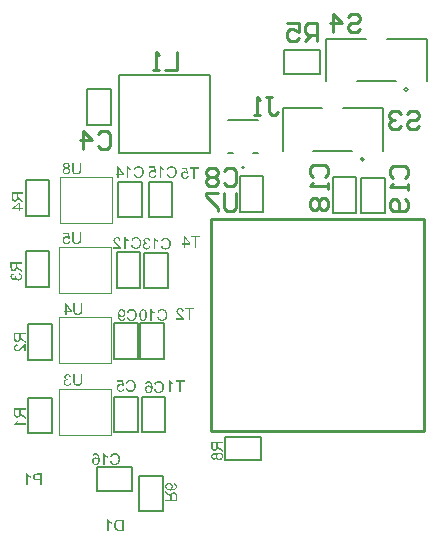
<source format=gbo>
G04*
G04 #@! TF.GenerationSoftware,Altium Limited,Altium Designer,22.7.1 (60)*
G04*
G04 Layer_Color=32896*
%FSLAX44Y44*%
%MOMM*%
G71*
G04*
G04 #@! TF.SameCoordinates,445EDDF3-7DE9-4779-8E76-6141CBC7C01E*
G04*
G04*
G04 #@! TF.FilePolarity,Positive*
G04*
G01*
G75*
%ADD10C,0.1270*%
%ADD11C,0.1524*%
%ADD13C,0.2000*%
%ADD14C,0.1000*%
%ADD16C,0.2540*%
G36*
X91873Y402302D02*
Y402020D01*
X91859Y401752D01*
X91845Y401499D01*
X91817Y401259D01*
X91789Y401048D01*
X91760Y400850D01*
X91718Y400667D01*
X91690Y400498D01*
X91662Y400343D01*
X91619Y400216D01*
X91591Y400103D01*
X91563Y400019D01*
X91535Y399948D01*
X91521Y399892D01*
X91507Y399863D01*
Y399849D01*
X91352Y399539D01*
X91154Y399257D01*
X90957Y399032D01*
X90745Y398834D01*
X90562Y398679D01*
X90407Y398567D01*
X90351Y398538D01*
X90308Y398510D01*
X90280Y398482D01*
X90266D01*
X89914Y398327D01*
X89547Y398214D01*
X89166Y398130D01*
X88814Y398073D01*
X88659Y398059D01*
X88504Y398045D01*
X88363Y398031D01*
X88250D01*
X88152Y398017D01*
X88025D01*
X87517Y398045D01*
X87292Y398073D01*
X87080Y398101D01*
X86869Y398144D01*
X86685Y398186D01*
X86516Y398228D01*
X86361Y398285D01*
X86220Y398341D01*
X86108Y398383D01*
X85995Y398425D01*
X85910Y398468D01*
X85840Y398510D01*
X85797Y398524D01*
X85769Y398552D01*
X85755D01*
X85445Y398764D01*
X85191Y399003D01*
X84994Y399229D01*
X84825Y399455D01*
X84698Y399652D01*
X84613Y399807D01*
X84585Y399863D01*
X84557Y399906D01*
X84543Y399934D01*
Y399948D01*
X84486Y400117D01*
X84430Y400300D01*
X84345Y400681D01*
X84289Y401076D01*
X84247Y401456D01*
X84233Y401626D01*
X84219Y401795D01*
Y401936D01*
X84204Y402063D01*
Y402161D01*
Y402232D01*
Y402288D01*
Y402302D01*
Y407941D01*
X85501D01*
Y402302D01*
Y401978D01*
X85529Y401668D01*
X85558Y401400D01*
X85600Y401146D01*
X85642Y400921D01*
X85699Y400709D01*
X85741Y400526D01*
X85797Y400371D01*
X85854Y400244D01*
X85910Y400117D01*
X85967Y400033D01*
X86009Y399948D01*
X86051Y399892D01*
X86079Y399849D01*
X86093Y399835D01*
X86108Y399821D01*
X86234Y399708D01*
X86375Y399610D01*
X86685Y399455D01*
X87010Y399342D01*
X87348Y399271D01*
X87658Y399215D01*
X87785Y399201D01*
X87912D01*
X87997Y399187D01*
X88138D01*
X88434Y399201D01*
X88701Y399243D01*
X88955Y399286D01*
X89152Y399356D01*
X89322Y399412D01*
X89448Y399455D01*
X89519Y399497D01*
X89547Y399511D01*
X89745Y399638D01*
X89914Y399793D01*
X90055Y399948D01*
X90153Y400089D01*
X90238Y400230D01*
X90308Y400329D01*
X90337Y400399D01*
X90351Y400427D01*
X90393Y400554D01*
X90421Y400681D01*
X90478Y400977D01*
X90520Y401287D01*
X90548Y401597D01*
X90562Y401865D01*
Y401992D01*
X90576Y402091D01*
Y402175D01*
Y402246D01*
Y402288D01*
Y402302D01*
Y407941D01*
X91873D01*
Y402302D01*
D02*
G37*
G36*
X79595Y407969D02*
X79820Y407955D01*
X80215Y407870D01*
X80398Y407814D01*
X80567Y407758D01*
X80722Y407687D01*
X80863Y407617D01*
X80976Y407546D01*
X81089Y407476D01*
X81188Y407419D01*
X81258Y407363D01*
X81314Y407321D01*
X81357Y407279D01*
X81385Y407264D01*
X81399Y407250D01*
X81526Y407109D01*
X81653Y406968D01*
X81751Y406813D01*
X81836Y406658D01*
X81977Y406362D01*
X82062Y406080D01*
X82118Y405841D01*
X82132Y405728D01*
X82146Y405643D01*
X82160Y405559D01*
Y405502D01*
Y405474D01*
Y405460D01*
X82146Y405206D01*
X82104Y404967D01*
X82048Y404755D01*
X81977Y404572D01*
X81921Y404431D01*
X81864Y404318D01*
X81822Y404262D01*
X81808Y404234D01*
X81653Y404064D01*
X81484Y403909D01*
X81300Y403768D01*
X81117Y403656D01*
X80948Y403571D01*
X80821Y403515D01*
X80765Y403486D01*
X80722Y403472D01*
X80708Y403458D01*
X80694D01*
X81018Y403359D01*
X81286Y403233D01*
X81526Y403078D01*
X81723Y402937D01*
X81878Y402796D01*
X81991Y402683D01*
X82048Y402612D01*
X82076Y402598D01*
Y402584D01*
X82231Y402330D01*
X82358Y402063D01*
X82442Y401809D01*
X82499Y401555D01*
X82527Y401329D01*
X82541Y401231D01*
Y401146D01*
X82555Y401090D01*
Y401034D01*
Y401005D01*
Y400991D01*
X82541Y400766D01*
X82513Y400540D01*
X82471Y400329D01*
X82414Y400117D01*
X82273Y399765D01*
X82203Y399596D01*
X82118Y399455D01*
X82034Y399314D01*
X81963Y399201D01*
X81878Y399102D01*
X81822Y399018D01*
X81766Y398947D01*
X81723Y398905D01*
X81695Y398877D01*
X81681Y398862D01*
X81512Y398708D01*
X81329Y398581D01*
X81131Y398468D01*
X80934Y398369D01*
X80751Y398299D01*
X80553Y398228D01*
X80173Y398130D01*
X80003Y398087D01*
X79848Y398059D01*
X79707Y398045D01*
X79581Y398031D01*
X79482Y398017D01*
X79341D01*
X79073Y398031D01*
X78833Y398059D01*
X78594Y398101D01*
X78368Y398144D01*
X78171Y398214D01*
X77973Y398285D01*
X77790Y398355D01*
X77635Y398440D01*
X77494Y398524D01*
X77367Y398595D01*
X77269Y398665D01*
X77170Y398736D01*
X77099Y398778D01*
X77057Y398820D01*
X77029Y398848D01*
X77015Y398862D01*
X76860Y399032D01*
X76719Y399201D01*
X76606Y399370D01*
X76507Y399553D01*
X76409Y399723D01*
X76338Y399906D01*
X76240Y400230D01*
X76197Y400385D01*
X76169Y400526D01*
X76155Y400653D01*
X76141Y400751D01*
X76127Y400836D01*
Y400907D01*
Y400949D01*
Y400963D01*
X76141Y401287D01*
X76197Y401583D01*
X76282Y401851D01*
X76367Y402077D01*
X76451Y402260D01*
X76536Y402401D01*
X76592Y402486D01*
X76606Y402500D01*
Y402514D01*
X76803Y402739D01*
X77015Y402937D01*
X77241Y403092D01*
X77452Y403233D01*
X77649Y403331D01*
X77818Y403402D01*
X77875Y403430D01*
X77917Y403444D01*
X77945Y403458D01*
X77959D01*
X77706Y403571D01*
X77494Y403698D01*
X77311Y403825D01*
X77156Y403952D01*
X77043Y404064D01*
X76958Y404149D01*
X76902Y404205D01*
X76888Y404234D01*
X76761Y404431D01*
X76677Y404628D01*
X76606Y404826D01*
X76564Y405023D01*
X76536Y405178D01*
X76522Y405305D01*
Y405390D01*
Y405404D01*
Y405418D01*
X76536Y405615D01*
X76550Y405798D01*
X76648Y406151D01*
X76775Y406461D01*
X76916Y406729D01*
X77057Y406940D01*
X77128Y407025D01*
X77184Y407109D01*
X77241Y407166D01*
X77283Y407208D01*
X77297Y407222D01*
X77311Y407236D01*
X77466Y407363D01*
X77621Y407490D01*
X77790Y407589D01*
X77959Y407673D01*
X78298Y407800D01*
X78636Y407885D01*
X78777Y407927D01*
X78918Y407941D01*
X79045Y407955D01*
X79158Y407969D01*
X79242Y407983D01*
X79369D01*
X79595Y407969D01*
D02*
G37*
G36*
X82358Y343817D02*
X81230Y343662D01*
X81131Y343817D01*
X81004Y343944D01*
X80892Y344071D01*
X80779Y344169D01*
X80666Y344240D01*
X80582Y344310D01*
X80525Y344338D01*
X80511Y344352D01*
X80328Y344437D01*
X80145Y344507D01*
X79975Y344550D01*
X79806Y344592D01*
X79665Y344606D01*
X79552Y344620D01*
X79285D01*
X79115Y344592D01*
X78819Y344522D01*
X78566Y344423D01*
X78340Y344324D01*
X78171Y344212D01*
X78044Y344113D01*
X77973Y344042D01*
X77945Y344028D01*
Y344014D01*
X77748Y343774D01*
X77607Y343521D01*
X77508Y343253D01*
X77438Y342985D01*
X77396Y342760D01*
X77382Y342661D01*
Y342576D01*
X77367Y342506D01*
Y342449D01*
Y342421D01*
Y342407D01*
Y342210D01*
X77396Y342026D01*
X77466Y341674D01*
X77565Y341378D01*
X77663Y341138D01*
X77776Y340941D01*
X77875Y340786D01*
X77917Y340744D01*
X77945Y340701D01*
X77959Y340687D01*
X77973Y340673D01*
X78086Y340560D01*
X78199Y340462D01*
X78453Y340293D01*
X78692Y340180D01*
X78932Y340109D01*
X79130Y340053D01*
X79299Y340039D01*
X79355Y340025D01*
X79440D01*
X79707Y340039D01*
X79947Y340095D01*
X80159Y340166D01*
X80328Y340250D01*
X80483Y340335D01*
X80596Y340405D01*
X80652Y340462D01*
X80680Y340476D01*
X80849Y340673D01*
X80990Y340885D01*
X81103Y341124D01*
X81188Y341336D01*
X81244Y341547D01*
X81286Y341702D01*
X81300Y341773D01*
X81314Y341815D01*
Y341843D01*
Y341857D01*
X82569Y341759D01*
X82541Y341533D01*
X82499Y341322D01*
X82372Y340927D01*
X82217Y340588D01*
X82132Y340434D01*
X82048Y340307D01*
X81977Y340180D01*
X81892Y340067D01*
X81822Y339982D01*
X81751Y339912D01*
X81695Y339855D01*
X81667Y339799D01*
X81639Y339785D01*
X81625Y339771D01*
X81455Y339644D01*
X81286Y339531D01*
X81103Y339433D01*
X80920Y339348D01*
X80567Y339221D01*
X80215Y339137D01*
X80060Y339094D01*
X79905Y339080D01*
X79778Y339066D01*
X79665Y339052D01*
X79566Y339038D01*
X79440D01*
X79144Y339052D01*
X78862Y339094D01*
X78594Y339151D01*
X78354Y339221D01*
X78129Y339320D01*
X77917Y339418D01*
X77720Y339517D01*
X77551Y339630D01*
X77396Y339743D01*
X77255Y339841D01*
X77142Y339954D01*
X77043Y340039D01*
X76973Y340109D01*
X76916Y340166D01*
X76888Y340208D01*
X76874Y340222D01*
X76733Y340405D01*
X76620Y340603D01*
X76507Y340786D01*
X76423Y340983D01*
X76282Y341364D01*
X76197Y341730D01*
X76169Y341885D01*
X76141Y342040D01*
X76127Y342167D01*
X76113Y342280D01*
X76099Y342379D01*
Y342449D01*
Y342492D01*
Y342506D01*
X76113Y342760D01*
X76141Y342999D01*
X76183Y343239D01*
X76240Y343450D01*
X76310Y343648D01*
X76381Y343845D01*
X76465Y344014D01*
X76536Y344169D01*
X76620Y344310D01*
X76705Y344437D01*
X76775Y344536D01*
X76846Y344634D01*
X76902Y344705D01*
X76944Y344747D01*
X76973Y344775D01*
X76987Y344789D01*
X77156Y344944D01*
X77325Y345085D01*
X77508Y345198D01*
X77692Y345297D01*
X77875Y345396D01*
X78058Y345466D01*
X78396Y345565D01*
X78552Y345607D01*
X78692Y345635D01*
X78819Y345649D01*
X78932Y345663D01*
X79017Y345677D01*
X79327D01*
X79496Y345649D01*
X79834Y345579D01*
X80145Y345480D01*
X80426Y345367D01*
X80652Y345255D01*
X80751Y345198D01*
X80835Y345156D01*
X80906Y345114D01*
X80948Y345085D01*
X80976Y345071D01*
X80990Y345057D01*
X80469Y347693D01*
X76564D01*
Y348835D01*
X81413D01*
X82358Y343817D01*
D02*
G37*
G36*
X91901Y343323D02*
Y343041D01*
X91887Y342774D01*
X91873Y342520D01*
X91845Y342280D01*
X91817Y342069D01*
X91789Y341871D01*
X91746Y341688D01*
X91718Y341519D01*
X91690Y341364D01*
X91648Y341237D01*
X91619Y341124D01*
X91591Y341040D01*
X91563Y340969D01*
X91549Y340913D01*
X91535Y340885D01*
Y340871D01*
X91380Y340560D01*
X91182Y340278D01*
X90985Y340053D01*
X90774Y339855D01*
X90590Y339700D01*
X90435Y339588D01*
X90379Y339559D01*
X90337Y339531D01*
X90308Y339503D01*
X90294D01*
X89942Y339348D01*
X89575Y339235D01*
X89195Y339151D01*
X88842Y339094D01*
X88687Y339080D01*
X88532Y339066D01*
X88391Y339052D01*
X88278D01*
X88180Y339038D01*
X88053D01*
X87545Y339066D01*
X87320Y339094D01*
X87108Y339122D01*
X86897Y339165D01*
X86714Y339207D01*
X86545Y339249D01*
X86389Y339306D01*
X86249Y339362D01*
X86136Y339404D01*
X86023Y339447D01*
X85938Y339489D01*
X85868Y339531D01*
X85826Y339545D01*
X85797Y339574D01*
X85783D01*
X85473Y339785D01*
X85219Y340025D01*
X85022Y340250D01*
X84853Y340476D01*
X84726Y340673D01*
X84641Y340828D01*
X84613Y340885D01*
X84585Y340927D01*
X84571Y340955D01*
Y340969D01*
X84515Y341138D01*
X84458Y341322D01*
X84374Y341702D01*
X84317Y342097D01*
X84275Y342477D01*
X84261Y342647D01*
X84247Y342816D01*
Y342957D01*
X84233Y343084D01*
Y343182D01*
Y343253D01*
Y343309D01*
Y343323D01*
Y348962D01*
X85529D01*
Y343323D01*
Y342999D01*
X85558Y342689D01*
X85586Y342421D01*
X85628Y342167D01*
X85670Y341942D01*
X85727Y341730D01*
X85769Y341547D01*
X85826Y341392D01*
X85882Y341265D01*
X85938Y341138D01*
X85995Y341054D01*
X86037Y340969D01*
X86079Y340913D01*
X86108Y340871D01*
X86122Y340856D01*
X86136Y340842D01*
X86263Y340729D01*
X86404Y340631D01*
X86714Y340476D01*
X87038Y340363D01*
X87376Y340293D01*
X87686Y340236D01*
X87813Y340222D01*
X87940D01*
X88025Y340208D01*
X88166D01*
X88462Y340222D01*
X88729Y340264D01*
X88983Y340307D01*
X89181Y340377D01*
X89350Y340434D01*
X89477Y340476D01*
X89547Y340518D01*
X89575Y340532D01*
X89773Y340659D01*
X89942Y340814D01*
X90083Y340969D01*
X90182Y341110D01*
X90266Y341251D01*
X90337Y341350D01*
X90365Y341420D01*
X90379Y341448D01*
X90421Y341575D01*
X90449Y341702D01*
X90506Y341998D01*
X90548Y342308D01*
X90576Y342618D01*
X90590Y342886D01*
Y343013D01*
X90604Y343112D01*
Y343196D01*
Y343267D01*
Y343309D01*
Y343323D01*
Y348962D01*
X91901D01*
Y343323D01*
D02*
G37*
G36*
X92845Y283323D02*
Y283041D01*
X92831Y282774D01*
X92817Y282520D01*
X92789Y282280D01*
X92760Y282069D01*
X92732Y281871D01*
X92690Y281688D01*
X92662Y281519D01*
X92633Y281364D01*
X92591Y281237D01*
X92563Y281124D01*
X92535Y281040D01*
X92507Y280969D01*
X92493Y280913D01*
X92479Y280885D01*
Y280870D01*
X92323Y280560D01*
X92126Y280278D01*
X91929Y280053D01*
X91717Y279855D01*
X91534Y279700D01*
X91379Y279588D01*
X91322Y279559D01*
X91280Y279531D01*
X91252Y279503D01*
X91238D01*
X90885Y279348D01*
X90519Y279235D01*
X90138Y279151D01*
X89786Y279094D01*
X89631Y279080D01*
X89476Y279066D01*
X89335Y279052D01*
X89222D01*
X89123Y279038D01*
X88996D01*
X88489Y279066D01*
X88264Y279094D01*
X88052Y279122D01*
X87840Y279165D01*
X87657Y279207D01*
X87488Y279249D01*
X87333Y279306D01*
X87192Y279362D01*
X87079Y279404D01*
X86966Y279447D01*
X86882Y279489D01*
X86812Y279531D01*
X86769Y279545D01*
X86741Y279573D01*
X86727D01*
X86417Y279785D01*
X86163Y280025D01*
X85966Y280250D01*
X85796Y280476D01*
X85670Y280673D01*
X85585Y280828D01*
X85557Y280885D01*
X85529Y280927D01*
X85514Y280955D01*
Y280969D01*
X85458Y281138D01*
X85402Y281322D01*
X85317Y281702D01*
X85261Y282097D01*
X85218Y282477D01*
X85204Y282647D01*
X85190Y282816D01*
Y282957D01*
X85176Y283084D01*
Y283182D01*
Y283253D01*
Y283309D01*
Y283323D01*
Y288962D01*
X86473D01*
Y283323D01*
Y282999D01*
X86501Y282689D01*
X86530Y282421D01*
X86572Y282167D01*
X86614Y281942D01*
X86671Y281730D01*
X86713Y281547D01*
X86769Y281392D01*
X86826Y281265D01*
X86882Y281138D01*
X86938Y281054D01*
X86981Y280969D01*
X87023Y280913D01*
X87051Y280870D01*
X87065Y280856D01*
X87079Y280842D01*
X87206Y280730D01*
X87347Y280631D01*
X87657Y280476D01*
X87982Y280363D01*
X88320Y280292D01*
X88630Y280236D01*
X88757Y280222D01*
X88884D01*
X88968Y280208D01*
X89109D01*
X89405Y280222D01*
X89673Y280264D01*
X89927Y280307D01*
X90124Y280377D01*
X90293Y280433D01*
X90420Y280476D01*
X90491Y280518D01*
X90519Y280532D01*
X90716Y280659D01*
X90885Y280814D01*
X91026Y280969D01*
X91125Y281110D01*
X91210Y281251D01*
X91280Y281350D01*
X91308Y281420D01*
X91322Y281448D01*
X91365Y281575D01*
X91393Y281702D01*
X91449Y281998D01*
X91492Y282308D01*
X91520Y282619D01*
X91534Y282886D01*
Y283013D01*
X91548Y283112D01*
Y283197D01*
Y283267D01*
Y283309D01*
Y283323D01*
Y288962D01*
X92845D01*
Y283323D01*
D02*
G37*
G36*
X83922Y282647D02*
Y281547D01*
X79678D01*
Y279207D01*
X78480D01*
Y281547D01*
X77155D01*
Y282647D01*
X78480D01*
Y288962D01*
X79453D01*
X83922Y282647D01*
D02*
G37*
G36*
X80884Y228955D02*
X81264Y228885D01*
X81588Y228772D01*
X81870Y228659D01*
X81997Y228589D01*
X82096Y228532D01*
X82195Y228476D01*
X82265Y228419D01*
X82322Y228377D01*
X82364Y228349D01*
X82392Y228335D01*
X82406Y228321D01*
X82674Y228053D01*
X82886Y227757D01*
X83055Y227447D01*
X83196Y227137D01*
X83280Y226869D01*
X83322Y226756D01*
X83351Y226657D01*
X83365Y226573D01*
X83379Y226516D01*
X83393Y226474D01*
Y226460D01*
X82195Y226248D01*
X82138Y226559D01*
X82054Y226826D01*
X81955Y227052D01*
X81856Y227235D01*
X81758Y227376D01*
X81673Y227475D01*
X81617Y227545D01*
X81603Y227560D01*
X81419Y227701D01*
X81222Y227813D01*
X81039Y227884D01*
X80856Y227940D01*
X80686Y227968D01*
X80560Y227997D01*
X80447D01*
X80193Y227982D01*
X79967Y227926D01*
X79770Y227856D01*
X79601Y227785D01*
X79474Y227701D01*
X79375Y227630D01*
X79305Y227574D01*
X79291Y227560D01*
X79136Y227390D01*
X79023Y227207D01*
X78952Y227024D01*
X78896Y226855D01*
X78868Y226700D01*
X78840Y226587D01*
Y226502D01*
Y226488D01*
Y226474D01*
Y226319D01*
X78868Y226178D01*
X78938Y225938D01*
X79037Y225727D01*
X79150Y225544D01*
X79262Y225417D01*
X79361Y225318D01*
X79432Y225262D01*
X79446Y225248D01*
X79460D01*
X79700Y225121D01*
X79925Y225022D01*
X80165Y224952D01*
X80376Y224909D01*
X80560Y224881D01*
X80715Y224853D01*
X80898D01*
X80954Y224867D01*
X81025D01*
X81166Y223810D01*
X80982Y223852D01*
X80813Y223880D01*
X80672Y223908D01*
X80545Y223923D01*
X80447Y223937D01*
X80320D01*
X80024Y223908D01*
X79756Y223852D01*
X79516Y223767D01*
X79319Y223669D01*
X79164Y223570D01*
X79051Y223486D01*
X78981Y223429D01*
X78952Y223401D01*
X78769Y223189D01*
X78628Y222964D01*
X78530Y222738D01*
X78473Y222513D01*
X78431Y222330D01*
X78417Y222174D01*
X78403Y222118D01*
Y222076D01*
Y222048D01*
Y222034D01*
X78431Y221723D01*
X78501Y221441D01*
X78586Y221202D01*
X78699Y220990D01*
X78811Y220821D01*
X78896Y220694D01*
X78966Y220610D01*
X78995Y220581D01*
X79220Y220384D01*
X79460Y220243D01*
X79700Y220145D01*
X79925Y220074D01*
X80122Y220032D01*
X80278Y220018D01*
X80334Y220004D01*
X80419D01*
X80672Y220018D01*
X80912Y220074D01*
X81123Y220145D01*
X81292Y220229D01*
X81433Y220300D01*
X81546Y220370D01*
X81603Y220426D01*
X81631Y220441D01*
X81800Y220638D01*
X81941Y220863D01*
X82068Y221103D01*
X82167Y221357D01*
X82237Y221568D01*
X82265Y221667D01*
X82279Y221752D01*
X82293Y221822D01*
X82308Y221878D01*
X82322Y221907D01*
Y221921D01*
X83520Y221766D01*
X83492Y221540D01*
X83449Y221329D01*
X83322Y220934D01*
X83167Y220596D01*
X83083Y220455D01*
X82998Y220314D01*
X82914Y220187D01*
X82829Y220088D01*
X82759Y219989D01*
X82688Y219919D01*
X82646Y219863D01*
X82604Y219820D01*
X82575Y219792D01*
X82561Y219778D01*
X82392Y219651D01*
X82223Y219524D01*
X82054Y219426D01*
X81870Y219341D01*
X81518Y219200D01*
X81180Y219115D01*
X81025Y219087D01*
X80884Y219059D01*
X80757Y219045D01*
X80644Y219031D01*
X80560Y219017D01*
X80433D01*
X80165Y219031D01*
X79925Y219059D01*
X79685Y219101D01*
X79460Y219158D01*
X79248Y219228D01*
X79065Y219299D01*
X78882Y219383D01*
X78727Y219468D01*
X78572Y219538D01*
X78445Y219623D01*
X78332Y219693D01*
X78247Y219764D01*
X78177Y219820D01*
X78121Y219863D01*
X78092Y219891D01*
X78078Y219905D01*
X77909Y220074D01*
X77768Y220257D01*
X77641Y220441D01*
X77529Y220624D01*
X77444Y220793D01*
X77359Y220976D01*
X77247Y221315D01*
X77218Y221470D01*
X77190Y221611D01*
X77162Y221737D01*
X77148Y221850D01*
X77134Y221935D01*
Y222005D01*
Y222048D01*
Y222062D01*
X77148Y222400D01*
X77204Y222710D01*
X77289Y222978D01*
X77373Y223204D01*
X77458Y223387D01*
X77543Y223528D01*
X77599Y223612D01*
X77613Y223640D01*
X77811Y223852D01*
X78022Y224035D01*
X78247Y224176D01*
X78473Y224289D01*
X78671Y224374D01*
X78825Y224430D01*
X78882Y224444D01*
X78924Y224458D01*
X78952Y224472D01*
X78966D01*
X78727Y224599D01*
X78530Y224726D01*
X78360Y224867D01*
X78219Y224994D01*
X78107Y225107D01*
X78022Y225205D01*
X77980Y225262D01*
X77966Y225290D01*
X77853Y225487D01*
X77768Y225685D01*
X77698Y225882D01*
X77656Y226065D01*
X77627Y226220D01*
X77613Y226333D01*
Y226418D01*
Y226446D01*
X77627Y226686D01*
X77670Y226925D01*
X77726Y227137D01*
X77796Y227320D01*
X77867Y227475D01*
X77923Y227602D01*
X77966Y227672D01*
X77980Y227701D01*
X78121Y227912D01*
X78290Y228095D01*
X78459Y228250D01*
X78628Y228391D01*
X78769Y228490D01*
X78896Y228575D01*
X78981Y228617D01*
X78995Y228631D01*
X79009D01*
X79262Y228744D01*
X79516Y228828D01*
X79770Y228899D01*
X79996Y228941D01*
X80179Y228969D01*
X80334Y228983D01*
X80686D01*
X80884Y228955D01*
D02*
G37*
G36*
X92866Y223302D02*
Y223020D01*
X92852Y222752D01*
X92838Y222499D01*
X92810Y222259D01*
X92782Y222048D01*
X92753Y221850D01*
X92711Y221667D01*
X92683Y221498D01*
X92655Y221343D01*
X92612Y221216D01*
X92584Y221103D01*
X92556Y221019D01*
X92528Y220948D01*
X92514Y220892D01*
X92500Y220863D01*
Y220849D01*
X92345Y220539D01*
X92147Y220257D01*
X91950Y220032D01*
X91738Y219834D01*
X91555Y219679D01*
X91400Y219566D01*
X91344Y219538D01*
X91301Y219510D01*
X91273Y219482D01*
X91259D01*
X90907Y219327D01*
X90540Y219214D01*
X90160Y219130D01*
X89807Y219073D01*
X89652Y219059D01*
X89497Y219045D01*
X89356Y219031D01*
X89243D01*
X89144Y219017D01*
X89018D01*
X88510Y219045D01*
X88285Y219073D01*
X88073Y219101D01*
X87862Y219144D01*
X87678Y219186D01*
X87509Y219228D01*
X87354Y219285D01*
X87213Y219341D01*
X87100Y219383D01*
X86988Y219426D01*
X86903Y219468D01*
X86833Y219510D01*
X86790Y219524D01*
X86762Y219552D01*
X86748D01*
X86438Y219764D01*
X86184Y220004D01*
X85987Y220229D01*
X85818Y220455D01*
X85691Y220652D01*
X85606Y220807D01*
X85578Y220863D01*
X85550Y220906D01*
X85536Y220934D01*
Y220948D01*
X85479Y221117D01*
X85423Y221300D01*
X85338Y221681D01*
X85282Y222076D01*
X85240Y222456D01*
X85226Y222626D01*
X85211Y222795D01*
Y222936D01*
X85197Y223063D01*
Y223161D01*
Y223232D01*
Y223288D01*
Y223302D01*
Y228941D01*
X86494D01*
Y223302D01*
Y222978D01*
X86523Y222668D01*
X86551Y222400D01*
X86593Y222146D01*
X86635Y221921D01*
X86692Y221709D01*
X86734Y221526D01*
X86790Y221371D01*
X86847Y221244D01*
X86903Y221117D01*
X86959Y221033D01*
X87002Y220948D01*
X87044Y220892D01*
X87072Y220849D01*
X87086Y220835D01*
X87100Y220821D01*
X87227Y220708D01*
X87368Y220610D01*
X87678Y220455D01*
X88003Y220342D01*
X88341Y220271D01*
X88651Y220215D01*
X88778Y220201D01*
X88905D01*
X88989Y220187D01*
X89130D01*
X89426Y220201D01*
X89694Y220243D01*
X89948Y220285D01*
X90145Y220356D01*
X90315Y220412D01*
X90441Y220455D01*
X90512Y220497D01*
X90540Y220511D01*
X90737Y220638D01*
X90907Y220793D01*
X91048Y220948D01*
X91146Y221089D01*
X91231Y221230D01*
X91301Y221329D01*
X91330Y221399D01*
X91344Y221427D01*
X91386Y221554D01*
X91414Y221681D01*
X91470Y221977D01*
X91513Y222287D01*
X91541Y222597D01*
X91555Y222865D01*
Y222992D01*
X91569Y223091D01*
Y223175D01*
Y223246D01*
Y223288D01*
Y223302D01*
Y228941D01*
X92866D01*
Y223302D01*
D02*
G37*
G36*
X182738Y398817D02*
X181611Y398662D01*
X181512Y398817D01*
X181385Y398944D01*
X181272Y399071D01*
X181159Y399169D01*
X181047Y399240D01*
X180962Y399310D01*
X180906Y399338D01*
X180892Y399352D01*
X180708Y399437D01*
X180525Y399507D01*
X180356Y399550D01*
X180187Y399592D01*
X180046Y399606D01*
X179933Y399620D01*
X179665D01*
X179496Y399592D01*
X179200Y399522D01*
X178946Y399423D01*
X178721Y399324D01*
X178552Y399211D01*
X178425Y399113D01*
X178354Y399042D01*
X178326Y399028D01*
Y399014D01*
X178129Y398774D01*
X177988Y398521D01*
X177889Y398253D01*
X177818Y397985D01*
X177776Y397760D01*
X177762Y397661D01*
Y397576D01*
X177748Y397506D01*
Y397449D01*
Y397421D01*
Y397407D01*
Y397210D01*
X177776Y397026D01*
X177847Y396674D01*
X177945Y396378D01*
X178044Y396138D01*
X178157Y395941D01*
X178255Y395786D01*
X178298Y395744D01*
X178326Y395701D01*
X178340Y395687D01*
X178354Y395673D01*
X178467Y395560D01*
X178580Y395462D01*
X178833Y395293D01*
X179073Y395180D01*
X179313Y395109D01*
X179510Y395053D01*
X179679Y395039D01*
X179736Y395025D01*
X179820D01*
X180088Y395039D01*
X180328Y395095D01*
X180539Y395166D01*
X180708Y395250D01*
X180863Y395335D01*
X180976Y395405D01*
X181033Y395462D01*
X181061Y395476D01*
X181230Y395673D01*
X181371Y395885D01*
X181484Y396124D01*
X181568Y396336D01*
X181625Y396547D01*
X181667Y396702D01*
X181681Y396773D01*
X181695Y396815D01*
Y396843D01*
Y396857D01*
X182950Y396759D01*
X182922Y396533D01*
X182879Y396322D01*
X182752Y395927D01*
X182597Y395588D01*
X182513Y395433D01*
X182428Y395307D01*
X182358Y395180D01*
X182273Y395067D01*
X182203Y394982D01*
X182132Y394912D01*
X182076Y394855D01*
X182048Y394799D01*
X182019Y394785D01*
X182005Y394771D01*
X181836Y394644D01*
X181667Y394531D01*
X181484Y394433D01*
X181300Y394348D01*
X180948Y394221D01*
X180595Y394137D01*
X180441Y394094D01*
X180285Y394080D01*
X180159Y394066D01*
X180046Y394052D01*
X179947Y394038D01*
X179820D01*
X179524Y394052D01*
X179242Y394094D01*
X178974Y394151D01*
X178735Y394221D01*
X178509Y394320D01*
X178298Y394418D01*
X178100Y394517D01*
X177931Y394630D01*
X177776Y394743D01*
X177635Y394841D01*
X177522Y394954D01*
X177424Y395039D01*
X177353Y395109D01*
X177297Y395166D01*
X177269Y395208D01*
X177255Y395222D01*
X177114Y395405D01*
X177001Y395603D01*
X176888Y395786D01*
X176803Y395983D01*
X176663Y396364D01*
X176578Y396730D01*
X176550Y396885D01*
X176521Y397040D01*
X176507Y397167D01*
X176493Y397280D01*
X176479Y397379D01*
Y397449D01*
Y397492D01*
Y397506D01*
X176493Y397760D01*
X176521Y397999D01*
X176564Y398239D01*
X176620Y398450D01*
X176691Y398648D01*
X176761Y398845D01*
X176846Y399014D01*
X176916Y399169D01*
X177001Y399310D01*
X177085Y399437D01*
X177156Y399536D01*
X177226Y399634D01*
X177283Y399705D01*
X177325Y399747D01*
X177353Y399775D01*
X177367Y399789D01*
X177537Y399944D01*
X177706Y400085D01*
X177889Y400198D01*
X178072Y400297D01*
X178255Y400396D01*
X178439Y400466D01*
X178777Y400565D01*
X178932Y400607D01*
X179073Y400635D01*
X179200Y400649D01*
X179313Y400663D01*
X179397Y400677D01*
X179707D01*
X179877Y400649D01*
X180215Y400579D01*
X180525Y400480D01*
X180807Y400367D01*
X181033Y400255D01*
X181131Y400198D01*
X181216Y400156D01*
X181286Y400114D01*
X181329Y400085D01*
X181357Y400071D01*
X181371Y400057D01*
X180849Y402693D01*
X176944D01*
Y403835D01*
X181794D01*
X182738Y398817D01*
D02*
G37*
G36*
X191521Y402806D02*
X188307D01*
Y394207D01*
X187010D01*
Y402806D01*
X183796D01*
Y403962D01*
X191521D01*
Y402806D01*
D02*
G37*
G36*
X192464Y344722D02*
X189250D01*
Y336122D01*
X187953D01*
Y344722D01*
X184739D01*
Y345878D01*
X192464D01*
Y344722D01*
D02*
G37*
G36*
X184302Y339562D02*
Y338462D01*
X180059D01*
Y336122D01*
X178861D01*
Y338462D01*
X177536D01*
Y339562D01*
X178861D01*
Y345878D01*
X179833D01*
X184302Y339562D01*
D02*
G37*
G36*
X175891Y284885D02*
X176130Y284870D01*
X176356Y284828D01*
X176567Y284786D01*
X176765Y284730D01*
X176948Y284673D01*
X177117Y284603D01*
X177272Y284532D01*
X177413Y284462D01*
X177526Y284391D01*
X177625Y284335D01*
X177709Y284279D01*
X177780Y284236D01*
X177822Y284194D01*
X177850Y284180D01*
X177864Y284166D01*
X178005Y284025D01*
X178132Y283870D01*
X178259Y283701D01*
X178358Y283531D01*
X178527Y283193D01*
X178640Y282855D01*
X178682Y282700D01*
X178724Y282544D01*
X178752Y282418D01*
X178781Y282305D01*
X178795Y282206D01*
Y282136D01*
X178809Y282093D01*
Y282079D01*
X177582Y281952D01*
X177554Y282277D01*
X177498Y282559D01*
X177413Y282812D01*
X177314Y283010D01*
X177230Y283179D01*
X177145Y283292D01*
X177089Y283362D01*
X177061Y283390D01*
X176849Y283559D01*
X176624Y283686D01*
X176384Y283785D01*
X176173Y283841D01*
X175975Y283884D01*
X175806Y283898D01*
X175750Y283912D01*
X175665D01*
X175369Y283898D01*
X175101Y283841D01*
X174876Y283757D01*
X174678Y283672D01*
X174523Y283574D01*
X174425Y283503D01*
X174354Y283447D01*
X174326Y283419D01*
X174157Y283221D01*
X174030Y283024D01*
X173931Y282826D01*
X173875Y282629D01*
X173832Y282474D01*
X173818Y282333D01*
X173804Y282248D01*
Y282234D01*
Y282220D01*
X173832Y281966D01*
X173889Y281699D01*
X173988Y281459D01*
X174086Y281234D01*
X174199Y281050D01*
X174298Y280895D01*
X174326Y280839D01*
X174354Y280797D01*
X174382Y280782D01*
Y280768D01*
X174495Y280613D01*
X174636Y280458D01*
X174791Y280289D01*
X174960Y280120D01*
X175313Y279781D01*
X175665Y279443D01*
X175848Y279288D01*
X176003Y279147D01*
X176159Y279020D01*
X176285Y278908D01*
X176384Y278823D01*
X176469Y278752D01*
X176525Y278710D01*
X176539Y278696D01*
X176892Y278400D01*
X177216Y278118D01*
X177484Y277864D01*
X177695Y277653D01*
X177878Y277470D01*
X178005Y277343D01*
X178076Y277258D01*
X178104Y277244D01*
Y277230D01*
X178301Y276990D01*
X178456Y276765D01*
X178597Y276539D01*
X178710Y276342D01*
X178795Y276173D01*
X178851Y276046D01*
X178879Y275961D01*
X178893Y275947D01*
Y275933D01*
X178950Y275778D01*
X178978Y275637D01*
X179006Y275496D01*
X179020Y275369D01*
X179034Y275256D01*
Y275172D01*
Y275115D01*
Y275101D01*
X172564D01*
Y276257D01*
X177371D01*
X177202Y276497D01*
X177117Y276596D01*
X177047Y276694D01*
X176976Y276779D01*
X176920Y276835D01*
X176877Y276877D01*
X176863Y276892D01*
X176793Y276962D01*
X176708Y277033D01*
X176511Y277216D01*
X176285Y277427D01*
X176046Y277639D01*
X175820Y277822D01*
X175721Y277907D01*
X175637Y277991D01*
X175567Y278048D01*
X175510Y278090D01*
X175482Y278118D01*
X175468Y278132D01*
X175242Y278330D01*
X175017Y278513D01*
X174819Y278696D01*
X174636Y278851D01*
X174467Y279006D01*
X174326Y279147D01*
X174185Y279274D01*
X174072Y279387D01*
X173959Y279500D01*
X173875Y279584D01*
X173804Y279655D01*
X173734Y279725D01*
X173663Y279810D01*
X173635Y279838D01*
X173438Y280077D01*
X173269Y280289D01*
X173128Y280501D01*
X173015Y280670D01*
X172930Y280825D01*
X172874Y280938D01*
X172846Y281008D01*
X172832Y281036D01*
X172747Y281248D01*
X172691Y281459D01*
X172634Y281656D01*
X172606Y281826D01*
X172592Y281981D01*
X172578Y282093D01*
Y282164D01*
Y282192D01*
X172592Y282404D01*
X172620Y282601D01*
X172648Y282798D01*
X172705Y282967D01*
X172846Y283306D01*
X172987Y283574D01*
X173071Y283701D01*
X173142Y283799D01*
X173212Y283898D01*
X173283Y283968D01*
X173339Y284025D01*
X173367Y284081D01*
X173396Y284095D01*
X173410Y284109D01*
X173565Y284250D01*
X173734Y284377D01*
X173917Y284476D01*
X174100Y284560D01*
X174467Y284701D01*
X174833Y284800D01*
X174988Y284828D01*
X175144Y284856D01*
X175285Y284870D01*
X175397Y284885D01*
X175496Y284899D01*
X175637D01*
X175891Y284885D01*
D02*
G37*
G36*
X187436Y283701D02*
X184222D01*
Y275101D01*
X182925D01*
Y283701D01*
X179711D01*
Y284856D01*
X187436D01*
Y283701D01*
D02*
G37*
G36*
X167375Y223659D02*
X167530Y223433D01*
X167714Y223208D01*
X167883Y223011D01*
X168052Y222841D01*
X168179Y222701D01*
X168235Y222658D01*
X168277Y222616D01*
X168292Y222602D01*
X168306Y222588D01*
X168602Y222348D01*
X168898Y222122D01*
X169180Y221925D01*
X169462Y221770D01*
X169701Y221629D01*
X169800Y221573D01*
X169885Y221530D01*
X169955Y221488D01*
X170011Y221474D01*
X170040Y221446D01*
X170054D01*
Y220290D01*
X169842Y220375D01*
X169631Y220473D01*
X169419Y220572D01*
X169222Y220671D01*
X169053Y220755D01*
X168912Y220826D01*
X168827Y220882D01*
X168813Y220896D01*
X168799D01*
X168545Y221051D01*
X168320Y221206D01*
X168122Y221347D01*
X167967Y221474D01*
X167826Y221573D01*
X167742Y221657D01*
X167671Y221714D01*
X167657Y221728D01*
Y214101D01*
X166459D01*
Y223899D01*
X167234D01*
X167375Y223659D01*
D02*
G37*
G36*
X179541Y222701D02*
X176327D01*
Y214101D01*
X175030D01*
Y222701D01*
X171816D01*
Y223856D01*
X179541D01*
Y222701D01*
D02*
G37*
G36*
X211814Y170576D02*
X207486D01*
Y168913D01*
X207500Y168758D01*
Y168645D01*
X207514Y168546D01*
X207529Y168476D01*
Y168419D01*
X207543Y168391D01*
Y168377D01*
X207613Y168152D01*
X207656Y168053D01*
X207698Y167968D01*
X207740Y167884D01*
X207768Y167827D01*
X207782Y167799D01*
X207796Y167785D01*
X207881Y167672D01*
X207980Y167560D01*
X208191Y167348D01*
X208290Y167249D01*
X208374Y167179D01*
X208431Y167137D01*
X208445Y167122D01*
X208642Y166982D01*
X208854Y166826D01*
X209079Y166671D01*
X209291Y166516D01*
X209488Y166389D01*
X209643Y166291D01*
X209700Y166248D01*
X209742Y166220D01*
X209770Y166192D01*
X209784D01*
X211814Y164909D01*
Y163302D01*
X209164Y164980D01*
X208882Y165177D01*
X208628Y165360D01*
X208417Y165544D01*
X208219Y165699D01*
X208078Y165840D01*
X207966Y165952D01*
X207895Y166023D01*
X207867Y166051D01*
X207782Y166164D01*
X207684Y166291D01*
X207529Y166544D01*
X207472Y166657D01*
X207416Y166742D01*
X207388Y166798D01*
X207374Y166826D01*
X207331Y166573D01*
X207289Y166333D01*
X207218Y166122D01*
X207162Y165910D01*
X207092Y165727D01*
X207007Y165558D01*
X206936Y165403D01*
X206866Y165262D01*
X206782Y165149D01*
X206711Y165036D01*
X206655Y164951D01*
X206598Y164881D01*
X206556Y164825D01*
X206514Y164782D01*
X206500Y164768D01*
X206485Y164754D01*
X206345Y164641D01*
X206203Y164529D01*
X205907Y164359D01*
X205611Y164247D01*
X205329Y164162D01*
X205090Y164106D01*
X204991Y164092D01*
X204893D01*
X204822Y164077D01*
X204766D01*
X204737D01*
X204723D01*
X204427Y164092D01*
X204159Y164134D01*
X203906Y164204D01*
X203694Y164275D01*
X203511Y164359D01*
X203370Y164416D01*
X203285Y164472D01*
X203271Y164486D01*
X203257D01*
X203032Y164655D01*
X202834Y164825D01*
X202665Y165008D01*
X202538Y165177D01*
X202440Y165332D01*
X202383Y165459D01*
X202341Y165544D01*
X202327Y165558D01*
Y165572D01*
X202285Y165699D01*
X202242Y165854D01*
X202172Y166164D01*
X202129Y166502D01*
X202087Y166812D01*
X202073Y167108D01*
Y167235D01*
X202059Y167348D01*
Y171873D01*
X211814D01*
Y170576D01*
D02*
G37*
G36*
X209234Y162541D02*
X209460Y162513D01*
X209671Y162470D01*
X209883Y162414D01*
X210235Y162273D01*
X210404Y162203D01*
X210545Y162118D01*
X210686Y162034D01*
X210799Y161963D01*
X210898Y161878D01*
X210982Y161822D01*
X211053Y161766D01*
X211095Y161723D01*
X211123Y161695D01*
X211137Y161681D01*
X211292Y161512D01*
X211419Y161329D01*
X211532Y161131D01*
X211631Y160934D01*
X211701Y160751D01*
X211772Y160553D01*
X211870Y160173D01*
X211913Y160004D01*
X211941Y159848D01*
X211955Y159707D01*
X211969Y159581D01*
X211983Y159482D01*
Y159341D01*
X211969Y159073D01*
X211941Y158833D01*
X211899Y158594D01*
X211856Y158368D01*
X211786Y158171D01*
X211715Y157973D01*
X211645Y157790D01*
X211560Y157635D01*
X211476Y157494D01*
X211405Y157367D01*
X211335Y157269D01*
X211264Y157170D01*
X211222Y157100D01*
X211180Y157057D01*
X211152Y157029D01*
X211137Y157015D01*
X210968Y156860D01*
X210799Y156719D01*
X210630Y156606D01*
X210447Y156507D01*
X210278Y156409D01*
X210094Y156338D01*
X209770Y156240D01*
X209615Y156197D01*
X209474Y156169D01*
X209347Y156155D01*
X209249Y156141D01*
X209164Y156127D01*
X209093D01*
X209051D01*
X209037D01*
X208713Y156141D01*
X208417Y156197D01*
X208149Y156282D01*
X207923Y156367D01*
X207740Y156451D01*
X207599Y156536D01*
X207514Y156592D01*
X207500Y156606D01*
X207486D01*
X207261Y156804D01*
X207063Y157015D01*
X206908Y157240D01*
X206767Y157452D01*
X206669Y157649D01*
X206598Y157818D01*
X206570Y157875D01*
X206556Y157917D01*
X206542Y157945D01*
Y157959D01*
X206429Y157706D01*
X206302Y157494D01*
X206175Y157311D01*
X206048Y157156D01*
X205936Y157043D01*
X205851Y156959D01*
X205795Y156902D01*
X205767Y156888D01*
X205569Y156761D01*
X205372Y156677D01*
X205174Y156606D01*
X204977Y156564D01*
X204822Y156536D01*
X204695Y156522D01*
X204611D01*
X204596D01*
X204582D01*
X204385Y156536D01*
X204202Y156550D01*
X203849Y156648D01*
X203539Y156775D01*
X203271Y156916D01*
X203060Y157057D01*
X202975Y157128D01*
X202891Y157184D01*
X202834Y157240D01*
X202792Y157283D01*
X202778Y157297D01*
X202764Y157311D01*
X202637Y157466D01*
X202510Y157621D01*
X202411Y157790D01*
X202327Y157959D01*
X202200Y158298D01*
X202115Y158636D01*
X202073Y158777D01*
X202059Y158918D01*
X202045Y159045D01*
X202031Y159158D01*
X202017Y159242D01*
Y159369D01*
X202031Y159595D01*
X202045Y159820D01*
X202129Y160215D01*
X202186Y160398D01*
X202242Y160567D01*
X202313Y160722D01*
X202383Y160863D01*
X202454Y160976D01*
X202524Y161089D01*
X202581Y161188D01*
X202637Y161258D01*
X202679Y161315D01*
X202722Y161357D01*
X202736Y161385D01*
X202750Y161399D01*
X202891Y161526D01*
X203032Y161653D01*
X203187Y161751D01*
X203342Y161836D01*
X203638Y161977D01*
X203920Y162062D01*
X204159Y162118D01*
X204272Y162132D01*
X204357Y162146D01*
X204441Y162160D01*
X204498D01*
X204526D01*
X204540D01*
X204794Y162146D01*
X205033Y162104D01*
X205245Y162048D01*
X205428Y161977D01*
X205569Y161921D01*
X205682Y161864D01*
X205738Y161822D01*
X205767Y161808D01*
X205936Y161653D01*
X206091Y161484D01*
X206232Y161300D01*
X206345Y161117D01*
X206429Y160948D01*
X206485Y160821D01*
X206514Y160765D01*
X206528Y160722D01*
X206542Y160708D01*
Y160694D01*
X206640Y161019D01*
X206767Y161286D01*
X206922Y161526D01*
X207063Y161723D01*
X207204Y161878D01*
X207317Y161991D01*
X207388Y162048D01*
X207402Y162076D01*
X207416D01*
X207670Y162231D01*
X207937Y162358D01*
X208191Y162442D01*
X208445Y162499D01*
X208671Y162527D01*
X208769Y162541D01*
X208854D01*
X208910Y162555D01*
X208967D01*
X208995D01*
X209009D01*
X209234Y162541D01*
D02*
G37*
G36*
X166597Y136852D02*
X166837Y136824D01*
X167077Y136782D01*
X167288Y136739D01*
X167486Y136669D01*
X167683Y136598D01*
X167852Y136528D01*
X168007Y136443D01*
X168148Y136359D01*
X168275Y136288D01*
X168374Y136218D01*
X168472Y136147D01*
X168543Y136105D01*
X168585Y136063D01*
X168613Y136034D01*
X168627Y136020D01*
X168782Y135865D01*
X168923Y135696D01*
X169036Y135513D01*
X169135Y135344D01*
X169233Y135175D01*
X169304Y135005D01*
X169403Y134681D01*
X169445Y134540D01*
X169473Y134399D01*
X169487Y134286D01*
X169501Y134174D01*
X169515Y134089D01*
Y133976D01*
X169501Y133722D01*
X169459Y133483D01*
X169417Y133257D01*
X169360Y133060D01*
X169290Y132891D01*
X169248Y132764D01*
X169205Y132679D01*
X169191Y132665D01*
Y132651D01*
X169050Y132426D01*
X168895Y132228D01*
X168740Y132045D01*
X168571Y131904D01*
X168430Y131777D01*
X168317Y131678D01*
X168233Y131622D01*
X168218Y131608D01*
X168472D01*
X168726Y131622D01*
X168952Y131636D01*
X169177Y131664D01*
X169375Y131678D01*
X169558Y131707D01*
X169727Y131735D01*
X169882Y131777D01*
X170023Y131805D01*
X170136Y131833D01*
X170234Y131862D01*
X170319Y131876D01*
X170375Y131904D01*
X170418Y131918D01*
X170446Y131932D01*
X170460D01*
X170742Y132073D01*
X170996Y132214D01*
X171193Y132369D01*
X171362Y132510D01*
X171503Y132637D01*
X171602Y132736D01*
X171658Y132806D01*
X171672Y132834D01*
X171785Y133004D01*
X171856Y133173D01*
X171912Y133342D01*
X171954Y133511D01*
X171982Y133638D01*
X171996Y133751D01*
Y133849D01*
X171968Y134103D01*
X171912Y134343D01*
X171827Y134540D01*
X171743Y134723D01*
X171644Y134864D01*
X171560Y134963D01*
X171503Y135019D01*
X171475Y135048D01*
X171348Y135146D01*
X171193Y135245D01*
X171024Y135330D01*
X170855Y135386D01*
X170700Y135442D01*
X170573Y135485D01*
X170488Y135499D01*
X170474Y135513D01*
X170460D01*
X170559Y136711D01*
X170953Y136627D01*
X171306Y136500D01*
X171616Y136359D01*
X171870Y136204D01*
X172067Y136048D01*
X172152Y135992D01*
X172222Y135922D01*
X172264Y135879D01*
X172307Y135837D01*
X172321Y135823D01*
X172335Y135809D01*
X172448Y135668D01*
X172546Y135513D01*
X172715Y135203D01*
X172828Y134893D01*
X172899Y134597D01*
X172955Y134329D01*
X172969Y134216D01*
Y134117D01*
X172983Y134033D01*
Y133920D01*
X172969Y133638D01*
X172941Y133370D01*
X172885Y133116D01*
X172814Y132877D01*
X172715Y132665D01*
X172631Y132454D01*
X172518Y132270D01*
X172419Y132101D01*
X172321Y131960D01*
X172208Y131819D01*
X172123Y131707D01*
X172039Y131622D01*
X171954Y131552D01*
X171898Y131495D01*
X171870Y131467D01*
X171856Y131453D01*
X171602Y131270D01*
X171306Y131115D01*
X170996Y130974D01*
X170671Y130847D01*
X170333Y130748D01*
X169995Y130663D01*
X169642Y130593D01*
X169318Y130537D01*
X168994Y130494D01*
X168698Y130466D01*
X168430Y130438D01*
X168204Y130424D01*
X168007D01*
X167866Y130410D01*
X167810D01*
X167767D01*
X167753D01*
X167739D01*
X167288Y130424D01*
X166865Y130452D01*
X166471Y130494D01*
X166104Y130565D01*
X165780Y130635D01*
X165484Y130706D01*
X165216Y130790D01*
X164976Y130889D01*
X164779Y130974D01*
X164596Y131058D01*
X164455Y131129D01*
X164328Y131213D01*
X164229Y131270D01*
X164173Y131312D01*
X164130Y131340D01*
X164116Y131354D01*
X163919Y131538D01*
X163750Y131735D01*
X163609Y131932D01*
X163482Y132129D01*
X163369Y132341D01*
X163285Y132538D01*
X163214Y132736D01*
X163158Y132933D01*
X163115Y133102D01*
X163073Y133271D01*
X163045Y133412D01*
X163031Y133539D01*
Y133652D01*
X163017Y133722D01*
Y133793D01*
X163031Y134117D01*
X163087Y134413D01*
X163144Y134681D01*
X163228Y134921D01*
X163299Y135104D01*
X163369Y135245D01*
X163383Y135301D01*
X163411Y135344D01*
X163426Y135358D01*
Y135372D01*
X163595Y135611D01*
X163792Y135837D01*
X163989Y136020D01*
X164187Y136175D01*
X164370Y136302D01*
X164511Y136387D01*
X164567Y136415D01*
X164610Y136443D01*
X164624Y136457D01*
X164638D01*
X164934Y136598D01*
X165244Y136697D01*
X165526Y136767D01*
X165794Y136810D01*
X166019Y136852D01*
X166104D01*
X166189Y136866D01*
X166259D01*
X166301D01*
X166329D01*
X166344D01*
X166597Y136852D01*
D02*
G37*
G36*
X165836Y128027D02*
X166118Y127830D01*
X166372Y127647D01*
X166583Y127463D01*
X166781Y127308D01*
X166922Y127167D01*
X167034Y127055D01*
X167105Y126984D01*
X167133Y126956D01*
X167218Y126843D01*
X167316Y126716D01*
X167471Y126462D01*
X167528Y126350D01*
X167584Y126265D01*
X167612Y126209D01*
X167626Y126181D01*
X167669Y126434D01*
X167711Y126674D01*
X167782Y126885D01*
X167838Y127097D01*
X167908Y127280D01*
X167993Y127449D01*
X168063Y127604D01*
X168134Y127745D01*
X168218Y127858D01*
X168289Y127971D01*
X168345Y128055D01*
X168402Y128126D01*
X168444Y128182D01*
X168486Y128225D01*
X168500Y128239D01*
X168514Y128253D01*
X168655Y128366D01*
X168797Y128478D01*
X169093Y128648D01*
X169389Y128760D01*
X169671Y128845D01*
X169910Y128901D01*
X170009Y128915D01*
X170107D01*
X170178Y128930D01*
X170234D01*
X170263D01*
X170277D01*
X170573Y128915D01*
X170841Y128873D01*
X171094Y128803D01*
X171306Y128732D01*
X171489Y128648D01*
X171630Y128591D01*
X171715Y128535D01*
X171729Y128521D01*
X171743D01*
X171968Y128351D01*
X172166Y128182D01*
X172335Y127999D01*
X172462Y127830D01*
X172560Y127675D01*
X172617Y127548D01*
X172659Y127463D01*
X172673Y127449D01*
Y127435D01*
X172715Y127308D01*
X172758Y127153D01*
X172828Y126843D01*
X172871Y126505D01*
X172913Y126195D01*
X172927Y125899D01*
Y125772D01*
X172941Y125659D01*
Y121134D01*
X163186D01*
Y122431D01*
X167514D01*
Y124094D01*
X167500Y124249D01*
Y124362D01*
X167486Y124461D01*
X167471Y124531D01*
Y124588D01*
X167457Y124616D01*
Y124630D01*
X167387Y124855D01*
X167344Y124954D01*
X167302Y125039D01*
X167260Y125123D01*
X167232Y125180D01*
X167218Y125208D01*
X167204Y125222D01*
X167119Y125335D01*
X167020Y125448D01*
X166809Y125659D01*
X166710Y125758D01*
X166625Y125828D01*
X166569Y125871D01*
X166555Y125885D01*
X166358Y126025D01*
X166146Y126181D01*
X165921Y126336D01*
X165709Y126491D01*
X165512Y126618D01*
X165357Y126716D01*
X165300Y126759D01*
X165258Y126787D01*
X165230Y126815D01*
X165216D01*
X163186Y128098D01*
Y129705D01*
X165836Y128027D01*
D02*
G37*
G36*
X42877Y381548D02*
X38550D01*
Y379885D01*
X38564Y379729D01*
Y379617D01*
X38578Y379518D01*
X38592Y379448D01*
Y379391D01*
X38606Y379363D01*
Y379349D01*
X38677Y379123D01*
X38719Y379025D01*
X38761Y378940D01*
X38804Y378856D01*
X38832Y378799D01*
X38846Y378771D01*
X38860Y378757D01*
X38944Y378644D01*
X39043Y378531D01*
X39255Y378320D01*
X39353Y378221D01*
X39438Y378151D01*
X39494Y378108D01*
X39508Y378094D01*
X39706Y377953D01*
X39917Y377798D01*
X40143Y377643D01*
X40354Y377488D01*
X40552Y377361D01*
X40707Y377262D01*
X40763Y377220D01*
X40805Y377192D01*
X40834Y377164D01*
X40848D01*
X42877Y375881D01*
Y374274D01*
X40227Y375951D01*
X39945Y376149D01*
X39692Y376332D01*
X39480Y376515D01*
X39283Y376670D01*
X39142Y376811D01*
X39029Y376924D01*
X38959Y376995D01*
X38930Y377023D01*
X38846Y377136D01*
X38747Y377262D01*
X38592Y377516D01*
X38536Y377629D01*
X38479Y377714D01*
X38451Y377770D01*
X38437Y377798D01*
X38395Y377545D01*
X38352Y377305D01*
X38282Y377093D01*
X38226Y376882D01*
X38155Y376699D01*
X38070Y376530D01*
X38000Y376374D01*
X37929Y376233D01*
X37845Y376121D01*
X37774Y376008D01*
X37718Y375923D01*
X37662Y375853D01*
X37619Y375797D01*
X37577Y375754D01*
X37563Y375740D01*
X37549Y375726D01*
X37408Y375613D01*
X37267Y375500D01*
X36971Y375331D01*
X36675Y375219D01*
X36393Y375134D01*
X36153Y375078D01*
X36055Y375063D01*
X35956D01*
X35885Y375049D01*
X35829D01*
X35801D01*
X35787D01*
X35491Y375063D01*
X35223Y375106D01*
X34969Y375176D01*
X34758Y375247D01*
X34574Y375331D01*
X34433Y375388D01*
X34349Y375444D01*
X34335Y375458D01*
X34321D01*
X34095Y375627D01*
X33898Y375797D01*
X33729Y375980D01*
X33602Y376149D01*
X33503Y376304D01*
X33447Y376431D01*
X33404Y376515D01*
X33390Y376530D01*
Y376544D01*
X33348Y376670D01*
X33306Y376825D01*
X33235Y377136D01*
X33193Y377474D01*
X33151Y377784D01*
X33136Y378080D01*
Y378207D01*
X33122Y378320D01*
Y382845D01*
X42877D01*
Y381548D01*
D02*
G37*
G36*
X40537Y369678D02*
X42877D01*
Y368480D01*
X40537D01*
Y367155D01*
X39438D01*
Y368480D01*
X33122D01*
Y369453D01*
X39438Y373922D01*
X40537D01*
Y369678D01*
D02*
G37*
G36*
X41814Y322569D02*
X37486D01*
Y320906D01*
X37500Y320751D01*
Y320638D01*
X37515Y320539D01*
X37529Y320469D01*
Y320412D01*
X37543Y320384D01*
Y320370D01*
X37613Y320145D01*
X37655Y320046D01*
X37698Y319961D01*
X37740Y319877D01*
X37768Y319820D01*
X37782Y319792D01*
X37796Y319778D01*
X37881Y319665D01*
X37980Y319552D01*
X38191Y319341D01*
X38290Y319242D01*
X38374Y319172D01*
X38431Y319130D01*
X38445Y319116D01*
X38642Y318974D01*
X38854Y318819D01*
X39079Y318664D01*
X39291Y318509D01*
X39488Y318382D01*
X39643Y318284D01*
X39699Y318242D01*
X39742Y318213D01*
X39770Y318185D01*
X39784D01*
X41814Y316902D01*
Y315295D01*
X39164Y316973D01*
X38882Y317170D01*
X38628Y317353D01*
X38417Y317537D01*
X38219Y317692D01*
X38078Y317833D01*
X37966Y317945D01*
X37895Y318016D01*
X37867Y318044D01*
X37782Y318157D01*
X37684Y318284D01*
X37529Y318538D01*
X37472Y318650D01*
X37416Y318735D01*
X37388Y318791D01*
X37373Y318819D01*
X37331Y318566D01*
X37289Y318326D01*
X37218Y318115D01*
X37162Y317903D01*
X37092Y317720D01*
X37007Y317551D01*
X36937Y317396D01*
X36866Y317255D01*
X36781Y317142D01*
X36711Y317029D01*
X36655Y316945D01*
X36598Y316874D01*
X36556Y316818D01*
X36514Y316775D01*
X36500Y316761D01*
X36485Y316747D01*
X36344Y316634D01*
X36203Y316522D01*
X35907Y316353D01*
X35611Y316240D01*
X35329Y316155D01*
X35090Y316099D01*
X34991Y316085D01*
X34892D01*
X34822Y316070D01*
X34766D01*
X34737D01*
X34723D01*
X34427Y316085D01*
X34159Y316127D01*
X33906Y316197D01*
X33694Y316268D01*
X33511Y316353D01*
X33370Y316409D01*
X33285Y316465D01*
X33271Y316479D01*
X33257D01*
X33032Y316649D01*
X32834Y316818D01*
X32665Y317001D01*
X32538Y317170D01*
X32440Y317325D01*
X32383Y317452D01*
X32341Y317537D01*
X32327Y317551D01*
Y317565D01*
X32285Y317692D01*
X32242Y317847D01*
X32172Y318157D01*
X32129Y318495D01*
X32087Y318805D01*
X32073Y319101D01*
Y319228D01*
X32059Y319341D01*
Y323866D01*
X41814D01*
Y322569D01*
D02*
G37*
G36*
X39460Y314492D02*
X39671Y314449D01*
X40066Y314322D01*
X40404Y314167D01*
X40545Y314083D01*
X40686Y313998D01*
X40813Y313914D01*
X40912Y313829D01*
X41011Y313759D01*
X41081Y313688D01*
X41137Y313646D01*
X41180Y313603D01*
X41208Y313575D01*
X41222Y313561D01*
X41349Y313392D01*
X41476Y313223D01*
X41574Y313054D01*
X41659Y312871D01*
X41800Y312518D01*
X41885Y312180D01*
X41913Y312025D01*
X41941Y311884D01*
X41955Y311757D01*
X41969Y311644D01*
X41983Y311560D01*
Y311433D01*
X41969Y311165D01*
X41941Y310925D01*
X41899Y310686D01*
X41842Y310460D01*
X41772Y310249D01*
X41701Y310065D01*
X41617Y309882D01*
X41532Y309727D01*
X41462Y309572D01*
X41377Y309445D01*
X41307Y309332D01*
X41236Y309248D01*
X41180Y309177D01*
X41137Y309121D01*
X41109Y309093D01*
X41095Y309078D01*
X40926Y308909D01*
X40743Y308768D01*
X40560Y308641D01*
X40376Y308529D01*
X40207Y308444D01*
X40024Y308360D01*
X39685Y308247D01*
X39530Y308218D01*
X39389Y308190D01*
X39262Y308162D01*
X39150Y308148D01*
X39065Y308134D01*
X38995D01*
X38952D01*
X38938D01*
X38600Y308148D01*
X38290Y308204D01*
X38022Y308289D01*
X37796Y308374D01*
X37613Y308458D01*
X37472Y308543D01*
X37388Y308599D01*
X37359Y308613D01*
X37148Y308811D01*
X36965Y309022D01*
X36824Y309248D01*
X36711Y309473D01*
X36626Y309671D01*
X36570Y309825D01*
X36556Y309882D01*
X36542Y309924D01*
X36528Y309952D01*
Y309967D01*
X36401Y309727D01*
X36274Y309529D01*
X36133Y309360D01*
X36006Y309219D01*
X35893Y309107D01*
X35795Y309022D01*
X35738Y308980D01*
X35710Y308966D01*
X35513Y308853D01*
X35315Y308768D01*
X35118Y308698D01*
X34935Y308655D01*
X34780Y308627D01*
X34667Y308613D01*
X34582D01*
X34554D01*
X34314Y308627D01*
X34075Y308670D01*
X33863Y308726D01*
X33680Y308797D01*
X33525Y308867D01*
X33398Y308923D01*
X33328Y308966D01*
X33300Y308980D01*
X33088Y309121D01*
X32905Y309290D01*
X32750Y309459D01*
X32609Y309628D01*
X32510Y309769D01*
X32425Y309896D01*
X32383Y309981D01*
X32369Y309995D01*
Y310009D01*
X32256Y310263D01*
X32172Y310516D01*
X32101Y310770D01*
X32059Y310996D01*
X32031Y311179D01*
X32017Y311334D01*
Y311686D01*
X32045Y311884D01*
X32115Y312264D01*
X32228Y312589D01*
X32341Y312871D01*
X32411Y312997D01*
X32468Y313096D01*
X32524Y313195D01*
X32581Y313265D01*
X32623Y313322D01*
X32651Y313364D01*
X32665Y313392D01*
X32679Y313406D01*
X32947Y313674D01*
X33243Y313885D01*
X33553Y314055D01*
X33863Y314196D01*
X34131Y314280D01*
X34244Y314322D01*
X34343Y314351D01*
X34427Y314365D01*
X34484Y314379D01*
X34526Y314393D01*
X34540D01*
X34752Y313195D01*
X34441Y313138D01*
X34174Y313054D01*
X33948Y312955D01*
X33765Y312856D01*
X33624Y312758D01*
X33525Y312673D01*
X33455Y312617D01*
X33440Y312603D01*
X33300Y312419D01*
X33187Y312222D01*
X33116Y312039D01*
X33060Y311856D01*
X33032Y311686D01*
X33003Y311560D01*
Y311447D01*
X33018Y311193D01*
X33074Y310967D01*
X33144Y310770D01*
X33215Y310601D01*
X33300Y310474D01*
X33370Y310375D01*
X33426Y310305D01*
X33440Y310291D01*
X33610Y310136D01*
X33793Y310023D01*
X33976Y309952D01*
X34145Y309896D01*
X34300Y309868D01*
X34413Y309840D01*
X34498D01*
X34512D01*
X34526D01*
X34681D01*
X34822Y309868D01*
X35062Y309938D01*
X35273Y310037D01*
X35456Y310150D01*
X35583Y310263D01*
X35682Y310361D01*
X35738Y310432D01*
X35752Y310446D01*
Y310460D01*
X35879Y310700D01*
X35978Y310925D01*
X36048Y311165D01*
X36091Y311376D01*
X36119Y311560D01*
X36147Y311714D01*
Y311898D01*
X36133Y311954D01*
Y312025D01*
X37190Y312166D01*
X37148Y311982D01*
X37120Y311813D01*
X37092Y311672D01*
X37078Y311545D01*
X37063Y311447D01*
Y311320D01*
X37092Y311024D01*
X37148Y310756D01*
X37233Y310516D01*
X37331Y310319D01*
X37430Y310164D01*
X37515Y310051D01*
X37571Y309981D01*
X37599Y309952D01*
X37810Y309769D01*
X38036Y309628D01*
X38262Y309529D01*
X38487Y309473D01*
X38670Y309431D01*
X38826Y309417D01*
X38882Y309403D01*
X38924D01*
X38952D01*
X38967D01*
X39277Y309431D01*
X39559Y309501D01*
X39798Y309586D01*
X40010Y309699D01*
X40179Y309811D01*
X40306Y309896D01*
X40390Y309967D01*
X40419Y309995D01*
X40616Y310220D01*
X40757Y310460D01*
X40855Y310700D01*
X40926Y310925D01*
X40968Y311122D01*
X40982Y311278D01*
X40996Y311334D01*
Y311418D01*
X40982Y311672D01*
X40926Y311912D01*
X40855Y312123D01*
X40771Y312292D01*
X40700Y312433D01*
X40630Y312546D01*
X40574Y312603D01*
X40560Y312631D01*
X40362Y312800D01*
X40136Y312941D01*
X39897Y313068D01*
X39643Y313167D01*
X39432Y313237D01*
X39333Y313265D01*
X39248Y313279D01*
X39178Y313293D01*
X39122Y313307D01*
X39093Y313322D01*
X39079D01*
X39234Y314520D01*
X39460Y314492D01*
D02*
G37*
G36*
X44899Y262520D02*
X40571D01*
Y260856D01*
X40585Y260701D01*
Y260589D01*
X40599Y260490D01*
X40613Y260419D01*
Y260363D01*
X40627Y260335D01*
Y260321D01*
X40698Y260095D01*
X40740Y259996D01*
X40782Y259912D01*
X40825Y259827D01*
X40853Y259771D01*
X40867Y259743D01*
X40881Y259729D01*
X40966Y259616D01*
X41064Y259503D01*
X41276Y259292D01*
X41374Y259193D01*
X41459Y259123D01*
X41515Y259080D01*
X41529Y259066D01*
X41727Y258925D01*
X41938Y258770D01*
X42164Y258615D01*
X42375Y258460D01*
X42573Y258333D01*
X42728Y258234D01*
X42784Y258192D01*
X42826Y258164D01*
X42855Y258136D01*
X42869D01*
X44899Y256853D01*
Y255246D01*
X42249Y256923D01*
X41967Y257121D01*
X41713Y257304D01*
X41501Y257487D01*
X41304Y257642D01*
X41163Y257783D01*
X41050Y257896D01*
X40980Y257966D01*
X40951Y257995D01*
X40867Y258107D01*
X40768Y258234D01*
X40613Y258488D01*
X40557Y258601D01*
X40500Y258685D01*
X40472Y258742D01*
X40458Y258770D01*
X40416Y258516D01*
X40374Y258277D01*
X40303Y258065D01*
X40247Y257854D01*
X40176Y257670D01*
X40092Y257501D01*
X40021Y257346D01*
X39951Y257205D01*
X39866Y257092D01*
X39796Y256980D01*
X39739Y256895D01*
X39683Y256825D01*
X39641Y256768D01*
X39598Y256726D01*
X39584Y256712D01*
X39570Y256698D01*
X39429Y256585D01*
X39288Y256472D01*
X38992Y256303D01*
X38696Y256190D01*
X38414Y256106D01*
X38174Y256049D01*
X38076Y256035D01*
X37977D01*
X37907Y256021D01*
X37850D01*
X37822D01*
X37808D01*
X37512Y256035D01*
X37244Y256077D01*
X36990Y256148D01*
X36779Y256218D01*
X36596Y256303D01*
X36455Y256360D01*
X36370Y256416D01*
X36356Y256430D01*
X36342D01*
X36116Y256599D01*
X35919Y256768D01*
X35750Y256952D01*
X35623Y257121D01*
X35524Y257276D01*
X35468Y257403D01*
X35426Y257487D01*
X35411Y257501D01*
Y257515D01*
X35369Y257642D01*
X35327Y257797D01*
X35256Y258107D01*
X35214Y258446D01*
X35172Y258756D01*
X35158Y259052D01*
Y259179D01*
X35144Y259292D01*
Y263817D01*
X44899D01*
Y262520D01*
D02*
G37*
G36*
Y248183D02*
X43743D01*
Y252990D01*
X43503Y252821D01*
X43404Y252736D01*
X43306Y252666D01*
X43221Y252596D01*
X43165Y252539D01*
X43123Y252497D01*
X43108Y252483D01*
X43038Y252412D01*
X42967Y252328D01*
X42784Y252130D01*
X42573Y251905D01*
X42361Y251665D01*
X42178Y251440D01*
X42093Y251341D01*
X42009Y251256D01*
X41952Y251186D01*
X41910Y251129D01*
X41882Y251101D01*
X41868Y251087D01*
X41670Y250862D01*
X41487Y250636D01*
X41304Y250439D01*
X41149Y250256D01*
X40994Y250086D01*
X40853Y249945D01*
X40726Y249804D01*
X40613Y249692D01*
X40500Y249579D01*
X40416Y249494D01*
X40345Y249424D01*
X40275Y249353D01*
X40190Y249283D01*
X40162Y249255D01*
X39922Y249057D01*
X39711Y248888D01*
X39499Y248747D01*
X39330Y248634D01*
X39175Y248550D01*
X39062Y248493D01*
X38992Y248465D01*
X38964Y248451D01*
X38752Y248367D01*
X38541Y248310D01*
X38344Y248254D01*
X38174Y248225D01*
X38019Y248211D01*
X37907Y248197D01*
X37836D01*
X37808D01*
X37596Y248211D01*
X37399Y248240D01*
X37202Y248268D01*
X37033Y248324D01*
X36694Y248465D01*
X36426Y248606D01*
X36300Y248691D01*
X36201Y248761D01*
X36102Y248832D01*
X36032Y248902D01*
X35975Y248958D01*
X35919Y248987D01*
X35905Y249015D01*
X35891Y249029D01*
X35750Y249184D01*
X35623Y249353D01*
X35524Y249536D01*
X35440Y249720D01*
X35299Y250086D01*
X35200Y250453D01*
X35172Y250608D01*
X35144Y250763D01*
X35129Y250904D01*
X35115Y251017D01*
X35101Y251115D01*
Y251256D01*
X35115Y251510D01*
X35129Y251750D01*
X35172Y251975D01*
X35214Y252187D01*
X35270Y252384D01*
X35327Y252567D01*
X35397Y252736D01*
X35468Y252892D01*
X35538Y253033D01*
X35609Y253145D01*
X35665Y253244D01*
X35721Y253329D01*
X35764Y253399D01*
X35806Y253441D01*
X35820Y253470D01*
X35834Y253484D01*
X35975Y253625D01*
X36130Y253752D01*
X36300Y253878D01*
X36469Y253977D01*
X36807Y254146D01*
X37145Y254259D01*
X37300Y254301D01*
X37455Y254344D01*
X37582Y254372D01*
X37695Y254400D01*
X37794Y254414D01*
X37864D01*
X37907Y254428D01*
X37921D01*
X38047Y253202D01*
X37723Y253174D01*
X37441Y253117D01*
X37188Y253033D01*
X36990Y252934D01*
X36821Y252849D01*
X36708Y252765D01*
X36638Y252708D01*
X36610Y252680D01*
X36440Y252469D01*
X36314Y252243D01*
X36215Y252003D01*
X36159Y251792D01*
X36116Y251595D01*
X36102Y251425D01*
X36088Y251369D01*
Y251285D01*
X36102Y250989D01*
X36159Y250721D01*
X36243Y250495D01*
X36328Y250298D01*
X36426Y250143D01*
X36497Y250044D01*
X36553Y249974D01*
X36581Y249945D01*
X36779Y249776D01*
X36976Y249649D01*
X37174Y249551D01*
X37371Y249494D01*
X37526Y249452D01*
X37667Y249438D01*
X37752Y249424D01*
X37766D01*
X37780D01*
X38033Y249452D01*
X38301Y249508D01*
X38541Y249607D01*
X38767Y249706D01*
X38950Y249818D01*
X39105Y249917D01*
X39161Y249945D01*
X39204Y249974D01*
X39218Y250002D01*
X39232D01*
X39387Y250114D01*
X39542Y250256D01*
X39711Y250410D01*
X39880Y250580D01*
X40219Y250932D01*
X40557Y251285D01*
X40712Y251468D01*
X40853Y251623D01*
X40980Y251778D01*
X41093Y251905D01*
X41177Y252003D01*
X41248Y252088D01*
X41290Y252145D01*
X41304Y252159D01*
X41600Y252511D01*
X41882Y252835D01*
X42136Y253103D01*
X42347Y253314D01*
X42530Y253498D01*
X42657Y253625D01*
X42742Y253695D01*
X42756Y253723D01*
X42770D01*
X43010Y253921D01*
X43235Y254076D01*
X43461Y254217D01*
X43658Y254329D01*
X43827Y254414D01*
X43954Y254471D01*
X44039Y254499D01*
X44053Y254513D01*
X44067D01*
X44222Y254569D01*
X44363Y254597D01*
X44504Y254625D01*
X44631Y254640D01*
X44744Y254654D01*
X44828D01*
X44885D01*
X44899D01*
Y248183D01*
D02*
G37*
G36*
Y198625D02*
X40571D01*
Y196961D01*
X40585Y196806D01*
Y196693D01*
X40599Y196595D01*
X40613Y196524D01*
Y196468D01*
X40627Y196440D01*
Y196426D01*
X40698Y196200D01*
X40740Y196101D01*
X40782Y196017D01*
X40825Y195932D01*
X40853Y195876D01*
X40867Y195848D01*
X40881Y195833D01*
X40966Y195721D01*
X41064Y195608D01*
X41276Y195396D01*
X41374Y195298D01*
X41459Y195227D01*
X41515Y195185D01*
X41529Y195171D01*
X41727Y195030D01*
X41938Y194875D01*
X42164Y194720D01*
X42375Y194565D01*
X42573Y194438D01*
X42728Y194339D01*
X42784Y194297D01*
X42826Y194269D01*
X42855Y194240D01*
X42869D01*
X44899Y192958D01*
Y191351D01*
X42249Y193028D01*
X41967Y193225D01*
X41713Y193409D01*
X41501Y193592D01*
X41304Y193747D01*
X41163Y193888D01*
X41050Y194001D01*
X40980Y194071D01*
X40951Y194100D01*
X40867Y194212D01*
X40768Y194339D01*
X40613Y194593D01*
X40557Y194706D01*
X40500Y194790D01*
X40472Y194847D01*
X40458Y194875D01*
X40416Y194621D01*
X40374Y194382D01*
X40303Y194170D01*
X40247Y193959D01*
X40176Y193775D01*
X40092Y193606D01*
X40021Y193451D01*
X39951Y193310D01*
X39866Y193197D01*
X39796Y193085D01*
X39739Y193000D01*
X39683Y192929D01*
X39641Y192873D01*
X39598Y192831D01*
X39584Y192817D01*
X39570Y192803D01*
X39429Y192690D01*
X39288Y192577D01*
X38992Y192408D01*
X38696Y192295D01*
X38414Y192211D01*
X38174Y192154D01*
X38076Y192140D01*
X37977D01*
X37907Y192126D01*
X37850D01*
X37822D01*
X37808D01*
X37512Y192140D01*
X37244Y192182D01*
X36990Y192253D01*
X36779Y192323D01*
X36596Y192408D01*
X36455Y192464D01*
X36370Y192521D01*
X36356Y192535D01*
X36342D01*
X36116Y192704D01*
X35919Y192873D01*
X35750Y193056D01*
X35623Y193225D01*
X35524Y193381D01*
X35468Y193507D01*
X35426Y193592D01*
X35411Y193606D01*
Y193620D01*
X35369Y193747D01*
X35327Y193902D01*
X35256Y194212D01*
X35214Y194551D01*
X35172Y194861D01*
X35158Y195157D01*
Y195284D01*
X35144Y195396D01*
Y199922D01*
X44899D01*
Y198625D01*
D02*
G37*
G36*
X38626Y189462D02*
X38527Y189250D01*
X38428Y189039D01*
X38330Y188841D01*
X38245Y188672D01*
X38174Y188531D01*
X38118Y188447D01*
X38104Y188433D01*
Y188419D01*
X37949Y188165D01*
X37794Y187939D01*
X37653Y187742D01*
X37526Y187587D01*
X37427Y187446D01*
X37343Y187361D01*
X37286Y187291D01*
X37272Y187277D01*
X44899D01*
Y186078D01*
X35101D01*
Y186854D01*
X35341Y186995D01*
X35566Y187150D01*
X35792Y187333D01*
X35989Y187502D01*
X36159Y187671D01*
X36300Y187798D01*
X36342Y187855D01*
X36384Y187897D01*
X36398Y187911D01*
X36412Y187925D01*
X36652Y188221D01*
X36878Y188517D01*
X37075Y188799D01*
X37230Y189081D01*
X37371Y189321D01*
X37427Y189419D01*
X37470Y189504D01*
X37512Y189574D01*
X37526Y189631D01*
X37554Y189659D01*
Y189673D01*
X38710D01*
X38626Y189462D01*
D02*
G37*
G36*
X46361Y144659D02*
X46516Y144433D01*
X46700Y144208D01*
X46869Y144011D01*
X47038Y143841D01*
X47165Y143701D01*
X47221Y143658D01*
X47263Y143616D01*
X47277Y143602D01*
X47292Y143588D01*
X47588Y143348D01*
X47884Y143123D01*
X48166Y142925D01*
X48448Y142770D01*
X48687Y142629D01*
X48786Y142573D01*
X48871Y142530D01*
X48941Y142488D01*
X48997Y142474D01*
X49026Y142446D01*
X49040D01*
Y141290D01*
X48828Y141375D01*
X48617Y141473D01*
X48405Y141572D01*
X48208Y141671D01*
X48039Y141755D01*
X47898Y141826D01*
X47813Y141882D01*
X47799Y141896D01*
X47785D01*
X47531Y142051D01*
X47306Y142206D01*
X47108Y142347D01*
X46953Y142474D01*
X46812Y142573D01*
X46728Y142657D01*
X46657Y142714D01*
X46643Y142728D01*
Y135101D01*
X45445D01*
Y144899D01*
X46220D01*
X46361Y144659D01*
D02*
G37*
G36*
X58555Y135101D02*
X57258D01*
Y139063D01*
X54763D01*
X54397Y139077D01*
X54044Y139105D01*
X53734Y139147D01*
X53452Y139204D01*
X53184Y139260D01*
X52959Y139330D01*
X52747Y139415D01*
X52564Y139500D01*
X52409Y139570D01*
X52268Y139655D01*
X52155Y139725D01*
X52070Y139796D01*
X52000Y139838D01*
X51958Y139880D01*
X51929Y139908D01*
X51915Y139923D01*
X51774Y140092D01*
X51648Y140261D01*
X51549Y140430D01*
X51450Y140613D01*
X51366Y140796D01*
X51309Y140966D01*
X51211Y141290D01*
X51182Y141445D01*
X51154Y141586D01*
X51140Y141713D01*
X51126Y141812D01*
X51112Y141910D01*
Y141966D01*
Y142009D01*
Y142023D01*
X51126Y142291D01*
X51154Y142544D01*
X51211Y142770D01*
X51253Y142967D01*
X51309Y143137D01*
X51366Y143264D01*
X51394Y143334D01*
X51408Y143362D01*
X51521Y143574D01*
X51662Y143757D01*
X51789Y143926D01*
X51915Y144053D01*
X52028Y144152D01*
X52113Y144236D01*
X52169Y144278D01*
X52197Y144292D01*
X52381Y144405D01*
X52592Y144504D01*
X52789Y144589D01*
X52973Y144659D01*
X53142Y144701D01*
X53269Y144730D01*
X53367Y144758D01*
X53396D01*
X53607Y144786D01*
X53847Y144814D01*
X54100Y144828D01*
X54340Y144842D01*
X54552Y144856D01*
X58555D01*
Y135101D01*
D02*
G37*
G36*
X114988Y105659D02*
X115143Y105434D01*
X115326Y105208D01*
X115495Y105011D01*
X115664Y104841D01*
X115791Y104700D01*
X115848Y104658D01*
X115890Y104616D01*
X115904Y104602D01*
X115918Y104588D01*
X116214Y104348D01*
X116510Y104122D01*
X116792Y103925D01*
X117074Y103770D01*
X117314Y103629D01*
X117412Y103573D01*
X117497Y103530D01*
X117567Y103488D01*
X117624Y103474D01*
X117652Y103446D01*
X117666D01*
Y102290D01*
X117455Y102374D01*
X117243Y102473D01*
X117032Y102572D01*
X116834Y102670D01*
X116665Y102755D01*
X116524Y102826D01*
X116440Y102882D01*
X116426Y102896D01*
X116411D01*
X116158Y103051D01*
X115932Y103206D01*
X115735Y103347D01*
X115580Y103474D01*
X115439Y103573D01*
X115354Y103657D01*
X115284Y103714D01*
X115270Y103728D01*
Y96101D01*
X114071D01*
Y105899D01*
X114847D01*
X114988Y105659D01*
D02*
G37*
G36*
X127929Y96101D02*
X124418D01*
X124094Y96115D01*
X123798Y96130D01*
X123530Y96158D01*
X123305Y96186D01*
X123108Y96214D01*
X122966Y96228D01*
X122924Y96242D01*
X122882Y96256D01*
X122854D01*
X122600Y96327D01*
X122374Y96411D01*
X122177Y96482D01*
X122008Y96566D01*
X121867Y96637D01*
X121768Y96693D01*
X121712Y96736D01*
X121684Y96750D01*
X121500Y96877D01*
X121345Y97032D01*
X121190Y97173D01*
X121063Y97314D01*
X120951Y97441D01*
X120866Y97539D01*
X120810Y97610D01*
X120796Y97638D01*
X120655Y97863D01*
X120514Y98103D01*
X120401Y98329D01*
X120316Y98554D01*
X120232Y98751D01*
X120175Y98907D01*
X120161Y98963D01*
X120147Y99005D01*
X120133Y99033D01*
Y99048D01*
X120049Y99386D01*
X119978Y99724D01*
X119936Y100049D01*
X119893Y100359D01*
X119879Y100626D01*
Y100739D01*
X119865Y100838D01*
Y100908D01*
Y100979D01*
Y101007D01*
Y101021D01*
X119879Y101501D01*
X119922Y101938D01*
X119992Y102332D01*
X120020Y102515D01*
X120063Y102670D01*
X120105Y102826D01*
X120133Y102952D01*
X120161Y103065D01*
X120204Y103164D01*
X120218Y103249D01*
X120246Y103305D01*
X120260Y103333D01*
Y103347D01*
X120415Y103714D01*
X120598Y104038D01*
X120796Y104320D01*
X120979Y104559D01*
X121148Y104757D01*
X121289Y104898D01*
X121345Y104940D01*
X121388Y104982D01*
X121402Y104997D01*
X121416Y105011D01*
X121641Y105194D01*
X121881Y105335D01*
X122121Y105462D01*
X122346Y105560D01*
X122544Y105631D01*
X122699Y105673D01*
X122755Y105701D01*
X122797D01*
X122826Y105716D01*
X122840D01*
X123079Y105758D01*
X123361Y105800D01*
X123643Y105828D01*
X123925Y105842D01*
X124179Y105856D01*
X127929D01*
Y96101D01*
D02*
G37*
G36*
X111534Y161680D02*
X111689Y161455D01*
X111872Y161229D01*
X112041Y161032D01*
X112211Y160863D01*
X112337Y160722D01*
X112394Y160679D01*
X112436Y160637D01*
X112450Y160623D01*
X112464Y160609D01*
X112760Y160369D01*
X113056Y160144D01*
X113338Y159946D01*
X113620Y159791D01*
X113860Y159650D01*
X113959Y159594D01*
X114043Y159551D01*
X114114Y159509D01*
X114170Y159495D01*
X114198Y159467D01*
X114212D01*
Y158311D01*
X114001Y158396D01*
X113789Y158494D01*
X113578Y158593D01*
X113381Y158692D01*
X113211Y158776D01*
X113070Y158847D01*
X112986Y158903D01*
X112972Y158917D01*
X112958D01*
X112704Y159072D01*
X112478Y159227D01*
X112281Y159368D01*
X112126Y159495D01*
X111985Y159594D01*
X111900Y159678D01*
X111830Y159735D01*
X111816Y159749D01*
Y152122D01*
X110618D01*
Y161920D01*
X111393D01*
X111534Y161680D01*
D02*
G37*
G36*
X104373Y161906D02*
X104641Y161878D01*
X104894Y161821D01*
X105134Y161751D01*
X105345Y161652D01*
X105557Y161567D01*
X105740Y161455D01*
X105909Y161356D01*
X106050Y161257D01*
X106191Y161145D01*
X106304Y161060D01*
X106389Y160975D01*
X106459Y160891D01*
X106515Y160834D01*
X106544Y160806D01*
X106558Y160792D01*
X106741Y160538D01*
X106896Y160242D01*
X107037Y159932D01*
X107164Y159608D01*
X107262Y159270D01*
X107347Y158931D01*
X107418Y158579D01*
X107474Y158255D01*
X107516Y157930D01*
X107544Y157634D01*
X107573Y157367D01*
X107587Y157141D01*
Y156944D01*
X107601Y156803D01*
Y156746D01*
Y156704D01*
Y156690D01*
Y156676D01*
X107587Y156225D01*
X107559Y155802D01*
X107516Y155407D01*
X107446Y155041D01*
X107375Y154716D01*
X107305Y154420D01*
X107220Y154152D01*
X107122Y153913D01*
X107037Y153715D01*
X106952Y153532D01*
X106882Y153391D01*
X106797Y153264D01*
X106741Y153166D01*
X106699Y153109D01*
X106670Y153067D01*
X106656Y153053D01*
X106473Y152856D01*
X106276Y152686D01*
X106078Y152545D01*
X105881Y152418D01*
X105670Y152306D01*
X105472Y152221D01*
X105275Y152151D01*
X105077Y152094D01*
X104908Y152052D01*
X104739Y152010D01*
X104598Y151981D01*
X104471Y151967D01*
X104359D01*
X104288Y151953D01*
X104218D01*
X103893Y151967D01*
X103597Y152024D01*
X103329Y152080D01*
X103090Y152165D01*
X102907Y152235D01*
X102766Y152306D01*
X102709Y152320D01*
X102667Y152348D01*
X102653Y152362D01*
X102639D01*
X102399Y152531D01*
X102174Y152729D01*
X101990Y152926D01*
X101835Y153123D01*
X101708Y153307D01*
X101624Y153448D01*
X101595Y153504D01*
X101567Y153546D01*
X101553Y153560D01*
Y153574D01*
X101412Y153870D01*
X101314Y154181D01*
X101243Y154462D01*
X101201Y154730D01*
X101159Y154956D01*
Y155041D01*
X101144Y155125D01*
Y155196D01*
Y155238D01*
Y155266D01*
Y155280D01*
X101159Y155534D01*
X101187Y155774D01*
X101229Y156013D01*
X101271Y156225D01*
X101342Y156422D01*
X101412Y156619D01*
X101483Y156789D01*
X101567Y156944D01*
X101652Y157085D01*
X101722Y157211D01*
X101793Y157310D01*
X101863Y157409D01*
X101906Y157479D01*
X101948Y157522D01*
X101976Y157550D01*
X101990Y157564D01*
X102145Y157719D01*
X102315Y157860D01*
X102498Y157973D01*
X102667Y158071D01*
X102836Y158170D01*
X103005Y158240D01*
X103329Y158339D01*
X103470Y158382D01*
X103611Y158410D01*
X103724Y158424D01*
X103837Y158438D01*
X103921Y158452D01*
X104034D01*
X104288Y158438D01*
X104528Y158396D01*
X104753Y158353D01*
X104951Y158297D01*
X105120Y158226D01*
X105247Y158184D01*
X105331Y158142D01*
X105345Y158128D01*
X105359D01*
X105585Y157987D01*
X105782Y157832D01*
X105966Y157677D01*
X106107Y157507D01*
X106233Y157367D01*
X106332Y157254D01*
X106389Y157169D01*
X106403Y157155D01*
Y157409D01*
X106389Y157662D01*
X106374Y157888D01*
X106346Y158114D01*
X106332Y158311D01*
X106304Y158494D01*
X106276Y158663D01*
X106233Y158819D01*
X106205Y158960D01*
X106177Y159072D01*
X106149Y159171D01*
X106135Y159256D01*
X106107Y159312D01*
X106093Y159354D01*
X106078Y159382D01*
Y159396D01*
X105937Y159678D01*
X105796Y159932D01*
X105641Y160130D01*
X105500Y160299D01*
X105373Y160440D01*
X105275Y160538D01*
X105204Y160595D01*
X105176Y160609D01*
X105007Y160722D01*
X104838Y160792D01*
X104669Y160849D01*
X104500Y160891D01*
X104373Y160919D01*
X104260Y160933D01*
X104161D01*
X103907Y160905D01*
X103668Y160849D01*
X103470Y160764D01*
X103287Y160679D01*
X103146Y160581D01*
X103048Y160496D01*
X102991Y160440D01*
X102963Y160411D01*
X102864Y160285D01*
X102766Y160130D01*
X102681Y159960D01*
X102625Y159791D01*
X102568Y159636D01*
X102526Y159509D01*
X102512Y159425D01*
X102498Y159411D01*
Y159396D01*
X101299Y159495D01*
X101384Y159890D01*
X101511Y160242D01*
X101652Y160552D01*
X101807Y160806D01*
X101962Y161003D01*
X102018Y161088D01*
X102089Y161159D01*
X102131Y161201D01*
X102174Y161243D01*
X102188Y161257D01*
X102202Y161271D01*
X102343Y161384D01*
X102498Y161483D01*
X102808Y161652D01*
X103118Y161765D01*
X103414Y161835D01*
X103682Y161892D01*
X103795Y161906D01*
X103893D01*
X103978Y161920D01*
X104091D01*
X104373Y161906D01*
D02*
G37*
G36*
X120725Y162019D02*
X121176Y161948D01*
X121571Y161863D01*
X121754Y161807D01*
X121923Y161751D01*
X122079Y161694D01*
X122219Y161638D01*
X122332Y161596D01*
X122445Y161553D01*
X122515Y161511D01*
X122572Y161483D01*
X122614Y161469D01*
X122628Y161455D01*
X123009Y161215D01*
X123333Y160933D01*
X123615Y160651D01*
X123855Y160369D01*
X124038Y160115D01*
X124108Y160003D01*
X124165Y159904D01*
X124221Y159833D01*
X124249Y159777D01*
X124263Y159735D01*
X124278Y159721D01*
X124475Y159284D01*
X124616Y158833D01*
X124715Y158382D01*
X124785Y157973D01*
X124813Y157789D01*
X124827Y157606D01*
X124841Y157465D01*
Y157324D01*
X124856Y157226D01*
Y157141D01*
Y157085D01*
Y157071D01*
X124827Y156563D01*
X124771Y156070D01*
X124700Y155633D01*
X124644Y155421D01*
X124602Y155238D01*
X124559Y155069D01*
X124503Y154914D01*
X124461Y154773D01*
X124433Y154660D01*
X124390Y154575D01*
X124376Y154505D01*
X124348Y154462D01*
Y154448D01*
X124137Y154025D01*
X123897Y153645D01*
X123643Y153321D01*
X123516Y153194D01*
X123404Y153067D01*
X123291Y152954D01*
X123178Y152856D01*
X123079Y152771D01*
X122995Y152715D01*
X122938Y152658D01*
X122882Y152616D01*
X122854Y152602D01*
X122840Y152588D01*
X122642Y152475D01*
X122445Y152376D01*
X122022Y152221D01*
X121599Y152108D01*
X121190Y152038D01*
X120993Y152010D01*
X120824Y151981D01*
X120669Y151967D01*
X120542D01*
X120429Y151953D01*
X120274D01*
X119992Y151967D01*
X119724Y151996D01*
X119471Y152024D01*
X119231Y152080D01*
X119005Y152151D01*
X118794Y152221D01*
X118596Y152292D01*
X118413Y152376D01*
X118258Y152447D01*
X118103Y152517D01*
X117990Y152588D01*
X117878Y152658D01*
X117807Y152715D01*
X117737Y152743D01*
X117708Y152771D01*
X117694Y152785D01*
X117497Y152954D01*
X117328Y153123D01*
X117173Y153321D01*
X117018Y153518D01*
X116764Y153913D01*
X116566Y154307D01*
X116482Y154491D01*
X116412Y154660D01*
X116355Y154815D01*
X116313Y154942D01*
X116271Y155055D01*
X116242Y155139D01*
X116228Y155196D01*
Y155210D01*
X117525Y155534D01*
X117582Y155308D01*
X117652Y155097D01*
X117723Y154900D01*
X117793Y154716D01*
X117878Y154547D01*
X117962Y154406D01*
X118061Y154265D01*
X118145Y154138D01*
X118216Y154025D01*
X118301Y153941D01*
X118371Y153856D01*
X118427Y153786D01*
X118484Y153744D01*
X118526Y153701D01*
X118540Y153687D01*
X118554Y153673D01*
X118695Y153560D01*
X118850Y153476D01*
X119160Y153321D01*
X119456Y153208D01*
X119753Y153137D01*
X120006Y153081D01*
X120105Y153067D01*
X120204D01*
X120288Y153053D01*
X120387D01*
X120711Y153067D01*
X121021Y153123D01*
X121303Y153194D01*
X121557Y153278D01*
X121754Y153363D01*
X121839Y153405D01*
X121909Y153433D01*
X121966Y153462D01*
X122008Y153490D01*
X122036Y153504D01*
X122050D01*
X122318Y153701D01*
X122544Y153913D01*
X122741Y154152D01*
X122896Y154378D01*
X123023Y154575D01*
X123108Y154745D01*
X123136Y154815D01*
X123164Y154857D01*
X123178Y154885D01*
Y154900D01*
X123291Y155266D01*
X123375Y155633D01*
X123446Y155999D01*
X123488Y156337D01*
X123502Y156493D01*
X123516Y156634D01*
Y156760D01*
X123531Y156859D01*
Y156944D01*
Y157014D01*
Y157056D01*
Y157071D01*
X123516Y157437D01*
X123488Y157775D01*
X123432Y158085D01*
X123375Y158367D01*
X123333Y158607D01*
X123305Y158706D01*
X123277Y158790D01*
X123263Y158861D01*
X123249Y158903D01*
X123234Y158931D01*
Y158945D01*
X123094Y159270D01*
X122938Y159566D01*
X122769Y159805D01*
X122586Y160017D01*
X122431Y160186D01*
X122304Y160299D01*
X122205Y160369D01*
X122191Y160397D01*
X122177D01*
X121881Y160581D01*
X121557Y160722D01*
X121247Y160820D01*
X120951Y160877D01*
X120683Y160919D01*
X120570Y160933D01*
X120471D01*
X120401Y160947D01*
X120288D01*
X119936Y160933D01*
X119612Y160877D01*
X119344Y160792D01*
X119104Y160707D01*
X118921Y160609D01*
X118780Y160538D01*
X118695Y160482D01*
X118667Y160454D01*
X118441Y160242D01*
X118230Y160003D01*
X118061Y159749D01*
X117920Y159495D01*
X117807Y159270D01*
X117765Y159157D01*
X117737Y159072D01*
X117708Y159002D01*
X117680Y158945D01*
X117666Y158917D01*
Y158903D01*
X116397Y159199D01*
X116482Y159453D01*
X116566Y159678D01*
X116679Y159890D01*
X116778Y160101D01*
X116891Y160285D01*
X117018Y160454D01*
X117130Y160623D01*
X117243Y160764D01*
X117356Y160877D01*
X117455Y160989D01*
X117553Y161088D01*
X117624Y161159D01*
X117694Y161229D01*
X117751Y161271D01*
X117779Y161285D01*
X117793Y161300D01*
X117990Y161426D01*
X118188Y161553D01*
X118385Y161652D01*
X118596Y161737D01*
X119019Y161863D01*
X119400Y161948D01*
X119583Y161990D01*
X119738Y162004D01*
X119893Y162019D01*
X120020Y162033D01*
X120119Y162047D01*
X120260D01*
X120725Y162019D01*
D02*
G37*
G36*
X159569Y404680D02*
X159724Y404455D01*
X159908Y404229D01*
X160077Y404032D01*
X160246Y403863D01*
X160373Y403722D01*
X160429Y403679D01*
X160471Y403637D01*
X160485Y403623D01*
X160500Y403609D01*
X160796Y403369D01*
X161092Y403144D01*
X161374Y402946D01*
X161656Y402791D01*
X161895Y402650D01*
X161994Y402594D01*
X162078Y402551D01*
X162149Y402509D01*
X162205Y402495D01*
X162234Y402467D01*
X162248D01*
Y401311D01*
X162036Y401396D01*
X161825Y401494D01*
X161613Y401593D01*
X161416Y401692D01*
X161247Y401776D01*
X161106Y401847D01*
X161021Y401903D01*
X161007Y401917D01*
X160993D01*
X160739Y402072D01*
X160514Y402227D01*
X160316Y402368D01*
X160161Y402495D01*
X160020Y402594D01*
X159936Y402678D01*
X159865Y402735D01*
X159851Y402749D01*
Y395122D01*
X158653D01*
Y404920D01*
X159428D01*
X159569Y404680D01*
D02*
G37*
G36*
X155368Y399732D02*
X154241Y399577D01*
X154142Y399732D01*
X154015Y399859D01*
X153902Y399986D01*
X153789Y400085D01*
X153677Y400155D01*
X153592Y400225D01*
X153536Y400254D01*
X153521Y400268D01*
X153338Y400352D01*
X153155Y400423D01*
X152986Y400465D01*
X152817Y400508D01*
X152676Y400522D01*
X152563Y400536D01*
X152295D01*
X152126Y400508D01*
X151830Y400437D01*
X151576Y400338D01*
X151351Y400240D01*
X151181Y400127D01*
X151055Y400028D01*
X150984Y399958D01*
X150956Y399944D01*
Y399930D01*
X150758Y399690D01*
X150618Y399436D01*
X150519Y399168D01*
X150448Y398900D01*
X150406Y398675D01*
X150392Y398576D01*
Y398492D01*
X150378Y398421D01*
Y398365D01*
Y398336D01*
Y398322D01*
Y398125D01*
X150406Y397942D01*
X150477Y397589D01*
X150575Y397293D01*
X150674Y397054D01*
X150787Y396856D01*
X150885Y396701D01*
X150928Y396659D01*
X150956Y396617D01*
X150970Y396603D01*
X150984Y396589D01*
X151097Y396476D01*
X151210Y396377D01*
X151463Y396208D01*
X151703Y396095D01*
X151943Y396025D01*
X152140Y395968D01*
X152309Y395954D01*
X152366Y395940D01*
X152450D01*
X152718Y395954D01*
X152958Y396011D01*
X153169Y396081D01*
X153338Y396166D01*
X153493Y396250D01*
X153606Y396321D01*
X153663Y396377D01*
X153691Y396391D01*
X153860Y396589D01*
X154001Y396800D01*
X154114Y397040D01*
X154198Y397251D01*
X154255Y397463D01*
X154297Y397618D01*
X154311Y397688D01*
X154325Y397730D01*
Y397759D01*
Y397773D01*
X155580Y397674D01*
X155552Y397448D01*
X155509Y397237D01*
X155382Y396842D01*
X155227Y396504D01*
X155143Y396349D01*
X155058Y396222D01*
X154988Y396095D01*
X154903Y395982D01*
X154833Y395898D01*
X154762Y395827D01*
X154706Y395771D01*
X154677Y395714D01*
X154649Y395700D01*
X154635Y395686D01*
X154466Y395559D01*
X154297Y395447D01*
X154114Y395348D01*
X153930Y395263D01*
X153578Y395136D01*
X153225Y395052D01*
X153070Y395010D01*
X152915Y394996D01*
X152788Y394981D01*
X152676Y394967D01*
X152577Y394953D01*
X152450D01*
X152154Y394967D01*
X151872Y395010D01*
X151604Y395066D01*
X151365Y395136D01*
X151139Y395235D01*
X150928Y395334D01*
X150730Y395433D01*
X150561Y395545D01*
X150406Y395658D01*
X150265Y395757D01*
X150152Y395870D01*
X150054Y395954D01*
X149983Y396025D01*
X149927Y396081D01*
X149899Y396123D01*
X149885Y396137D01*
X149743Y396321D01*
X149631Y396518D01*
X149518Y396701D01*
X149433Y396899D01*
X149292Y397279D01*
X149208Y397646D01*
X149180Y397801D01*
X149151Y397956D01*
X149137Y398083D01*
X149123Y398196D01*
X149109Y398294D01*
Y398365D01*
Y398407D01*
Y398421D01*
X149123Y398675D01*
X149151Y398914D01*
X149194Y399154D01*
X149250Y399366D01*
X149321Y399563D01*
X149391Y399760D01*
X149476Y399930D01*
X149546Y400085D01*
X149631Y400225D01*
X149715Y400352D01*
X149786Y400451D01*
X149856Y400550D01*
X149913Y400620D01*
X149955Y400662D01*
X149983Y400691D01*
X149997Y400705D01*
X150167Y400860D01*
X150336Y401001D01*
X150519Y401114D01*
X150702Y401212D01*
X150885Y401311D01*
X151069Y401381D01*
X151407Y401480D01*
X151562Y401522D01*
X151703Y401551D01*
X151830Y401565D01*
X151943Y401579D01*
X152027Y401593D01*
X152337D01*
X152507Y401565D01*
X152845Y401494D01*
X153155Y401396D01*
X153437Y401283D01*
X153663Y401170D01*
X153761Y401114D01*
X153846Y401071D01*
X153916Y401029D01*
X153959Y401001D01*
X153987Y400987D01*
X154001Y400973D01*
X153479Y403609D01*
X149574D01*
Y404751D01*
X154424D01*
X155368Y399732D01*
D02*
G37*
G36*
X168760Y405019D02*
X169212Y404948D01*
X169606Y404864D01*
X169790Y404807D01*
X169959Y404751D01*
X170114Y404694D01*
X170255Y404638D01*
X170368Y404596D01*
X170480Y404553D01*
X170551Y404511D01*
X170607Y404483D01*
X170649Y404469D01*
X170664Y404455D01*
X171044Y404215D01*
X171368Y403933D01*
X171650Y403651D01*
X171890Y403369D01*
X172073Y403115D01*
X172144Y403003D01*
X172200Y402904D01*
X172256Y402834D01*
X172285Y402777D01*
X172299Y402735D01*
X172313Y402721D01*
X172510Y402284D01*
X172651Y401833D01*
X172750Y401381D01*
X172820Y400973D01*
X172848Y400789D01*
X172863Y400606D01*
X172877Y400465D01*
Y400324D01*
X172891Y400225D01*
Y400141D01*
Y400085D01*
Y400070D01*
X172863Y399563D01*
X172806Y399070D01*
X172736Y398633D01*
X172679Y398421D01*
X172637Y398238D01*
X172595Y398069D01*
X172538Y397914D01*
X172496Y397773D01*
X172468Y397660D01*
X172426Y397575D01*
X172411Y397505D01*
X172383Y397463D01*
Y397448D01*
X172172Y397025D01*
X171932Y396645D01*
X171679Y396321D01*
X171552Y396194D01*
X171439Y396067D01*
X171326Y395954D01*
X171213Y395855D01*
X171115Y395771D01*
X171030Y395714D01*
X170974Y395658D01*
X170917Y395616D01*
X170889Y395602D01*
X170875Y395588D01*
X170678Y395475D01*
X170480Y395376D01*
X170057Y395221D01*
X169634Y395108D01*
X169226Y395038D01*
X169028Y395010D01*
X168859Y394981D01*
X168704Y394967D01*
X168577D01*
X168464Y394953D01*
X168309D01*
X168027Y394967D01*
X167759Y394996D01*
X167506Y395024D01*
X167266Y395080D01*
X167041Y395151D01*
X166829Y395221D01*
X166632Y395292D01*
X166448Y395376D01*
X166293Y395447D01*
X166138Y395517D01*
X166026Y395588D01*
X165913Y395658D01*
X165842Y395714D01*
X165772Y395743D01*
X165744Y395771D01*
X165730Y395785D01*
X165532Y395954D01*
X165363Y396123D01*
X165208Y396321D01*
X165053Y396518D01*
X164799Y396913D01*
X164602Y397308D01*
X164517Y397491D01*
X164447Y397660D01*
X164390Y397815D01*
X164348Y397942D01*
X164306Y398055D01*
X164277Y398139D01*
X164263Y398196D01*
Y398210D01*
X165560Y398534D01*
X165617Y398308D01*
X165687Y398097D01*
X165758Y397900D01*
X165828Y397716D01*
X165913Y397547D01*
X165997Y397406D01*
X166096Y397265D01*
X166181Y397138D01*
X166251Y397025D01*
X166336Y396941D01*
X166406Y396856D01*
X166463Y396786D01*
X166519Y396744D01*
X166561Y396701D01*
X166575Y396687D01*
X166590Y396673D01*
X166730Y396560D01*
X166886Y396476D01*
X167196Y396321D01*
X167492Y396208D01*
X167788Y396137D01*
X168041Y396081D01*
X168140Y396067D01*
X168239D01*
X168323Y396053D01*
X168422D01*
X168746Y396067D01*
X169056Y396123D01*
X169338Y396194D01*
X169592Y396278D01*
X169790Y396363D01*
X169874Y396405D01*
X169944Y396433D01*
X170001Y396462D01*
X170043Y396490D01*
X170071Y396504D01*
X170086D01*
X170353Y396701D01*
X170579Y396913D01*
X170776Y397152D01*
X170931Y397378D01*
X171058Y397575D01*
X171143Y397744D01*
X171171Y397815D01*
X171199Y397857D01*
X171213Y397885D01*
Y397900D01*
X171326Y398266D01*
X171411Y398633D01*
X171481Y398999D01*
X171523Y399337D01*
X171537Y399492D01*
X171552Y399633D01*
Y399760D01*
X171566Y399859D01*
Y399944D01*
Y400014D01*
Y400056D01*
Y400070D01*
X171552Y400437D01*
X171523Y400775D01*
X171467Y401086D01*
X171411Y401367D01*
X171368Y401607D01*
X171340Y401706D01*
X171312Y401790D01*
X171298Y401861D01*
X171284Y401903D01*
X171270Y401931D01*
Y401945D01*
X171129Y402270D01*
X170974Y402566D01*
X170805Y402805D01*
X170621Y403017D01*
X170466Y403186D01*
X170339Y403299D01*
X170241Y403369D01*
X170226Y403397D01*
X170212D01*
X169916Y403581D01*
X169592Y403722D01*
X169282Y403820D01*
X168986Y403877D01*
X168718Y403919D01*
X168605Y403933D01*
X168507D01*
X168436Y403947D01*
X168323D01*
X167971Y403933D01*
X167647Y403877D01*
X167379Y403792D01*
X167139Y403708D01*
X166956Y403609D01*
X166815Y403538D01*
X166730Y403482D01*
X166702Y403454D01*
X166477Y403242D01*
X166265Y403003D01*
X166096Y402749D01*
X165955Y402495D01*
X165842Y402270D01*
X165800Y402157D01*
X165772Y402072D01*
X165744Y402002D01*
X165715Y401945D01*
X165701Y401917D01*
Y401903D01*
X164433Y402199D01*
X164517Y402453D01*
X164602Y402678D01*
X164715Y402890D01*
X164813Y403101D01*
X164926Y403285D01*
X165053Y403454D01*
X165166Y403623D01*
X165278Y403764D01*
X165391Y403877D01*
X165490Y403989D01*
X165589Y404088D01*
X165659Y404159D01*
X165730Y404229D01*
X165786Y404271D01*
X165814Y404286D01*
X165828Y404300D01*
X166026Y404426D01*
X166223Y404553D01*
X166420Y404652D01*
X166632Y404737D01*
X167055Y404864D01*
X167435Y404948D01*
X167619Y404990D01*
X167774Y405004D01*
X167929Y405019D01*
X168055Y405033D01*
X168154Y405047D01*
X168295D01*
X168760Y405019D01*
D02*
G37*
G36*
X131513Y404680D02*
X131668Y404455D01*
X131851Y404229D01*
X132020Y404032D01*
X132189Y403863D01*
X132316Y403722D01*
X132373Y403679D01*
X132415Y403637D01*
X132429Y403623D01*
X132443Y403609D01*
X132739Y403369D01*
X133035Y403144D01*
X133317Y402946D01*
X133599Y402791D01*
X133839Y402650D01*
X133937Y402594D01*
X134022Y402551D01*
X134093Y402509D01*
X134149Y402495D01*
X134177Y402467D01*
X134191D01*
Y401311D01*
X133980Y401396D01*
X133768Y401494D01*
X133557Y401593D01*
X133359Y401692D01*
X133190Y401776D01*
X133049Y401847D01*
X132965Y401903D01*
X132951Y401917D01*
X132936D01*
X132683Y402072D01*
X132457Y402227D01*
X132260Y402368D01*
X132105Y402495D01*
X131964Y402594D01*
X131879Y402678D01*
X131809Y402735D01*
X131795Y402749D01*
Y395122D01*
X130596D01*
Y404920D01*
X131372D01*
X131513Y404680D01*
D02*
G37*
G36*
X140704Y405019D02*
X141155Y404948D01*
X141550Y404864D01*
X141733Y404807D01*
X141902Y404751D01*
X142057Y404694D01*
X142198Y404638D01*
X142311Y404596D01*
X142424Y404553D01*
X142494Y404511D01*
X142551Y404483D01*
X142593Y404469D01*
X142607Y404455D01*
X142988Y404215D01*
X143312Y403933D01*
X143594Y403651D01*
X143834Y403369D01*
X144017Y403115D01*
X144087Y403003D01*
X144144Y402904D01*
X144200Y402834D01*
X144228Y402777D01*
X144242Y402735D01*
X144256Y402721D01*
X144454Y402284D01*
X144595Y401833D01*
X144693Y401381D01*
X144764Y400973D01*
X144792Y400789D01*
X144806Y400606D01*
X144820Y400465D01*
Y400324D01*
X144834Y400225D01*
Y400141D01*
Y400085D01*
Y400070D01*
X144806Y399563D01*
X144750Y399070D01*
X144679Y398633D01*
X144623Y398421D01*
X144581Y398238D01*
X144538Y398069D01*
X144482Y397914D01*
X144440Y397773D01*
X144411Y397660D01*
X144369Y397575D01*
X144355Y397505D01*
X144327Y397463D01*
Y397448D01*
X144115Y397025D01*
X143876Y396645D01*
X143622Y396321D01*
X143495Y396194D01*
X143382Y396067D01*
X143270Y395954D01*
X143157Y395855D01*
X143058Y395771D01*
X142974Y395714D01*
X142917Y395658D01*
X142861Y395616D01*
X142833Y395602D01*
X142818Y395588D01*
X142621Y395475D01*
X142424Y395376D01*
X142001Y395221D01*
X141578Y395108D01*
X141169Y395038D01*
X140972Y395010D01*
X140803Y394981D01*
X140648Y394967D01*
X140521D01*
X140408Y394953D01*
X140253D01*
X139971Y394967D01*
X139703Y394996D01*
X139449Y395024D01*
X139210Y395080D01*
X138984Y395151D01*
X138773Y395221D01*
X138575Y395292D01*
X138392Y395376D01*
X138237Y395447D01*
X138082Y395517D01*
X137969Y395588D01*
X137856Y395658D01*
X137786Y395714D01*
X137715Y395743D01*
X137687Y395771D01*
X137673Y395785D01*
X137476Y395954D01*
X137307Y396123D01*
X137151Y396321D01*
X136996Y396518D01*
X136743Y396913D01*
X136545Y397308D01*
X136461Y397491D01*
X136390Y397660D01*
X136334Y397815D01*
X136292Y397942D01*
X136249Y398055D01*
X136221Y398139D01*
X136207Y398196D01*
Y398210D01*
X137504Y398534D01*
X137560Y398308D01*
X137631Y398097D01*
X137701Y397900D01*
X137772Y397716D01*
X137856Y397547D01*
X137941Y397406D01*
X138040Y397265D01*
X138124Y397138D01*
X138195Y397025D01*
X138279Y396941D01*
X138350Y396856D01*
X138406Y396786D01*
X138463Y396744D01*
X138505Y396701D01*
X138519Y396687D01*
X138533Y396673D01*
X138674Y396560D01*
X138829Y396476D01*
X139139Y396321D01*
X139435Y396208D01*
X139731Y396137D01*
X139985Y396081D01*
X140084Y396067D01*
X140182D01*
X140267Y396053D01*
X140366D01*
X140690Y396067D01*
X141000Y396123D01*
X141282Y396194D01*
X141536Y396278D01*
X141733Y396363D01*
X141818Y396405D01*
X141888Y396433D01*
X141945Y396462D01*
X141987Y396490D01*
X142015Y396504D01*
X142029D01*
X142297Y396701D01*
X142522Y396913D01*
X142720Y397152D01*
X142875Y397378D01*
X143002Y397575D01*
X143086Y397744D01*
X143115Y397815D01*
X143143Y397857D01*
X143157Y397885D01*
Y397900D01*
X143270Y398266D01*
X143354Y398633D01*
X143425Y398999D01*
X143467Y399337D01*
X143481Y399492D01*
X143495Y399633D01*
Y399760D01*
X143509Y399859D01*
Y399944D01*
Y400014D01*
Y400056D01*
Y400070D01*
X143495Y400437D01*
X143467Y400775D01*
X143411Y401086D01*
X143354Y401367D01*
X143312Y401607D01*
X143284Y401706D01*
X143256Y401790D01*
X143241Y401861D01*
X143227Y401903D01*
X143213Y401931D01*
Y401945D01*
X143072Y402270D01*
X142917Y402566D01*
X142748Y402805D01*
X142565Y403017D01*
X142410Y403186D01*
X142283Y403299D01*
X142184Y403369D01*
X142170Y403397D01*
X142156D01*
X141860Y403581D01*
X141536Y403722D01*
X141226Y403820D01*
X140929Y403877D01*
X140662Y403919D01*
X140549Y403933D01*
X140450D01*
X140380Y403947D01*
X140267D01*
X139915Y403933D01*
X139590Y403877D01*
X139323Y403792D01*
X139083Y403708D01*
X138900Y403609D01*
X138759Y403538D01*
X138674Y403482D01*
X138646Y403454D01*
X138420Y403242D01*
X138209Y403003D01*
X138040Y402749D01*
X137899Y402495D01*
X137786Y402270D01*
X137744Y402157D01*
X137715Y402072D01*
X137687Y402002D01*
X137659Y401945D01*
X137645Y401917D01*
Y401903D01*
X136376Y402199D01*
X136461Y402453D01*
X136545Y402678D01*
X136658Y402890D01*
X136757Y403101D01*
X136870Y403285D01*
X136996Y403454D01*
X137109Y403623D01*
X137222Y403764D01*
X137335Y403877D01*
X137434Y403989D01*
X137532Y404088D01*
X137603Y404159D01*
X137673Y404229D01*
X137730Y404271D01*
X137758Y404286D01*
X137772Y404300D01*
X137969Y404426D01*
X138167Y404553D01*
X138364Y404652D01*
X138575Y404737D01*
X138998Y404864D01*
X139379Y404948D01*
X139562Y404990D01*
X139717Y405004D01*
X139872Y405019D01*
X139999Y405033D01*
X140098Y405047D01*
X140239D01*
X140704Y405019D01*
D02*
G37*
G36*
X127932Y398562D02*
Y397463D01*
X123689D01*
Y395122D01*
X122491D01*
Y397463D01*
X121166D01*
Y398562D01*
X122491D01*
Y404878D01*
X123463D01*
X127932Y398562D01*
D02*
G37*
G36*
X147894Y344392D02*
X148275Y344321D01*
X148599Y344208D01*
X148881Y344096D01*
X149008Y344025D01*
X149107Y343969D01*
X149205Y343912D01*
X149276Y343856D01*
X149332Y343814D01*
X149374Y343786D01*
X149403Y343771D01*
X149417Y343757D01*
X149684Y343489D01*
X149896Y343193D01*
X150065Y342883D01*
X150206Y342573D01*
X150291Y342305D01*
X150333Y342192D01*
X150361Y342094D01*
X150375Y342009D01*
X150389Y341953D01*
X150403Y341911D01*
Y341897D01*
X149205Y341685D01*
X149149Y341995D01*
X149064Y342263D01*
X148966Y342489D01*
X148867Y342672D01*
X148768Y342813D01*
X148684Y342911D01*
X148627Y342982D01*
X148613Y342996D01*
X148430Y343137D01*
X148232Y343250D01*
X148049Y343320D01*
X147866Y343377D01*
X147697Y343405D01*
X147570Y343433D01*
X147457D01*
X147204Y343419D01*
X146978Y343363D01*
X146781Y343292D01*
X146611Y343222D01*
X146484Y343137D01*
X146386Y343066D01*
X146315Y343010D01*
X146301Y342996D01*
X146146Y342827D01*
X146033Y342644D01*
X145963Y342460D01*
X145906Y342291D01*
X145878Y342136D01*
X145850Y342023D01*
Y341939D01*
Y341925D01*
Y341911D01*
Y341755D01*
X145878Y341615D01*
X145949Y341375D01*
X146047Y341163D01*
X146160Y340980D01*
X146273Y340853D01*
X146372Y340755D01*
X146442Y340698D01*
X146456Y340684D01*
X146470D01*
X146710Y340557D01*
X146936Y340459D01*
X147175Y340388D01*
X147387Y340346D01*
X147570Y340318D01*
X147725Y340289D01*
X147908D01*
X147965Y340303D01*
X148035D01*
X148176Y339246D01*
X147993Y339289D01*
X147824Y339317D01*
X147683Y339345D01*
X147556Y339359D01*
X147457Y339373D01*
X147330D01*
X147034Y339345D01*
X146767Y339289D01*
X146527Y339204D01*
X146329Y339105D01*
X146174Y339007D01*
X146062Y338922D01*
X145991Y338866D01*
X145963Y338837D01*
X145780Y338626D01*
X145639Y338400D01*
X145540Y338175D01*
X145484Y337949D01*
X145441Y337766D01*
X145427Y337611D01*
X145413Y337555D01*
Y337512D01*
Y337484D01*
Y337470D01*
X145441Y337160D01*
X145512Y336878D01*
X145596Y336638D01*
X145709Y336427D01*
X145822Y336258D01*
X145906Y336131D01*
X145977Y336046D01*
X146005Y336018D01*
X146231Y335821D01*
X146470Y335680D01*
X146710Y335581D01*
X146936Y335511D01*
X147133Y335468D01*
X147288Y335454D01*
X147344Y335440D01*
X147429D01*
X147683Y335454D01*
X147922Y335511D01*
X148134Y335581D01*
X148303Y335666D01*
X148444Y335736D01*
X148557Y335807D01*
X148613Y335863D01*
X148641Y335877D01*
X148811Y336074D01*
X148952Y336300D01*
X149078Y336540D01*
X149177Y336793D01*
X149248Y337005D01*
X149276Y337104D01*
X149290Y337188D01*
X149304Y337259D01*
X149318Y337315D01*
X149332Y337343D01*
Y337357D01*
X150530Y337202D01*
X150502Y336977D01*
X150460Y336765D01*
X150333Y336371D01*
X150178Y336032D01*
X150093Y335891D01*
X150009Y335750D01*
X149924Y335623D01*
X149840Y335525D01*
X149769Y335426D01*
X149699Y335355D01*
X149656Y335299D01*
X149614Y335257D01*
X149586Y335229D01*
X149572Y335215D01*
X149403Y335088D01*
X149233Y334961D01*
X149064Y334862D01*
X148881Y334777D01*
X148529Y334636D01*
X148190Y334552D01*
X148035Y334524D01*
X147894Y334496D01*
X147767Y334482D01*
X147655Y334467D01*
X147570Y334453D01*
X147443D01*
X147175Y334467D01*
X146936Y334496D01*
X146696Y334538D01*
X146470Y334594D01*
X146259Y334665D01*
X146076Y334735D01*
X145892Y334820D01*
X145737Y334904D01*
X145582Y334975D01*
X145455Y335060D01*
X145343Y335130D01*
X145258Y335200D01*
X145188Y335257D01*
X145131Y335299D01*
X145103Y335327D01*
X145089Y335341D01*
X144920Y335511D01*
X144779Y335694D01*
X144652Y335877D01*
X144539Y336060D01*
X144454Y336230D01*
X144370Y336413D01*
X144257Y336751D01*
X144229Y336906D01*
X144201Y337047D01*
X144173Y337174D01*
X144158Y337287D01*
X144144Y337371D01*
Y337442D01*
Y337484D01*
Y337498D01*
X144158Y337837D01*
X144215Y338147D01*
X144299Y338414D01*
X144384Y338640D01*
X144469Y338823D01*
X144553Y338964D01*
X144610Y339049D01*
X144624Y339077D01*
X144821Y339289D01*
X145033Y339472D01*
X145258Y339613D01*
X145484Y339726D01*
X145681Y339810D01*
X145836Y339866D01*
X145892Y339881D01*
X145935Y339895D01*
X145963Y339909D01*
X145977D01*
X145737Y340036D01*
X145540Y340163D01*
X145371Y340303D01*
X145230Y340430D01*
X145117Y340543D01*
X145033Y340642D01*
X144990Y340698D01*
X144976Y340726D01*
X144863Y340924D01*
X144779Y341121D01*
X144708Y341319D01*
X144666Y341502D01*
X144638Y341657D01*
X144624Y341770D01*
Y341854D01*
Y341882D01*
X144638Y342122D01*
X144680Y342362D01*
X144736Y342573D01*
X144807Y342756D01*
X144878Y342911D01*
X144934Y343038D01*
X144976Y343109D01*
X144990Y343137D01*
X145131Y343349D01*
X145300Y343532D01*
X145470Y343687D01*
X145639Y343828D01*
X145780Y343927D01*
X145906Y344011D01*
X145991Y344053D01*
X146005Y344067D01*
X146019D01*
X146273Y344180D01*
X146527Y344265D01*
X146781Y344335D01*
X147006Y344378D01*
X147189Y344406D01*
X147344Y344420D01*
X147697D01*
X147894Y344392D01*
D02*
G37*
G36*
X154534Y344180D02*
X154689Y343955D01*
X154872Y343729D01*
X155041Y343532D01*
X155211Y343363D01*
X155337Y343222D01*
X155394Y343179D01*
X155436Y343137D01*
X155450Y343123D01*
X155464Y343109D01*
X155760Y342869D01*
X156056Y342644D01*
X156338Y342446D01*
X156620Y342291D01*
X156860Y342150D01*
X156959Y342094D01*
X157043Y342052D01*
X157114Y342009D01*
X157170Y341995D01*
X157198Y341967D01*
X157212D01*
Y340811D01*
X157001Y340896D01*
X156789Y340994D01*
X156578Y341093D01*
X156381Y341192D01*
X156211Y341276D01*
X156070Y341347D01*
X155986Y341403D01*
X155972Y341417D01*
X155958D01*
X155704Y341572D01*
X155478Y341727D01*
X155281Y341868D01*
X155126Y341995D01*
X154985Y342094D01*
X154900Y342178D01*
X154830Y342235D01*
X154816Y342249D01*
Y334622D01*
X153618D01*
Y344420D01*
X154393D01*
X154534Y344180D01*
D02*
G37*
G36*
X163725Y344519D02*
X164176Y344448D01*
X164571Y344364D01*
X164754Y344307D01*
X164923Y344251D01*
X165079Y344194D01*
X165219Y344138D01*
X165332Y344096D01*
X165445Y344053D01*
X165515Y344011D01*
X165572Y343983D01*
X165614Y343969D01*
X165628Y343955D01*
X166009Y343715D01*
X166333Y343433D01*
X166615Y343151D01*
X166855Y342869D01*
X167038Y342615D01*
X167108Y342503D01*
X167165Y342404D01*
X167221Y342333D01*
X167249Y342277D01*
X167264Y342235D01*
X167278Y342221D01*
X167475Y341784D01*
X167616Y341333D01*
X167715Y340882D01*
X167785Y340473D01*
X167813Y340289D01*
X167827Y340106D01*
X167841Y339965D01*
Y339824D01*
X167856Y339726D01*
Y339641D01*
Y339585D01*
Y339571D01*
X167827Y339063D01*
X167771Y338570D01*
X167701Y338133D01*
X167644Y337921D01*
X167602Y337738D01*
X167560Y337569D01*
X167503Y337414D01*
X167461Y337273D01*
X167433Y337160D01*
X167390Y337075D01*
X167376Y337005D01*
X167348Y336963D01*
Y336948D01*
X167137Y336525D01*
X166897Y336145D01*
X166643Y335821D01*
X166516Y335694D01*
X166404Y335567D01*
X166291Y335454D01*
X166178Y335355D01*
X166079Y335271D01*
X165995Y335215D01*
X165938Y335158D01*
X165882Y335116D01*
X165854Y335102D01*
X165840Y335088D01*
X165642Y334975D01*
X165445Y334876D01*
X165022Y334721D01*
X164599Y334608D01*
X164190Y334538D01*
X163993Y334510D01*
X163824Y334482D01*
X163669Y334467D01*
X163542D01*
X163429Y334453D01*
X163274D01*
X162992Y334467D01*
X162724Y334496D01*
X162470Y334524D01*
X162231Y334580D01*
X162005Y334651D01*
X161794Y334721D01*
X161597Y334792D01*
X161413Y334876D01*
X161258Y334947D01*
X161103Y335017D01*
X160990Y335088D01*
X160878Y335158D01*
X160807Y335215D01*
X160737Y335243D01*
X160708Y335271D01*
X160694Y335285D01*
X160497Y335454D01*
X160328Y335623D01*
X160173Y335821D01*
X160018Y336018D01*
X159764Y336413D01*
X159566Y336808D01*
X159482Y336991D01*
X159411Y337160D01*
X159355Y337315D01*
X159313Y337442D01*
X159270Y337555D01*
X159242Y337639D01*
X159228Y337696D01*
Y337710D01*
X160525Y338034D01*
X160581Y337808D01*
X160652Y337597D01*
X160723Y337400D01*
X160793Y337216D01*
X160878Y337047D01*
X160962Y336906D01*
X161061Y336765D01*
X161145Y336638D01*
X161216Y336525D01*
X161301Y336441D01*
X161371Y336356D01*
X161427Y336286D01*
X161484Y336244D01*
X161526Y336201D01*
X161540Y336187D01*
X161554Y336173D01*
X161695Y336060D01*
X161850Y335976D01*
X162160Y335821D01*
X162456Y335708D01*
X162752Y335637D01*
X163006Y335581D01*
X163105Y335567D01*
X163204D01*
X163288Y335553D01*
X163387D01*
X163711Y335567D01*
X164021Y335623D01*
X164303Y335694D01*
X164557Y335778D01*
X164754Y335863D01*
X164839Y335905D01*
X164909Y335933D01*
X164966Y335962D01*
X165008Y335990D01*
X165036Y336004D01*
X165050D01*
X165318Y336201D01*
X165544Y336413D01*
X165741Y336652D01*
X165896Y336878D01*
X166023Y337075D01*
X166108Y337244D01*
X166136Y337315D01*
X166164Y337357D01*
X166178Y337385D01*
Y337400D01*
X166291Y337766D01*
X166375Y338133D01*
X166446Y338499D01*
X166488Y338837D01*
X166502Y338993D01*
X166516Y339133D01*
Y339260D01*
X166530Y339359D01*
Y339444D01*
Y339514D01*
Y339556D01*
Y339571D01*
X166516Y339937D01*
X166488Y340275D01*
X166432Y340586D01*
X166375Y340867D01*
X166333Y341107D01*
X166305Y341206D01*
X166277Y341290D01*
X166263Y341361D01*
X166248Y341403D01*
X166234Y341431D01*
Y341445D01*
X166093Y341770D01*
X165938Y342066D01*
X165769Y342305D01*
X165586Y342517D01*
X165431Y342686D01*
X165304Y342799D01*
X165205Y342869D01*
X165191Y342897D01*
X165177D01*
X164881Y343081D01*
X164557Y343222D01*
X164247Y343320D01*
X163951Y343377D01*
X163683Y343419D01*
X163570Y343433D01*
X163471D01*
X163401Y343447D01*
X163288D01*
X162936Y343433D01*
X162612Y343377D01*
X162344Y343292D01*
X162104Y343208D01*
X161921Y343109D01*
X161780Y343038D01*
X161695Y342982D01*
X161667Y342954D01*
X161441Y342742D01*
X161230Y342503D01*
X161061Y342249D01*
X160920Y341995D01*
X160807Y341770D01*
X160765Y341657D01*
X160737Y341572D01*
X160708Y341502D01*
X160680Y341445D01*
X160666Y341417D01*
Y341403D01*
X159397Y341699D01*
X159482Y341953D01*
X159566Y342178D01*
X159679Y342390D01*
X159778Y342601D01*
X159891Y342785D01*
X160018Y342954D01*
X160130Y343123D01*
X160243Y343264D01*
X160356Y343377D01*
X160455Y343489D01*
X160553Y343588D01*
X160624Y343659D01*
X160694Y343729D01*
X160751Y343771D01*
X160779Y343786D01*
X160793Y343800D01*
X160990Y343927D01*
X161188Y344053D01*
X161385Y344152D01*
X161597Y344237D01*
X162019Y344364D01*
X162400Y344448D01*
X162583Y344490D01*
X162738Y344504D01*
X162893Y344519D01*
X163020Y344533D01*
X163119Y344547D01*
X163260D01*
X163725Y344519D01*
D02*
G37*
G36*
X122521Y344906D02*
X122760Y344892D01*
X122986Y344849D01*
X123197Y344807D01*
X123395Y344751D01*
X123578Y344694D01*
X123747Y344624D01*
X123902Y344553D01*
X124043Y344483D01*
X124156Y344412D01*
X124255Y344356D01*
X124339Y344300D01*
X124410Y344257D01*
X124452Y344215D01*
X124480Y344201D01*
X124494Y344187D01*
X124635Y344046D01*
X124762Y343891D01*
X124889Y343722D01*
X124988Y343552D01*
X125157Y343214D01*
X125269Y342876D01*
X125312Y342721D01*
X125354Y342566D01*
X125382Y342439D01*
X125410Y342326D01*
X125425Y342227D01*
Y342157D01*
X125439Y342115D01*
Y342100D01*
X124212Y341974D01*
X124184Y342298D01*
X124128Y342580D01*
X124043Y342834D01*
X123944Y343031D01*
X123860Y343200D01*
X123775Y343313D01*
X123719Y343383D01*
X123691Y343411D01*
X123479Y343581D01*
X123254Y343708D01*
X123014Y343806D01*
X122803Y343863D01*
X122605Y343905D01*
X122436Y343919D01*
X122380Y343933D01*
X122295D01*
X121999Y343919D01*
X121731Y343863D01*
X121506Y343778D01*
X121308Y343693D01*
X121153Y343595D01*
X121054Y343524D01*
X120984Y343468D01*
X120956Y343440D01*
X120787Y343242D01*
X120660Y343045D01*
X120561Y342848D01*
X120505Y342650D01*
X120463Y342495D01*
X120448Y342354D01*
X120434Y342270D01*
Y342256D01*
Y342241D01*
X120463Y341988D01*
X120519Y341720D01*
X120618Y341480D01*
X120716Y341255D01*
X120829Y341071D01*
X120928Y340916D01*
X120956Y340860D01*
X120984Y340818D01*
X121012Y340803D01*
Y340789D01*
X121125Y340634D01*
X121266Y340479D01*
X121421Y340310D01*
X121590Y340141D01*
X121943Y339803D01*
X122295Y339464D01*
X122478Y339309D01*
X122633Y339168D01*
X122788Y339041D01*
X122915Y338929D01*
X123014Y338844D01*
X123099Y338774D01*
X123155Y338731D01*
X123169Y338717D01*
X123521Y338421D01*
X123846Y338139D01*
X124114Y337886D01*
X124325Y337674D01*
X124508Y337491D01*
X124635Y337364D01*
X124706Y337279D01*
X124734Y337265D01*
Y337251D01*
X124931Y337011D01*
X125086Y336786D01*
X125227Y336560D01*
X125340Y336363D01*
X125425Y336194D01*
X125481Y336067D01*
X125509Y335982D01*
X125523Y335968D01*
Y335954D01*
X125580Y335799D01*
X125608Y335658D01*
X125636Y335517D01*
X125650Y335390D01*
X125664Y335277D01*
Y335193D01*
Y335136D01*
Y335122D01*
X119194D01*
Y336278D01*
X124001D01*
X123832Y336518D01*
X123747Y336617D01*
X123677Y336715D01*
X123606Y336800D01*
X123550Y336856D01*
X123507Y336899D01*
X123493Y336913D01*
X123423Y336983D01*
X123338Y337054D01*
X123141Y337237D01*
X122915Y337448D01*
X122676Y337660D01*
X122450Y337843D01*
X122352Y337928D01*
X122267Y338012D01*
X122196Y338069D01*
X122140Y338111D01*
X122112Y338139D01*
X122098Y338153D01*
X121872Y338351D01*
X121647Y338534D01*
X121449Y338717D01*
X121266Y338872D01*
X121097Y339027D01*
X120956Y339168D01*
X120815Y339295D01*
X120702Y339408D01*
X120589Y339521D01*
X120505Y339605D01*
X120434Y339676D01*
X120364Y339746D01*
X120293Y339831D01*
X120265Y339859D01*
X120068Y340099D01*
X119899Y340310D01*
X119758Y340522D01*
X119645Y340691D01*
X119560Y340846D01*
X119504Y340959D01*
X119476Y341029D01*
X119462Y341057D01*
X119377Y341269D01*
X119321Y341480D01*
X119264Y341678D01*
X119236Y341847D01*
X119222Y342002D01*
X119208Y342115D01*
Y342185D01*
Y342213D01*
X119222Y342425D01*
X119250Y342622D01*
X119278Y342819D01*
X119335Y342989D01*
X119476Y343327D01*
X119617Y343595D01*
X119701Y343722D01*
X119772Y343820D01*
X119842Y343919D01*
X119913Y343989D01*
X119969Y344046D01*
X119997Y344102D01*
X120026Y344116D01*
X120040Y344130D01*
X120195Y344271D01*
X120364Y344398D01*
X120547Y344497D01*
X120730Y344581D01*
X121097Y344723D01*
X121463Y344821D01*
X121618Y344849D01*
X121774Y344878D01*
X121915Y344892D01*
X122027Y344906D01*
X122126Y344920D01*
X122267D01*
X122521Y344906D01*
D02*
G37*
G36*
X129485Y344680D02*
X129640Y344455D01*
X129823Y344229D01*
X129992Y344032D01*
X130161Y343863D01*
X130288Y343722D01*
X130344Y343679D01*
X130387Y343637D01*
X130401Y343623D01*
X130415Y343609D01*
X130711Y343369D01*
X131007Y343144D01*
X131289Y342946D01*
X131571Y342791D01*
X131811Y342650D01*
X131909Y342594D01*
X131994Y342552D01*
X132064Y342509D01*
X132121Y342495D01*
X132149Y342467D01*
X132163D01*
Y341311D01*
X131952Y341396D01*
X131740Y341494D01*
X131529Y341593D01*
X131331Y341692D01*
X131162Y341776D01*
X131021Y341847D01*
X130936Y341903D01*
X130922Y341917D01*
X130908D01*
X130655Y342072D01*
X130429Y342227D01*
X130232Y342368D01*
X130077Y342495D01*
X129936Y342594D01*
X129851Y342678D01*
X129781Y342735D01*
X129767Y342749D01*
Y335122D01*
X128568D01*
Y344920D01*
X129344D01*
X129485Y344680D01*
D02*
G37*
G36*
X138676Y345019D02*
X139127Y344948D01*
X139522Y344864D01*
X139705Y344807D01*
X139874Y344751D01*
X140029Y344694D01*
X140170Y344638D01*
X140283Y344596D01*
X140396Y344553D01*
X140466Y344511D01*
X140522Y344483D01*
X140565Y344469D01*
X140579Y344455D01*
X140960Y344215D01*
X141284Y343933D01*
X141566Y343651D01*
X141805Y343369D01*
X141989Y343115D01*
X142059Y343003D01*
X142115Y342904D01*
X142172Y342834D01*
X142200Y342777D01*
X142214Y342735D01*
X142228Y342721D01*
X142426Y342284D01*
X142567Y341833D01*
X142665Y341381D01*
X142736Y340973D01*
X142764Y340789D01*
X142778Y340606D01*
X142792Y340465D01*
Y340324D01*
X142806Y340226D01*
Y340141D01*
Y340085D01*
Y340070D01*
X142778Y339563D01*
X142722Y339070D01*
X142651Y338633D01*
X142595Y338421D01*
X142552Y338238D01*
X142510Y338069D01*
X142454Y337914D01*
X142411Y337773D01*
X142383Y337660D01*
X142341Y337575D01*
X142327Y337505D01*
X142299Y337463D01*
Y337448D01*
X142087Y337025D01*
X141848Y336645D01*
X141594Y336321D01*
X141467Y336194D01*
X141354Y336067D01*
X141241Y335954D01*
X141129Y335855D01*
X141030Y335771D01*
X140945Y335714D01*
X140889Y335658D01*
X140833Y335616D01*
X140804Y335602D01*
X140790Y335588D01*
X140593Y335475D01*
X140396Y335376D01*
X139973Y335221D01*
X139550Y335108D01*
X139141Y335038D01*
X138944Y335010D01*
X138774Y334981D01*
X138619Y334967D01*
X138492D01*
X138380Y334953D01*
X138225D01*
X137943Y334967D01*
X137675Y334996D01*
X137421Y335024D01*
X137182Y335080D01*
X136956Y335151D01*
X136744Y335221D01*
X136547Y335292D01*
X136364Y335376D01*
X136209Y335447D01*
X136054Y335517D01*
X135941Y335588D01*
X135828Y335658D01*
X135758Y335714D01*
X135687Y335743D01*
X135659Y335771D01*
X135645Y335785D01*
X135448Y335954D01*
X135278Y336123D01*
X135123Y336321D01*
X134968Y336518D01*
X134714Y336913D01*
X134517Y337308D01*
X134433Y337491D01*
X134362Y337660D01*
X134306Y337815D01*
X134263Y337942D01*
X134221Y338055D01*
X134193Y338139D01*
X134179Y338196D01*
Y338210D01*
X135476Y338534D01*
X135532Y338308D01*
X135603Y338097D01*
X135673Y337900D01*
X135744Y337716D01*
X135828Y337547D01*
X135913Y337406D01*
X136011Y337265D01*
X136096Y337138D01*
X136166Y337025D01*
X136251Y336941D01*
X136322Y336856D01*
X136378Y336786D01*
X136434Y336744D01*
X136477Y336701D01*
X136491Y336687D01*
X136505Y336673D01*
X136646Y336560D01*
X136801Y336476D01*
X137111Y336321D01*
X137407Y336208D01*
X137703Y336137D01*
X137957Y336081D01*
X138055Y336067D01*
X138154D01*
X138239Y336053D01*
X138337D01*
X138662Y336067D01*
X138972Y336123D01*
X139254Y336194D01*
X139508Y336278D01*
X139705Y336363D01*
X139789Y336405D01*
X139860Y336433D01*
X139916Y336462D01*
X139959Y336490D01*
X139987Y336504D01*
X140001D01*
X140269Y336701D01*
X140494Y336913D01*
X140692Y337152D01*
X140847Y337378D01*
X140974Y337575D01*
X141058Y337744D01*
X141086Y337815D01*
X141115Y337857D01*
X141129Y337886D01*
Y337900D01*
X141241Y338266D01*
X141326Y338633D01*
X141397Y338999D01*
X141439Y339337D01*
X141453Y339492D01*
X141467Y339633D01*
Y339760D01*
X141481Y339859D01*
Y339944D01*
Y340014D01*
Y340056D01*
Y340070D01*
X141467Y340437D01*
X141439Y340775D01*
X141382Y341086D01*
X141326Y341367D01*
X141284Y341607D01*
X141256Y341706D01*
X141227Y341790D01*
X141213Y341861D01*
X141199Y341903D01*
X141185Y341931D01*
Y341945D01*
X141044Y342270D01*
X140889Y342566D01*
X140720Y342805D01*
X140537Y343017D01*
X140381Y343186D01*
X140255Y343299D01*
X140156Y343369D01*
X140142Y343397D01*
X140128D01*
X139832Y343581D01*
X139508Y343722D01*
X139197Y343820D01*
X138901Y343877D01*
X138633Y343919D01*
X138521Y343933D01*
X138422D01*
X138352Y343947D01*
X138239D01*
X137886Y343933D01*
X137562Y343877D01*
X137294Y343792D01*
X137055Y343708D01*
X136871Y343609D01*
X136730Y343538D01*
X136646Y343482D01*
X136618Y343454D01*
X136392Y343242D01*
X136181Y343003D01*
X136011Y342749D01*
X135871Y342495D01*
X135758Y342270D01*
X135715Y342157D01*
X135687Y342072D01*
X135659Y342002D01*
X135631Y341945D01*
X135617Y341917D01*
Y341903D01*
X134348Y342199D01*
X134433Y342453D01*
X134517Y342678D01*
X134630Y342890D01*
X134729Y343101D01*
X134841Y343285D01*
X134968Y343454D01*
X135081Y343623D01*
X135194Y343764D01*
X135307Y343877D01*
X135405Y343989D01*
X135504Y344088D01*
X135575Y344159D01*
X135645Y344229D01*
X135701Y344271D01*
X135730Y344286D01*
X135744Y344300D01*
X135941Y344426D01*
X136138Y344553D01*
X136336Y344652D01*
X136547Y344737D01*
X136970Y344864D01*
X137351Y344948D01*
X137534Y344990D01*
X137689Y345004D01*
X137844Y345019D01*
X137971Y345033D01*
X138070Y345047D01*
X138211D01*
X138676Y345019D01*
D02*
G37*
G36*
X151520Y283680D02*
X151675Y283455D01*
X151858Y283229D01*
X152027Y283032D01*
X152197Y282863D01*
X152323Y282722D01*
X152380Y282679D01*
X152422Y282637D01*
X152436Y282623D01*
X152450Y282609D01*
X152746Y282369D01*
X153042Y282144D01*
X153324Y281946D01*
X153606Y281791D01*
X153846Y281650D01*
X153945Y281594D01*
X154029Y281552D01*
X154100Y281509D01*
X154156Y281495D01*
X154184Y281467D01*
X154198D01*
Y280311D01*
X153987Y280396D01*
X153775Y280494D01*
X153564Y280593D01*
X153366Y280692D01*
X153197Y280776D01*
X153056Y280847D01*
X152972Y280903D01*
X152958Y280917D01*
X152944D01*
X152690Y281072D01*
X152464Y281227D01*
X152267Y281368D01*
X152112Y281495D01*
X151971Y281594D01*
X151886Y281678D01*
X151816Y281735D01*
X151802Y281749D01*
Y274122D01*
X150604D01*
Y283920D01*
X151379D01*
X151520Y283680D01*
D02*
G37*
G36*
X160711Y284018D02*
X161162Y283948D01*
X161557Y283864D01*
X161740Y283807D01*
X161909Y283751D01*
X162064Y283694D01*
X162205Y283638D01*
X162318Y283596D01*
X162431Y283553D01*
X162501Y283511D01*
X162558Y283483D01*
X162600Y283469D01*
X162614Y283455D01*
X162995Y283215D01*
X163319Y282933D01*
X163601Y282651D01*
X163841Y282369D01*
X164024Y282115D01*
X164094Y282003D01*
X164151Y281904D01*
X164207Y281833D01*
X164235Y281777D01*
X164249Y281735D01*
X164263Y281721D01*
X164461Y281284D01*
X164602Y280833D01*
X164701Y280382D01*
X164771Y279973D01*
X164799Y279789D01*
X164813Y279606D01*
X164827Y279465D01*
Y279324D01*
X164841Y279226D01*
Y279141D01*
Y279085D01*
Y279070D01*
X164813Y278563D01*
X164757Y278070D01*
X164686Y277633D01*
X164630Y277421D01*
X164588Y277238D01*
X164545Y277069D01*
X164489Y276914D01*
X164447Y276773D01*
X164419Y276660D01*
X164376Y276575D01*
X164362Y276505D01*
X164334Y276462D01*
Y276448D01*
X164123Y276026D01*
X163883Y275645D01*
X163629Y275321D01*
X163502Y275194D01*
X163389Y275067D01*
X163277Y274954D01*
X163164Y274855D01*
X163065Y274771D01*
X162981Y274715D01*
X162924Y274658D01*
X162868Y274616D01*
X162840Y274602D01*
X162826Y274588D01*
X162628Y274475D01*
X162431Y274376D01*
X162008Y274221D01*
X161585Y274108D01*
X161176Y274038D01*
X160979Y274010D01*
X160810Y273981D01*
X160655Y273967D01*
X160528D01*
X160415Y273953D01*
X160260D01*
X159978Y273967D01*
X159710Y273996D01*
X159456Y274024D01*
X159217Y274080D01*
X158991Y274151D01*
X158780Y274221D01*
X158582Y274292D01*
X158399Y274376D01*
X158244Y274447D01*
X158089Y274517D01*
X157976Y274588D01*
X157864Y274658D01*
X157793Y274715D01*
X157723Y274743D01*
X157694Y274771D01*
X157680Y274785D01*
X157483Y274954D01*
X157314Y275123D01*
X157159Y275321D01*
X157003Y275518D01*
X156750Y275913D01*
X156552Y276308D01*
X156468Y276491D01*
X156397Y276660D01*
X156341Y276815D01*
X156299Y276942D01*
X156256Y277055D01*
X156228Y277139D01*
X156214Y277196D01*
Y277210D01*
X157511Y277534D01*
X157567Y277308D01*
X157638Y277097D01*
X157708Y276900D01*
X157779Y276716D01*
X157864Y276547D01*
X157948Y276406D01*
X158047Y276265D01*
X158131Y276138D01*
X158202Y276026D01*
X158286Y275941D01*
X158357Y275856D01*
X158413Y275786D01*
X158470Y275744D01*
X158512Y275701D01*
X158526Y275687D01*
X158540Y275673D01*
X158681Y275560D01*
X158836Y275476D01*
X159146Y275321D01*
X159442Y275208D01*
X159738Y275137D01*
X159992Y275081D01*
X160091Y275067D01*
X160189D01*
X160274Y275053D01*
X160373D01*
X160697Y275067D01*
X161007Y275123D01*
X161289Y275194D01*
X161543Y275278D01*
X161740Y275363D01*
X161825Y275405D01*
X161895Y275434D01*
X161952Y275462D01*
X161994Y275490D01*
X162022Y275504D01*
X162036D01*
X162304Y275701D01*
X162530Y275913D01*
X162727Y276152D01*
X162882Y276378D01*
X163009Y276575D01*
X163093Y276744D01*
X163122Y276815D01*
X163150Y276857D01*
X163164Y276886D01*
Y276900D01*
X163277Y277266D01*
X163361Y277633D01*
X163432Y277999D01*
X163474Y278337D01*
X163488Y278493D01*
X163502Y278633D01*
Y278760D01*
X163516Y278859D01*
Y278944D01*
Y279014D01*
Y279056D01*
Y279070D01*
X163502Y279437D01*
X163474Y279775D01*
X163418Y280086D01*
X163361Y280367D01*
X163319Y280607D01*
X163291Y280706D01*
X163263Y280790D01*
X163249Y280861D01*
X163234Y280903D01*
X163220Y280931D01*
Y280945D01*
X163079Y281270D01*
X162924Y281566D01*
X162755Y281805D01*
X162572Y282017D01*
X162417Y282186D01*
X162290Y282299D01*
X162191Y282369D01*
X162177Y282397D01*
X162163D01*
X161867Y282581D01*
X161543Y282722D01*
X161233Y282820D01*
X160937Y282877D01*
X160669Y282919D01*
X160556Y282933D01*
X160457D01*
X160387Y282947D01*
X160274D01*
X159922Y282933D01*
X159597Y282877D01*
X159330Y282792D01*
X159090Y282708D01*
X158907Y282609D01*
X158766Y282538D01*
X158681Y282482D01*
X158653Y282454D01*
X158427Y282242D01*
X158216Y282003D01*
X158047Y281749D01*
X157906Y281495D01*
X157793Y281270D01*
X157751Y281157D01*
X157723Y281072D01*
X157694Y281002D01*
X157666Y280945D01*
X157652Y280917D01*
Y280903D01*
X156383Y281199D01*
X156468Y281453D01*
X156552Y281678D01*
X156665Y281890D01*
X156764Y282101D01*
X156877Y282285D01*
X157003Y282454D01*
X157116Y282623D01*
X157229Y282764D01*
X157342Y282877D01*
X157441Y282990D01*
X157539Y283088D01*
X157610Y283159D01*
X157680Y283229D01*
X157737Y283271D01*
X157765Y283286D01*
X157779Y283300D01*
X157976Y283426D01*
X158174Y283553D01*
X158371Y283652D01*
X158582Y283737D01*
X159005Y283864D01*
X159386Y283948D01*
X159569Y283990D01*
X159724Y284004D01*
X159879Y284018D01*
X160006Y284033D01*
X160105Y284047D01*
X160246D01*
X160711Y284018D01*
D02*
G37*
G36*
X144725Y283892D02*
X145077Y283835D01*
X145373Y283737D01*
X145627Y283638D01*
X145839Y283525D01*
X145923Y283483D01*
X145994Y283426D01*
X146050Y283398D01*
X146093Y283370D01*
X146107Y283342D01*
X146121D01*
X146374Y283116D01*
X146586Y282848D01*
X146769Y282581D01*
X146910Y282327D01*
X147023Y282087D01*
X147079Y281989D01*
X147107Y281890D01*
X147136Y281819D01*
X147164Y281763D01*
X147178Y281735D01*
Y281721D01*
X147234Y281509D01*
X147291Y281298D01*
X147375Y280833D01*
X147446Y280367D01*
X147488Y279930D01*
X147502Y279719D01*
X147516Y279536D01*
Y279366D01*
X147530Y279212D01*
Y279099D01*
Y279000D01*
Y278944D01*
Y278930D01*
X147516Y278436D01*
X147488Y277971D01*
X147446Y277548D01*
X147375Y277153D01*
X147305Y276787D01*
X147220Y276462D01*
X147136Y276166D01*
X147051Y275913D01*
X146966Y275687D01*
X146868Y275490D01*
X146797Y275321D01*
X146727Y275194D01*
X146656Y275081D01*
X146614Y275011D01*
X146586Y274968D01*
X146572Y274954D01*
X146417Y274785D01*
X146248Y274630D01*
X146064Y274489D01*
X145881Y274376D01*
X145698Y274277D01*
X145514Y274193D01*
X145331Y274137D01*
X145162Y274080D01*
X144993Y274038D01*
X144838Y274010D01*
X144697Y273981D01*
X144584Y273967D01*
X144485Y273953D01*
X144344D01*
X143964Y273981D01*
X143611Y274038D01*
X143315Y274137D01*
X143062Y274235D01*
X142850Y274334D01*
X142780Y274390D01*
X142709Y274433D01*
X142653Y274461D01*
X142611Y274489D01*
X142596Y274517D01*
X142582D01*
X142329Y274757D01*
X142117Y275011D01*
X141934Y275292D01*
X141793Y275546D01*
X141680Y275786D01*
X141624Y275885D01*
X141595Y275983D01*
X141567Y276054D01*
X141539Y276110D01*
X141525Y276138D01*
Y276152D01*
X141455Y276364D01*
X141398Y276575D01*
X141314Y277026D01*
X141243Y277492D01*
X141201Y277943D01*
X141187Y278140D01*
X141173Y278323D01*
Y278493D01*
X141159Y278648D01*
Y278760D01*
Y278859D01*
Y278915D01*
Y278930D01*
Y279197D01*
X141173Y279451D01*
Y279677D01*
X141187Y279902D01*
X141215Y280100D01*
X141229Y280297D01*
X141243Y280466D01*
X141271Y280621D01*
X141285Y280762D01*
X141314Y280889D01*
X141328Y280988D01*
X141342Y281072D01*
X141356Y281143D01*
X141370Y281185D01*
X141384Y281213D01*
Y281227D01*
X141469Y281537D01*
X141567Y281819D01*
X141680Y282059D01*
X141765Y282271D01*
X141863Y282454D01*
X141920Y282581D01*
X141976Y282651D01*
X141990Y282679D01*
X142145Y282891D01*
X142300Y283074D01*
X142470Y283229D01*
X142625Y283370D01*
X142766Y283469D01*
X142878Y283539D01*
X142949Y283582D01*
X142963Y283596D01*
X142977D01*
X143203Y283708D01*
X143442Y283779D01*
X143668Y283835D01*
X143879Y283878D01*
X144062Y283906D01*
X144218Y283920D01*
X144344D01*
X144725Y283892D01*
D02*
G37*
G36*
X126524Y283906D02*
X126750Y283878D01*
X126975Y283835D01*
X127173Y283779D01*
X127553Y283624D01*
X127722Y283553D01*
X127863Y283469D01*
X128004Y283370D01*
X128117Y283300D01*
X128230Y283215D01*
X128315Y283144D01*
X128385Y283088D01*
X128427Y283046D01*
X128455Y283018D01*
X128470Y283004D01*
X128625Y282834D01*
X128751Y282637D01*
X128878Y282454D01*
X128977Y282256D01*
X129062Y282045D01*
X129132Y281848D01*
X129231Y281481D01*
X129273Y281298D01*
X129301Y281143D01*
X129315Y280988D01*
X129330Y280861D01*
X129344Y280762D01*
Y280692D01*
Y280635D01*
Y280621D01*
X129330Y280353D01*
X129301Y280114D01*
X129273Y279874D01*
X129217Y279648D01*
X129146Y279451D01*
X129076Y279254D01*
X129005Y279085D01*
X128921Y278930D01*
X128850Y278789D01*
X128780Y278662D01*
X128709Y278563D01*
X128639Y278464D01*
X128582Y278394D01*
X128554Y278351D01*
X128526Y278323D01*
X128512Y278309D01*
X128357Y278154D01*
X128188Y278027D01*
X128019Y277900D01*
X127835Y277802D01*
X127666Y277717D01*
X127497Y277647D01*
X127173Y277548D01*
X127032Y277506D01*
X126891Y277477D01*
X126778Y277463D01*
X126665Y277449D01*
X126581Y277435D01*
X126468D01*
X126200Y277449D01*
X125946Y277492D01*
X125721Y277548D01*
X125509Y277619D01*
X125354Y277675D01*
X125227Y277731D01*
X125143Y277774D01*
X125114Y277788D01*
X124889Y277929D01*
X124692Y278084D01*
X124522Y278239D01*
X124381Y278380D01*
X124283Y278521D01*
X124198Y278619D01*
X124142Y278690D01*
X124128Y278718D01*
Y278605D01*
Y278535D01*
Y278493D01*
Y278478D01*
X124142Y278197D01*
X124156Y277929D01*
X124184Y277689D01*
X124212Y277463D01*
X124255Y277280D01*
X124283Y277139D01*
X124297Y277083D01*
Y277041D01*
X124311Y277026D01*
Y277012D01*
X124381Y276759D01*
X124452Y276533D01*
X124522Y276336D01*
X124593Y276166D01*
X124649Y276040D01*
X124706Y275941D01*
X124734Y275870D01*
X124748Y275856D01*
X124861Y275701D01*
X124973Y275574D01*
X125086Y275462D01*
X125199Y275363D01*
X125284Y275278D01*
X125368Y275222D01*
X125425Y275194D01*
X125439Y275180D01*
X125594Y275095D01*
X125763Y275039D01*
X125918Y274996D01*
X126073Y274968D01*
X126200Y274954D01*
X126299Y274940D01*
X126397D01*
X126623Y274954D01*
X126834Y274996D01*
X127018Y275053D01*
X127173Y275123D01*
X127285Y275180D01*
X127384Y275236D01*
X127441Y275278D01*
X127455Y275292D01*
X127596Y275448D01*
X127708Y275631D01*
X127807Y275828D01*
X127878Y276026D01*
X127934Y276195D01*
X127976Y276350D01*
X127990Y276406D01*
Y276434D01*
X128004Y276462D01*
Y276477D01*
X129160Y276378D01*
X129076Y275969D01*
X128963Y275617D01*
X128822Y275307D01*
X128681Y275053D01*
X128540Y274855D01*
X128470Y274771D01*
X128413Y274700D01*
X128371Y274658D01*
X128329Y274616D01*
X128315Y274602D01*
X128300Y274588D01*
X128159Y274475D01*
X128004Y274376D01*
X127694Y274221D01*
X127384Y274108D01*
X127088Y274038D01*
X126820Y273981D01*
X126707Y273967D01*
X126609D01*
X126538Y273953D01*
X126426D01*
X126031Y273981D01*
X125678Y274038D01*
X125354Y274137D01*
X125086Y274249D01*
X124973Y274292D01*
X124861Y274348D01*
X124776Y274404D01*
X124692Y274447D01*
X124635Y274475D01*
X124593Y274503D01*
X124565Y274531D01*
X124551D01*
X124269Y274771D01*
X124015Y275039D01*
X123818Y275321D01*
X123648Y275588D01*
X123507Y275828D01*
X123451Y275941D01*
X123409Y276026D01*
X123381Y276110D01*
X123352Y276166D01*
X123338Y276195D01*
Y276209D01*
X123268Y276420D01*
X123197Y276660D01*
X123099Y277139D01*
X123028Y277647D01*
X122986Y278126D01*
X122958Y278337D01*
X122943Y278549D01*
Y278732D01*
X122929Y278887D01*
Y279014D01*
Y279113D01*
Y279183D01*
Y279197D01*
Y279522D01*
X122943Y279832D01*
X122972Y280114D01*
X123000Y280382D01*
X123028Y280621D01*
X123056Y280847D01*
X123099Y281058D01*
X123141Y281241D01*
X123183Y281397D01*
X123211Y281537D01*
X123254Y281664D01*
X123282Y281763D01*
X123310Y281833D01*
X123338Y281890D01*
X123352Y281918D01*
Y281932D01*
X123521Y282271D01*
X123705Y282567D01*
X123916Y282820D01*
X124100Y283032D01*
X124283Y283187D01*
X124424Y283300D01*
X124480Y283342D01*
X124522Y283370D01*
X124537Y283398D01*
X124551D01*
X124847Y283567D01*
X125143Y283694D01*
X125439Y283793D01*
X125707Y283849D01*
X125946Y283892D01*
X126045Y283906D01*
X126115D01*
X126186Y283920D01*
X126285D01*
X126524Y283906D01*
D02*
G37*
G36*
X134940Y284018D02*
X135391Y283948D01*
X135786Y283864D01*
X135969Y283807D01*
X136138Y283751D01*
X136293Y283694D01*
X136434Y283638D01*
X136547Y283596D01*
X136660Y283553D01*
X136730Y283511D01*
X136787Y283483D01*
X136829Y283469D01*
X136843Y283455D01*
X137224Y283215D01*
X137548Y282933D01*
X137830Y282651D01*
X138070Y282369D01*
X138253Y282115D01*
X138323Y282003D01*
X138380Y281904D01*
X138436Y281833D01*
X138464Y281777D01*
X138478Y281735D01*
X138492Y281721D01*
X138690Y281284D01*
X138831Y280833D01*
X138930Y280382D01*
X139000Y279973D01*
X139028Y279789D01*
X139042Y279606D01*
X139056Y279465D01*
Y279324D01*
X139071Y279226D01*
Y279141D01*
Y279085D01*
Y279070D01*
X139042Y278563D01*
X138986Y278070D01*
X138915Y277633D01*
X138859Y277421D01*
X138817Y277238D01*
X138774Y277069D01*
X138718Y276914D01*
X138676Y276773D01*
X138648Y276660D01*
X138605Y276575D01*
X138591Y276505D01*
X138563Y276462D01*
Y276448D01*
X138352Y276026D01*
X138112Y275645D01*
X137858Y275321D01*
X137731Y275194D01*
X137619Y275067D01*
X137506Y274954D01*
X137393Y274855D01*
X137294Y274771D01*
X137210Y274715D01*
X137153Y274658D01*
X137097Y274616D01*
X137069Y274602D01*
X137055Y274588D01*
X136857Y274475D01*
X136660Y274376D01*
X136237Y274221D01*
X135814Y274108D01*
X135405Y274038D01*
X135208Y274010D01*
X135039Y273981D01*
X134884Y273967D01*
X134757D01*
X134644Y273953D01*
X134489D01*
X134207Y273967D01*
X133939Y273996D01*
X133686Y274024D01*
X133446Y274080D01*
X133220Y274151D01*
X133009Y274221D01*
X132811Y274292D01*
X132628Y274376D01*
X132473Y274447D01*
X132318Y274517D01*
X132205Y274588D01*
X132093Y274658D01*
X132022Y274715D01*
X131952Y274743D01*
X131923Y274771D01*
X131909Y274785D01*
X131712Y274954D01*
X131543Y275123D01*
X131388Y275321D01*
X131233Y275518D01*
X130979Y275913D01*
X130781Y276308D01*
X130697Y276491D01*
X130626Y276660D01*
X130570Y276815D01*
X130528Y276942D01*
X130485Y277055D01*
X130457Y277139D01*
X130443Y277196D01*
Y277210D01*
X131740Y277534D01*
X131797Y277308D01*
X131867Y277097D01*
X131937Y276900D01*
X132008Y276716D01*
X132093Y276547D01*
X132177Y276406D01*
X132276Y276265D01*
X132360Y276138D01*
X132431Y276026D01*
X132515Y275941D01*
X132586Y275856D01*
X132642Y275786D01*
X132699Y275744D01*
X132741Y275701D01*
X132755Y275687D01*
X132769Y275673D01*
X132910Y275560D01*
X133065Y275476D01*
X133375Y275321D01*
X133671Y275208D01*
X133967Y275137D01*
X134221Y275081D01*
X134320Y275067D01*
X134418D01*
X134503Y275053D01*
X134602D01*
X134926Y275067D01*
X135236Y275123D01*
X135518Y275194D01*
X135772Y275278D01*
X135969Y275363D01*
X136054Y275405D01*
X136124Y275434D01*
X136181Y275462D01*
X136223Y275490D01*
X136251Y275504D01*
X136265D01*
X136533Y275701D01*
X136759Y275913D01*
X136956Y276152D01*
X137111Y276378D01*
X137238Y276575D01*
X137323Y276744D01*
X137351Y276815D01*
X137379Y276857D01*
X137393Y276886D01*
Y276900D01*
X137506Y277266D01*
X137590Y277633D01*
X137661Y277999D01*
X137703Y278337D01*
X137717Y278493D01*
X137731Y278633D01*
Y278760D01*
X137745Y278859D01*
Y278944D01*
Y279014D01*
Y279056D01*
Y279070D01*
X137731Y279437D01*
X137703Y279775D01*
X137647Y280086D01*
X137590Y280367D01*
X137548Y280607D01*
X137520Y280706D01*
X137492Y280790D01*
X137478Y280861D01*
X137464Y280903D01*
X137449Y280931D01*
Y280945D01*
X137308Y281270D01*
X137153Y281566D01*
X136984Y281805D01*
X136801Y282017D01*
X136646Y282186D01*
X136519Y282299D01*
X136420Y282369D01*
X136406Y282397D01*
X136392D01*
X136096Y282581D01*
X135772Y282722D01*
X135462Y282820D01*
X135166Y282877D01*
X134898Y282919D01*
X134785Y282933D01*
X134686D01*
X134616Y282947D01*
X134503D01*
X134151Y282933D01*
X133826Y282877D01*
X133559Y282792D01*
X133319Y282708D01*
X133136Y282609D01*
X132995Y282538D01*
X132910Y282482D01*
X132882Y282454D01*
X132656Y282242D01*
X132445Y282003D01*
X132276Y281749D01*
X132135Y281495D01*
X132022Y281270D01*
X131980Y281157D01*
X131952Y281072D01*
X131923Y281002D01*
X131895Y280945D01*
X131881Y280917D01*
Y280903D01*
X130612Y281199D01*
X130697Y281453D01*
X130781Y281678D01*
X130894Y281890D01*
X130993Y282101D01*
X131106Y282285D01*
X131233Y282454D01*
X131345Y282623D01*
X131458Y282764D01*
X131571Y282877D01*
X131670Y282990D01*
X131768Y283088D01*
X131839Y283159D01*
X131909Y283229D01*
X131966Y283271D01*
X131994Y283286D01*
X132008Y283300D01*
X132205Y283426D01*
X132403Y283553D01*
X132600Y283652D01*
X132811Y283737D01*
X133234Y283864D01*
X133615Y283948D01*
X133798Y283990D01*
X133953Y284004D01*
X134108Y284018D01*
X134235Y284033D01*
X134334Y284047D01*
X134475D01*
X134940Y284018D01*
D02*
G37*
G36*
X149165Y222906D02*
X149433Y222878D01*
X149686Y222821D01*
X149926Y222751D01*
X150137Y222652D01*
X150349Y222567D01*
X150532Y222455D01*
X150701Y222356D01*
X150842Y222257D01*
X150983Y222145D01*
X151096Y222060D01*
X151181Y221975D01*
X151251Y221891D01*
X151307Y221834D01*
X151336Y221806D01*
X151350Y221792D01*
X151533Y221538D01*
X151688Y221242D01*
X151829Y220932D01*
X151956Y220608D01*
X152055Y220270D01*
X152139Y219931D01*
X152210Y219579D01*
X152266Y219255D01*
X152308Y218930D01*
X152337Y218634D01*
X152365Y218367D01*
X152379Y218141D01*
Y217944D01*
X152393Y217803D01*
Y217746D01*
Y217704D01*
Y217690D01*
Y217676D01*
X152379Y217225D01*
X152351Y216802D01*
X152308Y216407D01*
X152238Y216040D01*
X152167Y215716D01*
X152097Y215420D01*
X152012Y215152D01*
X151914Y214913D01*
X151829Y214715D01*
X151744Y214532D01*
X151674Y214391D01*
X151589Y214264D01*
X151533Y214166D01*
X151491Y214109D01*
X151462Y214067D01*
X151448Y214053D01*
X151265Y213855D01*
X151068Y213686D01*
X150871Y213545D01*
X150673Y213419D01*
X150462Y213306D01*
X150264Y213221D01*
X150067Y213151D01*
X149870Y213094D01*
X149700Y213052D01*
X149531Y213010D01*
X149390Y212981D01*
X149263Y212967D01*
X149151D01*
X149080Y212953D01*
X149010D01*
X148685Y212967D01*
X148389Y213024D01*
X148122Y213080D01*
X147882Y213165D01*
X147699Y213235D01*
X147558Y213306D01*
X147501Y213320D01*
X147459Y213348D01*
X147445Y213362D01*
X147431D01*
X147191Y213531D01*
X146966Y213729D01*
X146782Y213926D01*
X146627Y214123D01*
X146500Y214307D01*
X146416Y214448D01*
X146388Y214504D01*
X146359Y214546D01*
X146345Y214560D01*
Y214574D01*
X146204Y214870D01*
X146106Y215181D01*
X146035Y215462D01*
X145993Y215730D01*
X145951Y215956D01*
Y216040D01*
X145936Y216125D01*
Y216196D01*
Y216238D01*
Y216266D01*
Y216280D01*
X145951Y216534D01*
X145979Y216774D01*
X146021Y217013D01*
X146063Y217225D01*
X146134Y217422D01*
X146204Y217619D01*
X146275Y217789D01*
X146359Y217944D01*
X146444Y218085D01*
X146515Y218211D01*
X146585Y218310D01*
X146656Y218409D01*
X146698Y218479D01*
X146740Y218522D01*
X146768Y218550D01*
X146782Y218564D01*
X146937Y218719D01*
X147107Y218860D01*
X147290Y218973D01*
X147459Y219071D01*
X147628Y219170D01*
X147797Y219240D01*
X148122Y219339D01*
X148263Y219382D01*
X148404Y219410D01*
X148516Y219424D01*
X148629Y219438D01*
X148714Y219452D01*
X148826D01*
X149080Y219438D01*
X149320Y219396D01*
X149545Y219353D01*
X149743Y219297D01*
X149912Y219226D01*
X150039Y219184D01*
X150123Y219142D01*
X150137Y219128D01*
X150152D01*
X150377Y218987D01*
X150574Y218832D01*
X150758Y218677D01*
X150899Y218507D01*
X151025Y218367D01*
X151124Y218254D01*
X151181Y218169D01*
X151195Y218155D01*
Y218409D01*
X151181Y218663D01*
X151166Y218888D01*
X151138Y219114D01*
X151124Y219311D01*
X151096Y219494D01*
X151068Y219663D01*
X151025Y219818D01*
X150997Y219960D01*
X150969Y220072D01*
X150941Y220171D01*
X150927Y220256D01*
X150899Y220312D01*
X150885Y220354D01*
X150871Y220382D01*
Y220396D01*
X150730Y220678D01*
X150589Y220932D01*
X150434Y221129D01*
X150293Y221299D01*
X150166Y221440D01*
X150067Y221538D01*
X149996Y221595D01*
X149968Y221609D01*
X149799Y221722D01*
X149630Y221792D01*
X149461Y221849D01*
X149292Y221891D01*
X149165Y221919D01*
X149052Y221933D01*
X148953D01*
X148700Y221905D01*
X148460Y221849D01*
X148263Y221764D01*
X148079Y221679D01*
X147938Y221581D01*
X147840Y221496D01*
X147783Y221440D01*
X147755Y221411D01*
X147656Y221285D01*
X147558Y221129D01*
X147473Y220960D01*
X147417Y220791D01*
X147360Y220636D01*
X147318Y220509D01*
X147304Y220425D01*
X147290Y220411D01*
Y220396D01*
X146092Y220495D01*
X146176Y220890D01*
X146303Y221242D01*
X146444Y221552D01*
X146599Y221806D01*
X146754Y222003D01*
X146811Y222088D01*
X146881Y222159D01*
X146923Y222201D01*
X146966Y222243D01*
X146980Y222257D01*
X146994Y222271D01*
X147135Y222384D01*
X147290Y222483D01*
X147600Y222652D01*
X147910Y222765D01*
X148206Y222835D01*
X148474Y222892D01*
X148587Y222906D01*
X148685D01*
X148770Y222920D01*
X148883D01*
X149165Y222906D01*
D02*
G37*
G36*
X157933Y223018D02*
X158384Y222948D01*
X158779Y222864D01*
X158962Y222807D01*
X159131Y222751D01*
X159286Y222694D01*
X159427Y222638D01*
X159540Y222596D01*
X159653Y222553D01*
X159723Y222511D01*
X159780Y222483D01*
X159822Y222469D01*
X159836Y222455D01*
X160217Y222215D01*
X160541Y221933D01*
X160823Y221651D01*
X161063Y221369D01*
X161246Y221115D01*
X161316Y221003D01*
X161373Y220904D01*
X161429Y220833D01*
X161457Y220777D01*
X161471Y220735D01*
X161486Y220721D01*
X161683Y220284D01*
X161824Y219833D01*
X161922Y219382D01*
X161993Y218973D01*
X162021Y218789D01*
X162035Y218606D01*
X162049Y218465D01*
Y218324D01*
X162064Y218225D01*
Y218141D01*
Y218085D01*
Y218071D01*
X162035Y217563D01*
X161979Y217070D01*
X161908Y216633D01*
X161852Y216421D01*
X161810Y216238D01*
X161767Y216069D01*
X161711Y215914D01*
X161669Y215773D01*
X161641Y215660D01*
X161598Y215575D01*
X161584Y215505D01*
X161556Y215462D01*
Y215448D01*
X161345Y215026D01*
X161105Y214645D01*
X160851Y214321D01*
X160724Y214194D01*
X160611Y214067D01*
X160499Y213954D01*
X160386Y213855D01*
X160287Y213771D01*
X160203Y213715D01*
X160146Y213658D01*
X160090Y213616D01*
X160062Y213602D01*
X160048Y213588D01*
X159850Y213475D01*
X159653Y213376D01*
X159230Y213221D01*
X158807Y213108D01*
X158398Y213038D01*
X158201Y213010D01*
X158032Y212981D01*
X157877Y212967D01*
X157750D01*
X157637Y212953D01*
X157482D01*
X157200Y212967D01*
X156932Y212996D01*
X156678Y213024D01*
X156439Y213080D01*
X156213Y213151D01*
X156002Y213221D01*
X155804Y213292D01*
X155621Y213376D01*
X155466Y213447D01*
X155311Y213517D01*
X155198Y213588D01*
X155085Y213658D01*
X155015Y213715D01*
X154944Y213743D01*
X154916Y213771D01*
X154902Y213785D01*
X154705Y213954D01*
X154536Y214123D01*
X154381Y214321D01*
X154226Y214518D01*
X153972Y214913D01*
X153774Y215308D01*
X153690Y215491D01*
X153619Y215660D01*
X153563Y215815D01*
X153521Y215942D01*
X153478Y216055D01*
X153450Y216139D01*
X153436Y216196D01*
Y216210D01*
X154733Y216534D01*
X154789Y216308D01*
X154860Y216097D01*
X154930Y215900D01*
X155001Y215716D01*
X155085Y215547D01*
X155170Y215406D01*
X155269Y215265D01*
X155353Y215138D01*
X155424Y215026D01*
X155508Y214941D01*
X155579Y214856D01*
X155635Y214786D01*
X155692Y214744D01*
X155734Y214701D01*
X155748Y214687D01*
X155762Y214673D01*
X155903Y214560D01*
X156058Y214476D01*
X156368Y214321D01*
X156664Y214208D01*
X156960Y214137D01*
X157214Y214081D01*
X157313Y214067D01*
X157411D01*
X157496Y214053D01*
X157595D01*
X157919Y214067D01*
X158229Y214123D01*
X158511Y214194D01*
X158765Y214278D01*
X158962Y214363D01*
X159047Y214405D01*
X159117Y214433D01*
X159174Y214462D01*
X159216Y214490D01*
X159244Y214504D01*
X159258D01*
X159526Y214701D01*
X159752Y214913D01*
X159949Y215152D01*
X160104Y215378D01*
X160231Y215575D01*
X160315Y215744D01*
X160344Y215815D01*
X160372Y215857D01*
X160386Y215885D01*
Y215900D01*
X160499Y216266D01*
X160583Y216633D01*
X160654Y216999D01*
X160696Y217337D01*
X160710Y217493D01*
X160724Y217633D01*
Y217760D01*
X160738Y217859D01*
Y217944D01*
Y218014D01*
Y218056D01*
Y218071D01*
X160724Y218437D01*
X160696Y218775D01*
X160640Y219086D01*
X160583Y219367D01*
X160541Y219607D01*
X160513Y219706D01*
X160485Y219790D01*
X160471Y219861D01*
X160456Y219903D01*
X160442Y219931D01*
Y219945D01*
X160301Y220270D01*
X160146Y220566D01*
X159977Y220805D01*
X159794Y221017D01*
X159639Y221186D01*
X159512Y221299D01*
X159413Y221369D01*
X159399Y221397D01*
X159385D01*
X159089Y221581D01*
X158765Y221722D01*
X158455Y221820D01*
X158159Y221877D01*
X157891Y221919D01*
X157778Y221933D01*
X157679D01*
X157609Y221947D01*
X157496D01*
X157144Y221933D01*
X156819Y221877D01*
X156552Y221792D01*
X156312Y221707D01*
X156129Y221609D01*
X155988Y221538D01*
X155903Y221482D01*
X155875Y221454D01*
X155649Y221242D01*
X155438Y221003D01*
X155269Y220749D01*
X155128Y220495D01*
X155015Y220270D01*
X154973Y220157D01*
X154944Y220072D01*
X154916Y220002D01*
X154888Y219945D01*
X154874Y219917D01*
Y219903D01*
X153605Y220199D01*
X153690Y220453D01*
X153774Y220678D01*
X153887Y220890D01*
X153986Y221101D01*
X154099Y221285D01*
X154226Y221454D01*
X154338Y221623D01*
X154451Y221764D01*
X154564Y221877D01*
X154663Y221989D01*
X154761Y222088D01*
X154832Y222159D01*
X154902Y222229D01*
X154959Y222271D01*
X154987Y222285D01*
X155001Y222300D01*
X155198Y222426D01*
X155396Y222553D01*
X155593Y222652D01*
X155804Y222737D01*
X156227Y222864D01*
X156608Y222948D01*
X156791Y222990D01*
X156946Y223004D01*
X157101Y223018D01*
X157228Y223033D01*
X157327Y223047D01*
X157468D01*
X157933Y223018D01*
D02*
G37*
G36*
X128160Y218732D02*
X127033Y218577D01*
X126934Y218732D01*
X126807Y218859D01*
X126694Y218986D01*
X126581Y219085D01*
X126469Y219155D01*
X126384Y219226D01*
X126328Y219254D01*
X126314Y219268D01*
X126130Y219352D01*
X125947Y219423D01*
X125778Y219465D01*
X125609Y219508D01*
X125468Y219522D01*
X125355Y219536D01*
X125087D01*
X124918Y219508D01*
X124622Y219437D01*
X124368Y219338D01*
X124143Y219240D01*
X123974Y219127D01*
X123847Y219028D01*
X123776Y218958D01*
X123748Y218944D01*
Y218930D01*
X123551Y218690D01*
X123410Y218436D01*
X123311Y218168D01*
X123240Y217900D01*
X123198Y217675D01*
X123184Y217576D01*
Y217492D01*
X123170Y217421D01*
Y217365D01*
Y217337D01*
Y217323D01*
Y217125D01*
X123198Y216942D01*
X123269Y216589D01*
X123367Y216293D01*
X123466Y216054D01*
X123579Y215856D01*
X123678Y215701D01*
X123720Y215659D01*
X123748Y215617D01*
X123762Y215603D01*
X123776Y215588D01*
X123889Y215476D01*
X124002Y215377D01*
X124256Y215208D01*
X124495Y215095D01*
X124735Y215025D01*
X124932Y214968D01*
X125101Y214954D01*
X125158Y214940D01*
X125242D01*
X125510Y214954D01*
X125750Y215011D01*
X125961Y215081D01*
X126130Y215166D01*
X126285Y215250D01*
X126398Y215321D01*
X126455Y215377D01*
X126483Y215391D01*
X126652Y215588D01*
X126793Y215800D01*
X126906Y216040D01*
X126990Y216251D01*
X127047Y216462D01*
X127089Y216618D01*
X127103Y216688D01*
X127117Y216730D01*
Y216759D01*
Y216773D01*
X128372Y216674D01*
X128344Y216448D01*
X128301Y216237D01*
X128174Y215842D01*
X128019Y215504D01*
X127935Y215349D01*
X127850Y215222D01*
X127780Y215095D01*
X127695Y214982D01*
X127625Y214898D01*
X127554Y214827D01*
X127498Y214771D01*
X127470Y214715D01*
X127441Y214700D01*
X127427Y214686D01*
X127258Y214559D01*
X127089Y214447D01*
X126906Y214348D01*
X126722Y214263D01*
X126370Y214137D01*
X126018Y214052D01*
X125863Y214010D01*
X125707Y213996D01*
X125581Y213981D01*
X125468Y213967D01*
X125369Y213953D01*
X125242D01*
X124946Y213967D01*
X124664Y214010D01*
X124396Y214066D01*
X124157Y214137D01*
X123931Y214235D01*
X123720Y214334D01*
X123522Y214433D01*
X123353Y214545D01*
X123198Y214658D01*
X123057Y214757D01*
X122944Y214870D01*
X122846Y214954D01*
X122775Y215025D01*
X122719Y215081D01*
X122691Y215123D01*
X122677Y215137D01*
X122536Y215321D01*
X122423Y215518D01*
X122310Y215701D01*
X122226Y215899D01*
X122085Y216279D01*
X122000Y216646D01*
X121972Y216801D01*
X121944Y216956D01*
X121929Y217083D01*
X121915Y217196D01*
X121901Y217294D01*
Y217365D01*
Y217407D01*
Y217421D01*
X121915Y217675D01*
X121944Y217915D01*
X121986Y218154D01*
X122042Y218366D01*
X122113Y218563D01*
X122183Y218760D01*
X122268Y218930D01*
X122338Y219085D01*
X122423Y219226D01*
X122507Y219352D01*
X122578Y219451D01*
X122648Y219550D01*
X122705Y219620D01*
X122747Y219663D01*
X122775Y219691D01*
X122789Y219705D01*
X122958Y219860D01*
X123128Y220001D01*
X123311Y220114D01*
X123494Y220212D01*
X123678Y220311D01*
X123861Y220382D01*
X124199Y220480D01*
X124354Y220522D01*
X124495Y220551D01*
X124622Y220565D01*
X124735Y220579D01*
X124819Y220593D01*
X125129D01*
X125299Y220565D01*
X125637Y220494D01*
X125947Y220396D01*
X126229Y220283D01*
X126455Y220170D01*
X126553Y220114D01*
X126638Y220071D01*
X126708Y220029D01*
X126751Y220001D01*
X126779Y219987D01*
X126793Y219973D01*
X126271Y222609D01*
X122367D01*
Y223751D01*
X127216D01*
X128160Y218732D01*
D02*
G37*
G36*
X133968Y224018D02*
X134419Y223948D01*
X134814Y223864D01*
X134997Y223807D01*
X135167Y223751D01*
X135322Y223694D01*
X135463Y223638D01*
X135575Y223596D01*
X135688Y223553D01*
X135759Y223511D01*
X135815Y223483D01*
X135857Y223469D01*
X135871Y223455D01*
X136252Y223215D01*
X136576Y222933D01*
X136858Y222651D01*
X137098Y222369D01*
X137281Y222115D01*
X137352Y222003D01*
X137408Y221904D01*
X137464Y221833D01*
X137493Y221777D01*
X137507Y221735D01*
X137521Y221721D01*
X137718Y221284D01*
X137859Y220833D01*
X137958Y220382D01*
X138028Y219973D01*
X138056Y219789D01*
X138070Y219606D01*
X138085Y219465D01*
Y219324D01*
X138099Y219226D01*
Y219141D01*
Y219085D01*
Y219070D01*
X138070Y218563D01*
X138014Y218070D01*
X137944Y217633D01*
X137887Y217421D01*
X137845Y217238D01*
X137803Y217069D01*
X137746Y216914D01*
X137704Y216773D01*
X137676Y216660D01*
X137633Y216575D01*
X137619Y216505D01*
X137591Y216462D01*
Y216448D01*
X137380Y216026D01*
X137140Y215645D01*
X136886Y215321D01*
X136760Y215194D01*
X136647Y215067D01*
X136534Y214954D01*
X136421Y214855D01*
X136322Y214771D01*
X136238Y214715D01*
X136181Y214658D01*
X136125Y214616D01*
X136097Y214602D01*
X136083Y214588D01*
X135885Y214475D01*
X135688Y214376D01*
X135265Y214221D01*
X134842Y214108D01*
X134433Y214038D01*
X134236Y214010D01*
X134067Y213981D01*
X133912Y213967D01*
X133785D01*
X133672Y213953D01*
X133517D01*
X133235Y213967D01*
X132967Y213996D01*
X132714Y214024D01*
X132474Y214080D01*
X132248Y214151D01*
X132037Y214221D01*
X131840Y214292D01*
X131656Y214376D01*
X131501Y214447D01*
X131346Y214517D01*
X131234Y214588D01*
X131121Y214658D01*
X131050Y214715D01*
X130980Y214743D01*
X130951Y214771D01*
X130937Y214785D01*
X130740Y214954D01*
X130571Y215123D01*
X130416Y215321D01*
X130261Y215518D01*
X130007Y215913D01*
X129810Y216308D01*
X129725Y216491D01*
X129655Y216660D01*
X129598Y216815D01*
X129556Y216942D01*
X129514Y217055D01*
X129485Y217139D01*
X129471Y217196D01*
Y217210D01*
X130768Y217534D01*
X130825Y217308D01*
X130895Y217097D01*
X130966Y216900D01*
X131036Y216716D01*
X131121Y216547D01*
X131205Y216406D01*
X131304Y216265D01*
X131389Y216138D01*
X131459Y216026D01*
X131544Y215941D01*
X131614Y215856D01*
X131671Y215786D01*
X131727Y215744D01*
X131769Y215701D01*
X131783Y215687D01*
X131797Y215673D01*
X131938Y215560D01*
X132093Y215476D01*
X132403Y215321D01*
X132700Y215208D01*
X132996Y215137D01*
X133249Y215081D01*
X133348Y215067D01*
X133447D01*
X133531Y215053D01*
X133630D01*
X133954Y215067D01*
X134264Y215123D01*
X134546Y215194D01*
X134800Y215278D01*
X134997Y215363D01*
X135082Y215405D01*
X135152Y215434D01*
X135209Y215462D01*
X135251Y215490D01*
X135279Y215504D01*
X135293D01*
X135561Y215701D01*
X135787Y215913D01*
X135984Y216152D01*
X136139Y216378D01*
X136266Y216575D01*
X136351Y216744D01*
X136379Y216815D01*
X136407Y216857D01*
X136421Y216885D01*
Y216900D01*
X136534Y217266D01*
X136618Y217633D01*
X136689Y217999D01*
X136731Y218337D01*
X136745Y218493D01*
X136760Y218633D01*
Y218760D01*
X136774Y218859D01*
Y218944D01*
Y219014D01*
Y219056D01*
Y219070D01*
X136760Y219437D01*
X136731Y219775D01*
X136675Y220086D01*
X136618Y220367D01*
X136576Y220607D01*
X136548Y220706D01*
X136520Y220790D01*
X136506Y220861D01*
X136492Y220903D01*
X136478Y220931D01*
Y220945D01*
X136337Y221270D01*
X136181Y221566D01*
X136012Y221805D01*
X135829Y222017D01*
X135674Y222186D01*
X135547Y222299D01*
X135449Y222369D01*
X135434Y222397D01*
X135420D01*
X135124Y222581D01*
X134800Y222722D01*
X134490Y222820D01*
X134194Y222877D01*
X133926Y222919D01*
X133813Y222933D01*
X133715D01*
X133644Y222947D01*
X133531D01*
X133179Y222933D01*
X132855Y222877D01*
X132587Y222792D01*
X132347Y222708D01*
X132164Y222609D01*
X132023Y222538D01*
X131938Y222482D01*
X131910Y222454D01*
X131685Y222242D01*
X131473Y222003D01*
X131304Y221749D01*
X131163Y221495D01*
X131050Y221270D01*
X131008Y221157D01*
X130980Y221072D01*
X130951Y221002D01*
X130923Y220945D01*
X130909Y220917D01*
Y220903D01*
X129641Y221199D01*
X129725Y221453D01*
X129810Y221678D01*
X129922Y221890D01*
X130021Y222101D01*
X130134Y222285D01*
X130261Y222454D01*
X130374Y222623D01*
X130486Y222764D01*
X130599Y222877D01*
X130698Y222989D01*
X130796Y223088D01*
X130867Y223159D01*
X130937Y223229D01*
X130994Y223271D01*
X131022Y223286D01*
X131036Y223300D01*
X131234Y223426D01*
X131431Y223553D01*
X131628Y223652D01*
X131840Y223737D01*
X132262Y223864D01*
X132643Y223948D01*
X132826Y223990D01*
X132982Y224004D01*
X133137Y224018D01*
X133263Y224033D01*
X133362Y224047D01*
X133503D01*
X133968Y224018D01*
D02*
G37*
%LPC*%
G36*
X79454Y406996D02*
X79341D01*
X79101Y406982D01*
X78876Y406926D01*
X78692Y406856D01*
X78523Y406771D01*
X78396Y406686D01*
X78298Y406616D01*
X78227Y406559D01*
X78213Y406545D01*
X78058Y406362D01*
X77945Y406179D01*
X77861Y405996D01*
X77804Y405826D01*
X77776Y405671D01*
X77748Y405545D01*
Y405460D01*
Y405446D01*
Y405432D01*
X77762Y405206D01*
X77818Y404995D01*
X77889Y404812D01*
X77973Y404656D01*
X78058Y404529D01*
X78129Y404445D01*
X78185Y404375D01*
X78199Y404360D01*
X78368Y404219D01*
X78566Y404107D01*
X78749Y404036D01*
X78932Y403980D01*
X79101Y403952D01*
X79228Y403937D01*
X79313Y403923D01*
X79341D01*
X79595Y403937D01*
X79820Y403994D01*
X80018Y404064D01*
X80187Y404149D01*
X80314Y404219D01*
X80412Y404290D01*
X80483Y404346D01*
X80497Y404360D01*
X80638Y404529D01*
X80751Y404727D01*
X80821Y404910D01*
X80878Y405093D01*
X80906Y405248D01*
X80920Y405375D01*
X80934Y405460D01*
Y405474D01*
Y405488D01*
X80920Y405714D01*
X80863Y405911D01*
X80793Y406094D01*
X80708Y406249D01*
X80638Y406376D01*
X80567Y406475D01*
X80511Y406531D01*
X80497Y406545D01*
X80314Y406701D01*
X80130Y406813D01*
X79933Y406884D01*
X79750Y406940D01*
X79581Y406968D01*
X79454Y406996D01*
D02*
G37*
G36*
X79468Y402951D02*
X79383D01*
X79073Y402923D01*
X78791Y402866D01*
X78537Y402767D01*
X78326Y402669D01*
X78157Y402556D01*
X78030Y402457D01*
X77959Y402401D01*
X77931Y402373D01*
X77734Y402147D01*
X77593Y401908D01*
X77494Y401668D01*
X77424Y401456D01*
X77382Y401245D01*
X77367Y401090D01*
X77353Y401034D01*
Y400991D01*
Y400963D01*
Y400949D01*
X77382Y400653D01*
X77438Y400371D01*
X77537Y400131D01*
X77635Y399934D01*
X77734Y399779D01*
X77833Y399652D01*
X77889Y399581D01*
X77917Y399553D01*
X78143Y399370D01*
X78368Y399229D01*
X78608Y399145D01*
X78833Y399074D01*
X79031Y399032D01*
X79200Y399018D01*
X79256Y399003D01*
X79341D01*
X79538Y399018D01*
X79736Y399046D01*
X79919Y399088D01*
X80074Y399130D01*
X80201Y399173D01*
X80300Y399215D01*
X80356Y399243D01*
X80384Y399257D01*
X80553Y399370D01*
X80694Y399483D01*
X80821Y399610D01*
X80920Y399737D01*
X81004Y399835D01*
X81061Y399920D01*
X81089Y399990D01*
X81103Y400004D01*
X81173Y400188D01*
X81230Y400357D01*
X81272Y400526D01*
X81300Y400681D01*
X81314Y400808D01*
X81329Y400907D01*
Y400963D01*
Y400991D01*
X81300Y401287D01*
X81244Y401555D01*
X81159Y401795D01*
X81047Y402006D01*
X80948Y402161D01*
X80863Y402288D01*
X80807Y402359D01*
X80779Y402387D01*
X80567Y402570D01*
X80328Y402711D01*
X80102Y402810D01*
X79877Y402880D01*
X79679Y402923D01*
X79524Y402937D01*
X79468Y402951D01*
D02*
G37*
G36*
X79678Y287017D02*
Y282647D01*
X82752D01*
X79678Y287017D01*
D02*
G37*
G36*
X180059Y343932D02*
Y339562D01*
X183132D01*
X180059Y343932D01*
D02*
G37*
G36*
X206373Y170576D02*
X203144D01*
Y167503D01*
X203158Y167122D01*
X203215Y166798D01*
X203285Y166516D01*
X203370Y166305D01*
X203455Y166122D01*
X203525Y166009D01*
X203582Y165938D01*
X203596Y165910D01*
X203779Y165741D01*
X203962Y165614D01*
X204159Y165529D01*
X204329Y165459D01*
X204498Y165431D01*
X204625Y165417D01*
X204709Y165403D01*
X204723D01*
X204737D01*
X204907Y165417D01*
X205076Y165445D01*
X205217Y165487D01*
X205344Y165529D01*
X205456Y165586D01*
X205541Y165628D01*
X205597Y165656D01*
X205611Y165671D01*
X205752Y165769D01*
X205879Y165896D01*
X205978Y166023D01*
X206063Y166150D01*
X206119Y166263D01*
X206161Y166347D01*
X206189Y166404D01*
X206203Y166432D01*
X206260Y166629D01*
X206302Y166855D01*
X206330Y167080D01*
X206345Y167306D01*
X206359Y167503D01*
X206373Y167672D01*
Y170576D01*
D02*
G37*
G36*
X204540Y160934D02*
X204526D01*
X204512D01*
X204286Y160920D01*
X204089Y160863D01*
X203906Y160793D01*
X203751Y160708D01*
X203624Y160638D01*
X203525Y160567D01*
X203469Y160511D01*
X203455Y160497D01*
X203300Y160314D01*
X203187Y160130D01*
X203116Y159933D01*
X203060Y159750D01*
X203032Y159581D01*
X203004Y159454D01*
Y159341D01*
X203018Y159101D01*
X203074Y158876D01*
X203144Y158693D01*
X203229Y158523D01*
X203314Y158396D01*
X203384Y158298D01*
X203440Y158227D01*
X203455Y158213D01*
X203638Y158058D01*
X203821Y157945D01*
X204004Y157861D01*
X204174Y157804D01*
X204329Y157776D01*
X204456Y157748D01*
X204540D01*
X204554D01*
X204568D01*
X204794Y157762D01*
X205005Y157818D01*
X205189Y157889D01*
X205344Y157973D01*
X205471Y158058D01*
X205555Y158129D01*
X205625Y158185D01*
X205640Y158199D01*
X205781Y158368D01*
X205893Y158566D01*
X205964Y158749D01*
X206020Y158932D01*
X206048Y159101D01*
X206063Y159228D01*
X206077Y159313D01*
Y159341D01*
X206063Y159595D01*
X206006Y159820D01*
X205936Y160018D01*
X205851Y160187D01*
X205781Y160314D01*
X205710Y160412D01*
X205654Y160483D01*
X205640Y160497D01*
X205471Y160638D01*
X205273Y160751D01*
X205090Y160821D01*
X204907Y160877D01*
X204751Y160906D01*
X204625Y160920D01*
X204540Y160934D01*
D02*
G37*
G36*
X209093Y161329D02*
X209037D01*
X209009D01*
X208713Y161300D01*
X208445Y161244D01*
X208205Y161159D01*
X207994Y161047D01*
X207839Y160948D01*
X207712Y160863D01*
X207641Y160807D01*
X207613Y160779D01*
X207430Y160567D01*
X207289Y160328D01*
X207190Y160102D01*
X207120Y159877D01*
X207078Y159679D01*
X207063Y159524D01*
X207049Y159468D01*
Y159383D01*
X207078Y159073D01*
X207134Y158791D01*
X207233Y158537D01*
X207331Y158326D01*
X207444Y158157D01*
X207543Y158030D01*
X207599Y157959D01*
X207627Y157931D01*
X207853Y157734D01*
X208092Y157593D01*
X208332Y157494D01*
X208544Y157424D01*
X208755Y157381D01*
X208910Y157367D01*
X208967Y157353D01*
X209009D01*
X209037D01*
X209051D01*
X209347Y157381D01*
X209629Y157438D01*
X209869Y157536D01*
X210066Y157635D01*
X210221Y157734D01*
X210348Y157833D01*
X210418Y157889D01*
X210447Y157917D01*
X210630Y158143D01*
X210771Y158368D01*
X210856Y158608D01*
X210926Y158833D01*
X210968Y159031D01*
X210982Y159200D01*
X210996Y159256D01*
Y159341D01*
X210982Y159538D01*
X210954Y159736D01*
X210912Y159919D01*
X210870Y160074D01*
X210827Y160201D01*
X210785Y160299D01*
X210757Y160356D01*
X210743Y160384D01*
X210630Y160553D01*
X210517Y160694D01*
X210390Y160821D01*
X210263Y160920D01*
X210165Y161004D01*
X210080Y161061D01*
X210010Y161089D01*
X209996Y161103D01*
X209812Y161173D01*
X209643Y161230D01*
X209474Y161272D01*
X209319Y161300D01*
X209192Y161315D01*
X209093Y161329D01*
D02*
G37*
G36*
X166372Y135640D02*
X166315D01*
X166287D01*
X166273D01*
X165893Y135611D01*
X165568Y135555D01*
X165286Y135471D01*
X165047Y135372D01*
X164863Y135259D01*
X164722Y135175D01*
X164638Y135118D01*
X164624Y135090D01*
X164610D01*
X164497Y134991D01*
X164412Y134878D01*
X164257Y134653D01*
X164159Y134427D01*
X164074Y134230D01*
X164032Y134047D01*
X164018Y133906D01*
X164004Y133849D01*
Y133779D01*
X164018Y133581D01*
X164046Y133398D01*
X164102Y133229D01*
X164159Y133088D01*
X164201Y132961D01*
X164257Y132863D01*
X164285Y132806D01*
X164300Y132778D01*
X164426Y132609D01*
X164553Y132468D01*
X164708Y132341D01*
X164835Y132242D01*
X164962Y132158D01*
X165061Y132101D01*
X165131Y132059D01*
X165159Y132045D01*
X165371Y131960D01*
X165582Y131904D01*
X165780Y131848D01*
X165963Y131819D01*
X166118Y131805D01*
X166245Y131791D01*
X166315D01*
X166344D01*
X166682Y131819D01*
X166978Y131876D01*
X167246Y131974D01*
X167457Y132073D01*
X167640Y132172D01*
X167767Y132270D01*
X167838Y132327D01*
X167866Y132355D01*
X168063Y132581D01*
X168204Y132806D01*
X168317Y133046D01*
X168388Y133257D01*
X168430Y133455D01*
X168444Y133596D01*
X168458Y133652D01*
Y133737D01*
X168430Y134033D01*
X168360Y134300D01*
X168275Y134526D01*
X168162Y134723D01*
X168049Y134878D01*
X167965Y134991D01*
X167894Y135062D01*
X167866Y135090D01*
X167626Y135273D01*
X167373Y135414D01*
X167105Y135513D01*
X166851Y135569D01*
X166625Y135611D01*
X166527Y135626D01*
X166442D01*
X166372Y135640D01*
D02*
G37*
G36*
X170291Y127604D02*
X170277D01*
X170263D01*
X170093Y127590D01*
X169924Y127562D01*
X169783Y127520D01*
X169656Y127478D01*
X169544Y127421D01*
X169459Y127379D01*
X169403Y127351D01*
X169389Y127337D01*
X169248Y127238D01*
X169121Y127111D01*
X169022Y126984D01*
X168937Y126857D01*
X168881Y126744D01*
X168839Y126660D01*
X168811Y126603D01*
X168797Y126575D01*
X168740Y126378D01*
X168698Y126152D01*
X168670Y125927D01*
X168655Y125701D01*
X168641Y125504D01*
X168627Y125335D01*
Y122431D01*
X171856D01*
Y125504D01*
X171841Y125885D01*
X171785Y126209D01*
X171715Y126491D01*
X171630Y126702D01*
X171545Y126885D01*
X171475Y126998D01*
X171418Y127069D01*
X171404Y127097D01*
X171221Y127266D01*
X171038Y127393D01*
X170841Y127478D01*
X170671Y127548D01*
X170502Y127576D01*
X170375Y127590D01*
X170291Y127604D01*
D02*
G37*
G36*
X37436Y381548D02*
X34208D01*
Y378475D01*
X34222Y378094D01*
X34278Y377770D01*
X34349Y377488D01*
X34433Y377277D01*
X34518Y377093D01*
X34588Y376981D01*
X34645Y376910D01*
X34659Y376882D01*
X34842Y376713D01*
X35025Y376586D01*
X35223Y376501D01*
X35392Y376431D01*
X35561Y376403D01*
X35688Y376389D01*
X35773Y376374D01*
X35787D01*
X35801D01*
X35970Y376389D01*
X36139Y376417D01*
X36280Y376459D01*
X36407Y376501D01*
X36520Y376558D01*
X36604Y376600D01*
X36661Y376628D01*
X36675Y376642D01*
X36816Y376741D01*
X36943Y376868D01*
X37041Y376995D01*
X37126Y377122D01*
X37182Y377234D01*
X37225Y377319D01*
X37253Y377375D01*
X37267Y377403D01*
X37323Y377601D01*
X37366Y377826D01*
X37394Y378052D01*
X37408Y378278D01*
X37422Y378475D01*
X37436Y378644D01*
Y381548D01*
D02*
G37*
G36*
X39438Y372752D02*
X35068Y369678D01*
X39438D01*
Y372752D01*
D02*
G37*
G36*
X36373Y322569D02*
X33144D01*
Y319496D01*
X33159Y319116D01*
X33215Y318791D01*
X33285Y318509D01*
X33370Y318298D01*
X33455Y318115D01*
X33525Y318002D01*
X33581Y317931D01*
X33595Y317903D01*
X33779Y317734D01*
X33962Y317607D01*
X34159Y317523D01*
X34329Y317452D01*
X34498Y317424D01*
X34625Y317410D01*
X34709Y317396D01*
X34723D01*
X34737D01*
X34907Y317410D01*
X35076Y317438D01*
X35217Y317480D01*
X35344Y317523D01*
X35456Y317579D01*
X35541Y317621D01*
X35597Y317649D01*
X35611Y317663D01*
X35752Y317762D01*
X35879Y317889D01*
X35978Y318016D01*
X36063Y318143D01*
X36119Y318256D01*
X36161Y318340D01*
X36189Y318396D01*
X36203Y318425D01*
X36260Y318622D01*
X36302Y318848D01*
X36330Y319073D01*
X36344Y319299D01*
X36359Y319496D01*
X36373Y319665D01*
Y322569D01*
D02*
G37*
G36*
X39457Y262520D02*
X36229D01*
Y259447D01*
X36243Y259066D01*
X36300Y258742D01*
X36370Y258460D01*
X36455Y258249D01*
X36539Y258065D01*
X36610Y257952D01*
X36666Y257882D01*
X36680Y257854D01*
X36863Y257685D01*
X37047Y257558D01*
X37244Y257473D01*
X37413Y257403D01*
X37582Y257374D01*
X37709Y257360D01*
X37794Y257346D01*
X37808D01*
X37822D01*
X37991Y257360D01*
X38160Y257388D01*
X38301Y257431D01*
X38428Y257473D01*
X38541Y257530D01*
X38626Y257572D01*
X38682Y257600D01*
X38696Y257614D01*
X38837Y257713D01*
X38964Y257840D01*
X39062Y257966D01*
X39147Y258093D01*
X39204Y258206D01*
X39246Y258291D01*
X39274Y258347D01*
X39288Y258375D01*
X39344Y258573D01*
X39387Y258798D01*
X39415Y259024D01*
X39429Y259249D01*
X39443Y259447D01*
X39457Y259616D01*
Y262520D01*
D02*
G37*
G36*
Y198625D02*
X36229D01*
Y195552D01*
X36243Y195171D01*
X36300Y194847D01*
X36370Y194565D01*
X36455Y194353D01*
X36539Y194170D01*
X36610Y194057D01*
X36666Y193987D01*
X36680Y193959D01*
X36863Y193789D01*
X37047Y193663D01*
X37244Y193578D01*
X37413Y193507D01*
X37582Y193479D01*
X37709Y193465D01*
X37794Y193451D01*
X37808D01*
X37822D01*
X37991Y193465D01*
X38160Y193493D01*
X38301Y193536D01*
X38428Y193578D01*
X38541Y193634D01*
X38626Y193677D01*
X38682Y193705D01*
X38696Y193719D01*
X38837Y193818D01*
X38964Y193944D01*
X39062Y194071D01*
X39147Y194198D01*
X39204Y194311D01*
X39246Y194396D01*
X39274Y194452D01*
X39288Y194480D01*
X39344Y194678D01*
X39387Y194903D01*
X39415Y195129D01*
X39429Y195354D01*
X39443Y195552D01*
X39457Y195721D01*
Y198625D01*
D02*
G37*
G36*
X57258Y143701D02*
X54467D01*
X54213Y143686D01*
X54002Y143672D01*
X53833Y143658D01*
X53720Y143630D01*
X53635Y143616D01*
X53579Y143602D01*
X53565D01*
X53382Y143531D01*
X53226Y143447D01*
X53085Y143362D01*
X52959Y143264D01*
X52874Y143165D01*
X52804Y143094D01*
X52761Y143038D01*
X52747Y143024D01*
X52649Y142855D01*
X52564Y142685D01*
X52508Y142502D01*
X52479Y142347D01*
X52451Y142206D01*
X52437Y142079D01*
Y142009D01*
Y141995D01*
Y141981D01*
X52465Y141685D01*
X52522Y141431D01*
X52606Y141205D01*
X52705Y141022D01*
X52804Y140881D01*
X52888Y140768D01*
X52944Y140712D01*
X52973Y140684D01*
X53071Y140599D01*
X53198Y140529D01*
X53466Y140416D01*
X53762Y140331D01*
X54058Y140275D01*
X54326Y140247D01*
X54439Y140233D01*
X54538D01*
X54636Y140218D01*
X57258D01*
Y143701D01*
D02*
G37*
G36*
X126632Y104700D02*
X124376D01*
X124193Y104686D01*
X124010D01*
X123841Y104672D01*
X123559Y104630D01*
X123333Y104602D01*
X123150Y104559D01*
X123023Y104517D01*
X122952Y104503D01*
X122924Y104489D01*
X122670Y104362D01*
X122431Y104207D01*
X122219Y104024D01*
X122036Y103841D01*
X121895Y103671D01*
X121782Y103530D01*
X121754Y103474D01*
X121726Y103432D01*
X121698Y103404D01*
Y103390D01*
X121613Y103234D01*
X121529Y103051D01*
X121402Y102685D01*
X121317Y102290D01*
X121247Y101909D01*
X121233Y101740D01*
X121219Y101571D01*
X121204Y101430D01*
Y101303D01*
X121190Y101190D01*
Y101120D01*
Y101063D01*
Y101049D01*
X121204Y100655D01*
X121233Y100288D01*
X121275Y99964D01*
X121317Y99682D01*
X121345Y99569D01*
X121374Y99471D01*
X121402Y99372D01*
X121416Y99301D01*
X121430Y99245D01*
X121444Y99203D01*
X121458Y99174D01*
Y99160D01*
X121557Y98892D01*
X121670Y98653D01*
X121797Y98441D01*
X121909Y98258D01*
X122008Y98117D01*
X122093Y98019D01*
X122149Y97962D01*
X122163Y97934D01*
X122304Y97821D01*
X122445Y97723D01*
X122586Y97638D01*
X122727Y97553D01*
X122854Y97497D01*
X122952Y97455D01*
X123023Y97441D01*
X123051Y97426D01*
X123263Y97370D01*
X123516Y97328D01*
X123770Y97300D01*
X124010Y97285D01*
X124221Y97271D01*
X124320Y97257D01*
X126632D01*
Y104700D01*
D02*
G37*
G36*
X104359Y157395D02*
X104274D01*
X103978Y157367D01*
X103710Y157296D01*
X103484Y157211D01*
X103287Y157099D01*
X103132Y156986D01*
X103019Y156901D01*
X102949Y156831D01*
X102921Y156803D01*
X102737Y156563D01*
X102596Y156309D01*
X102498Y156041D01*
X102441Y155788D01*
X102399Y155562D01*
X102385Y155463D01*
Y155379D01*
X102371Y155308D01*
Y155252D01*
Y155224D01*
Y155210D01*
X102399Y154829D01*
X102455Y154505D01*
X102540Y154223D01*
X102639Y153983D01*
X102752Y153800D01*
X102836Y153659D01*
X102893Y153574D01*
X102921Y153560D01*
Y153546D01*
X103019Y153433D01*
X103132Y153349D01*
X103358Y153194D01*
X103583Y153095D01*
X103781Y153011D01*
X103964Y152968D01*
X104105Y152954D01*
X104161Y152940D01*
X104232D01*
X104429Y152954D01*
X104612Y152982D01*
X104782Y153039D01*
X104922Y153095D01*
X105049Y153137D01*
X105148Y153194D01*
X105204Y153222D01*
X105233Y153236D01*
X105402Y153363D01*
X105543Y153490D01*
X105670Y153645D01*
X105768Y153772D01*
X105853Y153899D01*
X105909Y153997D01*
X105951Y154068D01*
X105966Y154096D01*
X106050Y154307D01*
X106107Y154519D01*
X106163Y154716D01*
X106191Y154900D01*
X106205Y155055D01*
X106219Y155182D01*
Y155252D01*
Y155280D01*
X106191Y155618D01*
X106135Y155914D01*
X106036Y156182D01*
X105937Y156394D01*
X105839Y156577D01*
X105740Y156704D01*
X105684Y156774D01*
X105655Y156803D01*
X105430Y157000D01*
X105204Y157141D01*
X104965Y157254D01*
X104753Y157324D01*
X104556Y157367D01*
X104415Y157381D01*
X104359Y157395D01*
D02*
G37*
G36*
X123689Y402932D02*
Y398562D01*
X126762D01*
X123689Y402932D01*
D02*
G37*
G36*
X144443Y282933D02*
X144359D01*
X144204Y282919D01*
X144048Y282905D01*
X143907Y282863D01*
X143781Y282806D01*
X143541Y282679D01*
X143329Y282538D01*
X143174Y282383D01*
X143048Y282256D01*
X143005Y282200D01*
X142977Y282158D01*
X142949Y282144D01*
Y282129D01*
X142850Y281960D01*
X142766Y281763D01*
X142681Y281537D01*
X142625Y281298D01*
X142568Y281044D01*
X142526Y280776D01*
X142455Y280240D01*
X142427Y279973D01*
X142413Y279733D01*
X142399Y279508D01*
Y279324D01*
X142385Y279155D01*
Y279028D01*
Y278958D01*
Y278944D01*
Y278930D01*
Y278493D01*
X142413Y278098D01*
X142441Y277745D01*
X142470Y277407D01*
X142512Y277125D01*
X142568Y276857D01*
X142625Y276632D01*
X142667Y276420D01*
X142723Y276251D01*
X142780Y276110D01*
X142822Y275983D01*
X142878Y275885D01*
X142907Y275814D01*
X142935Y275772D01*
X142963Y275744D01*
Y275730D01*
X143076Y275588D01*
X143188Y275476D01*
X143301Y275363D01*
X143414Y275278D01*
X143654Y275137D01*
X143865Y275039D01*
X144062Y274982D01*
X144204Y274954D01*
X144260Y274940D01*
X144344D01*
X144500Y274954D01*
X144641Y274968D01*
X144908Y275067D01*
X145148Y275194D01*
X145359Y275335D01*
X145514Y275476D01*
X145641Y275603D01*
X145712Y275701D01*
X145740Y275715D01*
Y275730D01*
X145839Y275899D01*
X145923Y276096D01*
X146008Y276322D01*
X146064Y276561D01*
X146121Y276815D01*
X146163Y277083D01*
X146233Y277633D01*
X146262Y277886D01*
X146276Y278126D01*
X146290Y278351D01*
Y278535D01*
X146304Y278704D01*
Y278831D01*
Y278901D01*
Y278930D01*
X146290Y279366D01*
X146276Y279761D01*
X146248Y280128D01*
X146205Y280466D01*
X146163Y280762D01*
X146107Y281030D01*
X146050Y281270D01*
X145994Y281481D01*
X145937Y281664D01*
X145895Y281819D01*
X145839Y281946D01*
X145796Y282059D01*
X145754Y282129D01*
X145726Y282186D01*
X145698Y282214D01*
Y282228D01*
X145599Y282355D01*
X145500Y282468D01*
X145388Y282552D01*
X145275Y282637D01*
X145049Y282764D01*
X144838Y282848D01*
X144655Y282891D01*
X144500Y282919D01*
X144443Y282933D01*
D02*
G37*
G36*
X126214D02*
X125989D01*
X125848Y282905D01*
X125594Y282834D01*
X125368Y282736D01*
X125171Y282637D01*
X125016Y282524D01*
X124903Y282426D01*
X124832Y282355D01*
X124804Y282341D01*
Y282327D01*
X124621Y282087D01*
X124480Y281819D01*
X124381Y281537D01*
X124325Y281270D01*
X124283Y281044D01*
X124269Y280945D01*
Y280847D01*
X124255Y280776D01*
Y280720D01*
Y280692D01*
Y280678D01*
X124283Y280311D01*
X124339Y279987D01*
X124424Y279719D01*
X124522Y279493D01*
X124635Y279310D01*
X124720Y279183D01*
X124776Y279099D01*
X124804Y279070D01*
X125016Y278873D01*
X125241Y278732D01*
X125467Y278633D01*
X125693Y278563D01*
X125876Y278521D01*
X126031Y278507D01*
X126087Y278493D01*
X126172D01*
X126468Y278521D01*
X126736Y278577D01*
X126975Y278676D01*
X127187Y278789D01*
X127342Y278887D01*
X127469Y278986D01*
X127539Y279042D01*
X127567Y279070D01*
X127751Y279296D01*
X127892Y279550D01*
X127976Y279804D01*
X128047Y280043D01*
X128089Y280255D01*
X128103Y280339D01*
Y280424D01*
X128117Y280494D01*
Y280537D01*
Y280565D01*
Y280579D01*
X128089Y280945D01*
X128033Y281284D01*
X127934Y281580D01*
X127821Y281819D01*
X127722Y282017D01*
X127624Y282158D01*
X127596Y282200D01*
X127567Y282242D01*
X127539Y282256D01*
Y282271D01*
X127426Y282383D01*
X127314Y282496D01*
X127074Y282651D01*
X126834Y282778D01*
X126609Y282848D01*
X126426Y282905D01*
X126270Y282919D01*
X126214Y282933D01*
D02*
G37*
G36*
X149151Y218395D02*
X149066D01*
X148770Y218367D01*
X148502Y218296D01*
X148277Y218211D01*
X148079Y218099D01*
X147924Y217986D01*
X147811Y217901D01*
X147741Y217831D01*
X147713Y217803D01*
X147529Y217563D01*
X147388Y217309D01*
X147290Y217041D01*
X147233Y216788D01*
X147191Y216562D01*
X147177Y216463D01*
Y216379D01*
X147163Y216308D01*
Y216252D01*
Y216224D01*
Y216210D01*
X147191Y215829D01*
X147247Y215505D01*
X147332Y215223D01*
X147431Y214983D01*
X147544Y214800D01*
X147628Y214659D01*
X147684Y214574D01*
X147713Y214560D01*
Y214546D01*
X147811Y214433D01*
X147924Y214349D01*
X148150Y214194D01*
X148375Y214095D01*
X148573Y214011D01*
X148756Y213968D01*
X148897Y213954D01*
X148953Y213940D01*
X149024D01*
X149221Y213954D01*
X149404Y213982D01*
X149573Y214039D01*
X149714Y214095D01*
X149841Y214137D01*
X149940Y214194D01*
X149996Y214222D01*
X150025Y214236D01*
X150194Y214363D01*
X150335Y214490D01*
X150462Y214645D01*
X150560Y214772D01*
X150645Y214899D01*
X150701Y214997D01*
X150744Y215068D01*
X150758Y215096D01*
X150842Y215308D01*
X150899Y215519D01*
X150955Y215716D01*
X150983Y215900D01*
X150997Y216055D01*
X151011Y216182D01*
Y216252D01*
Y216280D01*
X150983Y216618D01*
X150927Y216915D01*
X150828Y217182D01*
X150730Y217394D01*
X150631Y217577D01*
X150532Y217704D01*
X150476Y217774D01*
X150448Y217803D01*
X150222Y218000D01*
X149996Y218141D01*
X149757Y218254D01*
X149545Y218324D01*
X149348Y218367D01*
X149207Y218381D01*
X149151Y218395D01*
D02*
G37*
%LPD*%
D10*
X143000Y210000D02*
X163000D01*
Y180000D02*
Y210000D01*
X143000Y180000D02*
X163000D01*
X143000D02*
Y210000D01*
X325400Y477000D02*
X358600D01*
X299500D02*
Y513000D01*
X384500Y477000D02*
Y513000D01*
X299500D02*
X333200D01*
X350800D02*
X384500D01*
X123650Y481900D02*
X200900D01*
X123650Y415900D02*
X200900D01*
X123650D02*
Y481900D01*
X200900Y415900D02*
Y481900D01*
X97000Y470000D02*
X117000D01*
Y440000D02*
Y470000D01*
X97000Y440000D02*
X117000D01*
X97000D02*
Y470000D01*
X216000Y444200D02*
X242000D01*
X216000Y415800D02*
X220800D01*
X237200D02*
X242000D01*
X288400Y418000D02*
X321600D01*
X262500D02*
Y454000D01*
X347500Y418000D02*
Y454000D01*
X262500D02*
X296200D01*
X313800D02*
X347500D01*
X226000Y396500D02*
X246000D01*
Y366500D02*
Y396500D01*
X226000Y366500D02*
X246000D01*
X226000D02*
Y396500D01*
X264000Y503000D02*
X294000D01*
X264000Y483000D02*
Y503000D01*
Y483000D02*
X294000D01*
Y503000D01*
X305000Y365500D02*
X325000D01*
X305000D02*
Y395500D01*
X325000D01*
Y365500D02*
Y395500D01*
X329000Y365000D02*
X349000D01*
X329000D02*
Y395000D01*
X349000D01*
Y365000D02*
Y395000D01*
X214000Y176000D02*
X244000D01*
X214000Y156000D02*
Y176000D01*
Y156000D02*
X244000D01*
Y176000D01*
X145000Y331500D02*
X165000D01*
Y301500D02*
Y331500D01*
X145000Y301500D02*
X165000D01*
X145000D02*
Y331500D01*
X122000Y332000D02*
X142000D01*
Y302000D02*
Y332000D01*
X122000Y302000D02*
X142000D01*
X122000D02*
Y332000D01*
X142000Y272000D02*
X162000D01*
Y242000D02*
Y272000D01*
X142000Y242000D02*
X162000D01*
X142000D02*
Y272000D01*
X120000D02*
X140000D01*
Y242000D02*
Y272000D01*
X120000Y242000D02*
X140000D01*
X120000D02*
Y272000D01*
Y210000D02*
X140000D01*
Y180000D02*
Y210000D01*
X120000Y180000D02*
X140000D01*
X120000D02*
Y210000D01*
X149000Y392000D02*
X169000D01*
Y362000D02*
Y392000D01*
X149000Y362000D02*
X169000D01*
X149000D02*
Y392000D01*
X123000D02*
X143000D01*
Y362000D02*
Y392000D01*
X123000Y362000D02*
X143000D01*
X123000D02*
Y392000D01*
X45000Y363000D02*
Y393000D01*
Y363000D02*
X65000D01*
Y393000D01*
X45000D02*
X65000D01*
X45000Y303000D02*
Y333000D01*
Y303000D02*
X65000D01*
Y333000D01*
X45000D02*
X65000D01*
X47000Y241000D02*
Y271000D01*
Y241000D02*
X67000D01*
Y271000D01*
X47000D02*
X67000D01*
X47000Y179000D02*
Y209000D01*
Y179000D02*
X67000D01*
Y209000D01*
X47000D02*
X67000D01*
X105000Y130000D02*
Y150000D01*
X135000D01*
Y130000D02*
Y150000D01*
X105000Y130000D02*
X135000D01*
X141000Y113000D02*
Y143000D01*
Y113000D02*
X161000D01*
Y143000D01*
X141000D02*
X161000D01*
D11*
X368414Y470000D02*
G03*
X368414Y470000I-1414J0D01*
G01*
X331414Y411000D02*
G03*
X331414Y411000I-1414J0D01*
G01*
D13*
X230000Y404000D02*
G03*
X230000Y404000I-1000J0D01*
G01*
D14*
X74000Y357000D02*
X118000D01*
Y396000D01*
X107000D02*
X118000D01*
X85000D02*
X107000D01*
X74000Y357000D02*
Y396000D01*
X85000D01*
X73000Y298000D02*
X117000D01*
Y337000D01*
X106000D02*
X117000D01*
X84000D02*
X106000D01*
X73000Y298000D02*
Y337000D01*
X84000D01*
X73000Y238000D02*
X117000D01*
Y277000D01*
X106000D02*
X117000D01*
X84000D02*
X106000D01*
X73000Y238000D02*
Y277000D01*
X84000D01*
X73000Y177000D02*
X117000D01*
Y216000D01*
X106000D02*
X117000D01*
X84000D02*
X106000D01*
X73000Y177000D02*
Y216000D01*
X84000D01*
D16*
X382000Y180500D02*
Y360500D01*
X202000Y180500D02*
X382000D01*
X202000D02*
Y360500D01*
X382000D01*
X222696Y382617D02*
Y369922D01*
X220157Y367383D01*
X215078D01*
X212539Y369922D01*
Y382617D01*
X207461D02*
X197304D01*
Y380078D01*
X207461Y369922D01*
Y367383D01*
X317539Y531078D02*
X320078Y533618D01*
X325157D01*
X327696Y531078D01*
Y528539D01*
X325157Y526000D01*
X320078D01*
X317539Y523461D01*
Y520922D01*
X320078Y518382D01*
X325157D01*
X327696Y520922D01*
X304843Y518382D02*
Y533618D01*
X312461Y526000D01*
X302304D01*
X367539Y449078D02*
X370078Y451618D01*
X375157D01*
X377696Y449078D01*
Y446539D01*
X375157Y444000D01*
X370078D01*
X367539Y441461D01*
Y438922D01*
X370078Y436382D01*
X375157D01*
X377696Y438922D01*
X362461Y449078D02*
X359922Y451618D01*
X354843D01*
X352304Y449078D01*
Y446539D01*
X354843Y444000D01*
X357383D01*
X354843D01*
X352304Y441461D01*
Y438922D01*
X354843Y436382D01*
X359922D01*
X362461Y438922D01*
X291338Y511302D02*
Y526537D01*
X283720D01*
X281181Y523998D01*
Y518919D01*
X283720Y516380D01*
X291338D01*
X286260D02*
X281181Y511302D01*
X265946Y526537D02*
X276103D01*
Y518919D01*
X271025Y521459D01*
X268485D01*
X265946Y518919D01*
Y513841D01*
X268485Y511302D01*
X273564D01*
X276103Y513841D01*
X173157Y501618D02*
Y486382D01*
X163000D01*
X157922D02*
X152843D01*
X155382D01*
Y501618D01*
X157922Y499078D01*
X248000Y463618D02*
X253078D01*
X250539D01*
Y450922D01*
X253078Y448382D01*
X255618D01*
X258157Y450922D01*
X242922Y448382D02*
X237843D01*
X240382D01*
Y463618D01*
X242922Y461078D01*
X355922Y394887D02*
X353382Y397426D01*
Y402505D01*
X355922Y405044D01*
X366078D01*
X368618Y402505D01*
Y397426D01*
X366078Y394887D01*
X368618Y389809D02*
Y384730D01*
Y387270D01*
X353382D01*
X355922Y389809D01*
X366078Y377113D02*
X368618Y374574D01*
Y369495D01*
X366078Y366956D01*
X355922D01*
X353382Y369495D01*
Y374574D01*
X355922Y377113D01*
X358461D01*
X361000Y374574D01*
Y366956D01*
X287922Y395887D02*
X285382Y398426D01*
Y403505D01*
X287922Y406044D01*
X298078D01*
X300618Y403505D01*
Y398426D01*
X298078Y395887D01*
X300618Y390809D02*
Y385730D01*
Y388270D01*
X285382D01*
X287922Y390809D01*
Y378113D02*
X285382Y375574D01*
Y370495D01*
X287922Y367956D01*
X290461D01*
X293000Y370495D01*
X295539Y367956D01*
X298078D01*
X300618Y370495D01*
Y375574D01*
X298078Y378113D01*
X295539D01*
X293000Y375574D01*
X290461Y378113D01*
X287922D01*
X293000Y375574D02*
Y370495D01*
X212539Y401078D02*
X215078Y403618D01*
X220157D01*
X222696Y401078D01*
Y390922D01*
X220157Y388382D01*
X215078D01*
X212539Y390922D01*
X207461Y401078D02*
X204922Y403618D01*
X199843D01*
X197304Y401078D01*
Y398539D01*
X199843Y396000D01*
X197304Y393461D01*
Y390922D01*
X199843Y388382D01*
X204922D01*
X207461Y390922D01*
Y393461D01*
X204922Y396000D01*
X207461Y398539D01*
Y401078D01*
X204922Y396000D02*
X199843D01*
X106539Y432078D02*
X109078Y434618D01*
X114157D01*
X116696Y432078D01*
Y421922D01*
X114157Y419383D01*
X109078D01*
X106539Y421922D01*
X93843Y419383D02*
Y434618D01*
X101461Y427000D01*
X91304D01*
M02*

</source>
